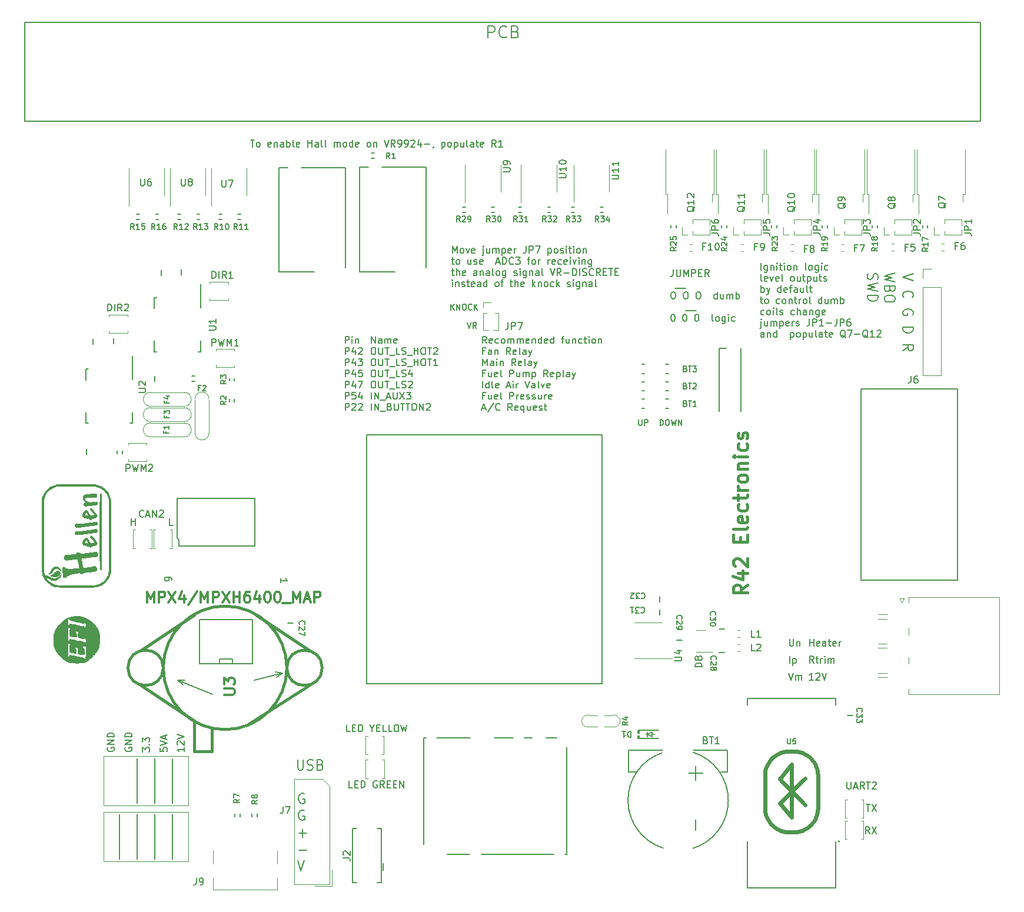
<source format=gto>
G04 #@! TF.GenerationSoftware,KiCad,Pcbnew,8.0.2-8.0.2-0~ubuntu22.04.1*
G04 #@! TF.CreationDate,2024-05-16T19:59:53+00:00*
G04 #@! TF.ProjectId,uaefi,75616566-692e-46b6-9963-61645f706362,C*
G04 #@! TF.SameCoordinates,Original*
G04 #@! TF.FileFunction,Legend,Top*
G04 #@! TF.FilePolarity,Positive*
%FSLAX46Y46*%
G04 Gerber Fmt 4.6, Leading zero omitted, Abs format (unit mm)*
G04 Created by KiCad (PCBNEW 8.0.2-8.0.2-0~ubuntu22.04.1) date 2024-05-16 19:59:53*
%MOMM*%
%LPD*%
G01*
G04 APERTURE LIST*
%ADD10C,0.150000*%
%ADD11C,0.170000*%
%ADD12C,0.200000*%
%ADD13C,0.400000*%
%ADD14C,0.142240*%
%ADD15C,0.127000*%
%ADD16C,0.304800*%
%ADD17C,0.120000*%
%ADD18C,0.150012*%
%ADD19C,0.203200*%
%ADD20C,0.000000*%
%ADD21C,0.152400*%
%ADD22C,0.631031*%
%ADD23C,0.099060*%
%ADD24C,0.002540*%
%ADD25C,0.381000*%
G04 APERTURE END LIST*
D10*
X20010000Y4580000D02*
X20010000Y10980000D01*
X14926666Y4580000D02*
X14926666Y10980000D01*
X20000000Y12600000D02*
X20000000Y19000000D01*
X12385000Y4580000D02*
X12385000Y10980000D01*
X17450000Y12625000D02*
X17450000Y19025000D01*
X17468332Y4580000D02*
X17468332Y10980000D01*
X14925000Y12625000D02*
X14925000Y19025000D01*
X45877618Y14836181D02*
X45401428Y14836181D01*
X45401428Y14836181D02*
X45401428Y15836181D01*
X46210952Y15359991D02*
X46544285Y15359991D01*
X46687142Y14836181D02*
X46210952Y14836181D01*
X46210952Y14836181D02*
X46210952Y15836181D01*
X46210952Y15836181D02*
X46687142Y15836181D01*
X47115714Y14836181D02*
X47115714Y15836181D01*
X47115714Y15836181D02*
X47353809Y15836181D01*
X47353809Y15836181D02*
X47496666Y15788562D01*
X47496666Y15788562D02*
X47591904Y15693324D01*
X47591904Y15693324D02*
X47639523Y15598086D01*
X47639523Y15598086D02*
X47687142Y15407610D01*
X47687142Y15407610D02*
X47687142Y15264753D01*
X47687142Y15264753D02*
X47639523Y15074277D01*
X47639523Y15074277D02*
X47591904Y14979039D01*
X47591904Y14979039D02*
X47496666Y14883800D01*
X47496666Y14883800D02*
X47353809Y14836181D01*
X47353809Y14836181D02*
X47115714Y14836181D01*
X49401428Y15788562D02*
X49306190Y15836181D01*
X49306190Y15836181D02*
X49163333Y15836181D01*
X49163333Y15836181D02*
X49020476Y15788562D01*
X49020476Y15788562D02*
X48925238Y15693324D01*
X48925238Y15693324D02*
X48877619Y15598086D01*
X48877619Y15598086D02*
X48830000Y15407610D01*
X48830000Y15407610D02*
X48830000Y15264753D01*
X48830000Y15264753D02*
X48877619Y15074277D01*
X48877619Y15074277D02*
X48925238Y14979039D01*
X48925238Y14979039D02*
X49020476Y14883800D01*
X49020476Y14883800D02*
X49163333Y14836181D01*
X49163333Y14836181D02*
X49258571Y14836181D01*
X49258571Y14836181D02*
X49401428Y14883800D01*
X49401428Y14883800D02*
X49449047Y14931420D01*
X49449047Y14931420D02*
X49449047Y15264753D01*
X49449047Y15264753D02*
X49258571Y15264753D01*
X50449047Y14836181D02*
X50115714Y15312372D01*
X49877619Y14836181D02*
X49877619Y15836181D01*
X49877619Y15836181D02*
X50258571Y15836181D01*
X50258571Y15836181D02*
X50353809Y15788562D01*
X50353809Y15788562D02*
X50401428Y15740943D01*
X50401428Y15740943D02*
X50449047Y15645705D01*
X50449047Y15645705D02*
X50449047Y15502848D01*
X50449047Y15502848D02*
X50401428Y15407610D01*
X50401428Y15407610D02*
X50353809Y15359991D01*
X50353809Y15359991D02*
X50258571Y15312372D01*
X50258571Y15312372D02*
X49877619Y15312372D01*
X50877619Y15359991D02*
X51210952Y15359991D01*
X51353809Y14836181D02*
X50877619Y14836181D01*
X50877619Y14836181D02*
X50877619Y15836181D01*
X50877619Y15836181D02*
X51353809Y15836181D01*
X51782381Y15359991D02*
X52115714Y15359991D01*
X52258571Y14836181D02*
X51782381Y14836181D01*
X51782381Y14836181D02*
X51782381Y15836181D01*
X51782381Y15836181D02*
X52258571Y15836181D01*
X52687143Y14836181D02*
X52687143Y15836181D01*
X52687143Y15836181D02*
X53258571Y14836181D01*
X53258571Y14836181D02*
X53258571Y15836181D01*
X25673810Y88145181D02*
X25673810Y89145181D01*
X25673810Y89145181D02*
X25911905Y89145181D01*
X25911905Y89145181D02*
X26054762Y89097562D01*
X26054762Y89097562D02*
X26150000Y89002324D01*
X26150000Y89002324D02*
X26197619Y88907086D01*
X26197619Y88907086D02*
X26245238Y88716610D01*
X26245238Y88716610D02*
X26245238Y88573753D01*
X26245238Y88573753D02*
X26197619Y88383277D01*
X26197619Y88383277D02*
X26150000Y88288039D01*
X26150000Y88288039D02*
X26054762Y88192800D01*
X26054762Y88192800D02*
X25911905Y88145181D01*
X25911905Y88145181D02*
X25673810Y88145181D01*
X26673810Y88145181D02*
X26673810Y89145181D01*
X27721428Y88145181D02*
X27388095Y88621372D01*
X27150000Y88145181D02*
X27150000Y89145181D01*
X27150000Y89145181D02*
X27530952Y89145181D01*
X27530952Y89145181D02*
X27626190Y89097562D01*
X27626190Y89097562D02*
X27673809Y89049943D01*
X27673809Y89049943D02*
X27721428Y88954705D01*
X27721428Y88954705D02*
X27721428Y88811848D01*
X27721428Y88811848D02*
X27673809Y88716610D01*
X27673809Y88716610D02*
X27626190Y88668991D01*
X27626190Y88668991D02*
X27530952Y88621372D01*
X27530952Y88621372D02*
X27150000Y88621372D01*
X28673809Y88145181D02*
X28102381Y88145181D01*
X28388095Y88145181D02*
X28388095Y89145181D01*
X28388095Y89145181D02*
X28292857Y89002324D01*
X28292857Y89002324D02*
X28197619Y88907086D01*
X28197619Y88907086D02*
X28102381Y88859467D01*
X112174904Y30347181D02*
X111603476Y30347181D01*
X111889190Y30347181D02*
X111889190Y31347181D01*
X111889190Y31347181D02*
X111793952Y31204324D01*
X111793952Y31204324D02*
X111698714Y31109086D01*
X111698714Y31109086D02*
X111603476Y31061467D01*
X112555857Y31251943D02*
X112603476Y31299562D01*
X112603476Y31299562D02*
X112698714Y31347181D01*
X112698714Y31347181D02*
X112936809Y31347181D01*
X112936809Y31347181D02*
X113032047Y31299562D01*
X113032047Y31299562D02*
X113079666Y31251943D01*
X113079666Y31251943D02*
X113127285Y31156705D01*
X113127285Y31156705D02*
X113127285Y31061467D01*
X113127285Y31061467D02*
X113079666Y30918610D01*
X113079666Y30918610D02*
X112508238Y30347181D01*
X112508238Y30347181D02*
X113127285Y30347181D01*
X113413000Y31347181D02*
X113746333Y30347181D01*
X113746333Y30347181D02*
X114079666Y31347181D01*
D11*
X60032080Y83599500D02*
X60032080Y84419500D01*
X60500651Y83599500D02*
X60149222Y84068071D01*
X60500651Y84419500D02*
X60032080Y83950928D01*
X60852080Y83599500D02*
X60852080Y84419500D01*
X60852080Y84419500D02*
X61320651Y83599500D01*
X61320651Y83599500D02*
X61320651Y84419500D01*
X61867318Y84419500D02*
X62023509Y84419500D01*
X62023509Y84419500D02*
X62101604Y84380452D01*
X62101604Y84380452D02*
X62179699Y84302357D01*
X62179699Y84302357D02*
X62218747Y84146167D01*
X62218747Y84146167D02*
X62218747Y83872833D01*
X62218747Y83872833D02*
X62179699Y83716643D01*
X62179699Y83716643D02*
X62101604Y83638547D01*
X62101604Y83638547D02*
X62023509Y83599500D01*
X62023509Y83599500D02*
X61867318Y83599500D01*
X61867318Y83599500D02*
X61789223Y83638547D01*
X61789223Y83638547D02*
X61711128Y83716643D01*
X61711128Y83716643D02*
X61672080Y83872833D01*
X61672080Y83872833D02*
X61672080Y84146167D01*
X61672080Y84146167D02*
X61711128Y84302357D01*
X61711128Y84302357D02*
X61789223Y84380452D01*
X61789223Y84380452D02*
X61867318Y84419500D01*
X63038747Y83677595D02*
X62999699Y83638547D01*
X62999699Y83638547D02*
X62882557Y83599500D01*
X62882557Y83599500D02*
X62804461Y83599500D01*
X62804461Y83599500D02*
X62687318Y83638547D01*
X62687318Y83638547D02*
X62609223Y83716643D01*
X62609223Y83716643D02*
X62570176Y83794738D01*
X62570176Y83794738D02*
X62531128Y83950928D01*
X62531128Y83950928D02*
X62531128Y84068071D01*
X62531128Y84068071D02*
X62570176Y84224262D01*
X62570176Y84224262D02*
X62609223Y84302357D01*
X62609223Y84302357D02*
X62687318Y84380452D01*
X62687318Y84380452D02*
X62804461Y84419500D01*
X62804461Y84419500D02*
X62882557Y84419500D01*
X62882557Y84419500D02*
X62999699Y84380452D01*
X62999699Y84380452D02*
X63038747Y84341405D01*
X63390176Y83599500D02*
X63390176Y84419500D01*
X63858747Y83599500D02*
X63507318Y84068071D01*
X63858747Y84419500D02*
X63390176Y83950928D01*
X62413985Y81779192D02*
X62687318Y80959192D01*
X62687318Y80959192D02*
X62960651Y81779192D01*
X63702556Y80959192D02*
X63429223Y81349668D01*
X63233985Y80959192D02*
X63233985Y81779192D01*
X63233985Y81779192D02*
X63546366Y81779192D01*
X63546366Y81779192D02*
X63624461Y81740144D01*
X63624461Y81740144D02*
X63663508Y81701097D01*
X63663508Y81701097D02*
X63702556Y81623001D01*
X63702556Y81623001D02*
X63702556Y81505859D01*
X63702556Y81505859D02*
X63663508Y81427763D01*
X63663508Y81427763D02*
X63624461Y81388716D01*
X63624461Y81388716D02*
X63546366Y81349668D01*
X63546366Y81349668D02*
X63233985Y81349668D01*
D10*
X18236069Y20570334D02*
X18236069Y20094144D01*
X18236069Y20094144D02*
X18712259Y20046525D01*
X18712259Y20046525D02*
X18664640Y20094144D01*
X18664640Y20094144D02*
X18617021Y20189382D01*
X18617021Y20189382D02*
X18617021Y20427477D01*
X18617021Y20427477D02*
X18664640Y20522715D01*
X18664640Y20522715D02*
X18712259Y20570334D01*
X18712259Y20570334D02*
X18807497Y20617953D01*
X18807497Y20617953D02*
X19045592Y20617953D01*
X19045592Y20617953D02*
X19140830Y20570334D01*
X19140830Y20570334D02*
X19188450Y20522715D01*
X19188450Y20522715D02*
X19236069Y20427477D01*
X19236069Y20427477D02*
X19236069Y20189382D01*
X19236069Y20189382D02*
X19188450Y20094144D01*
X19188450Y20094144D02*
X19140830Y20046525D01*
X18236069Y20903668D02*
X19236069Y21237001D01*
X19236069Y21237001D02*
X18236069Y21570334D01*
X18950354Y21856049D02*
X18950354Y22332239D01*
X19236069Y21760811D02*
X18236069Y22094144D01*
X18236069Y22094144D02*
X19236069Y22427477D01*
X44836779Y78789845D02*
X44836779Y79789845D01*
X44836779Y79789845D02*
X45217731Y79789845D01*
X45217731Y79789845D02*
X45312969Y79742226D01*
X45312969Y79742226D02*
X45360588Y79694607D01*
X45360588Y79694607D02*
X45408207Y79599369D01*
X45408207Y79599369D02*
X45408207Y79456512D01*
X45408207Y79456512D02*
X45360588Y79361274D01*
X45360588Y79361274D02*
X45312969Y79313655D01*
X45312969Y79313655D02*
X45217731Y79266036D01*
X45217731Y79266036D02*
X44836779Y79266036D01*
X45836779Y78789845D02*
X45836779Y79456512D01*
X45836779Y79789845D02*
X45789160Y79742226D01*
X45789160Y79742226D02*
X45836779Y79694607D01*
X45836779Y79694607D02*
X45884398Y79742226D01*
X45884398Y79742226D02*
X45836779Y79789845D01*
X45836779Y79789845D02*
X45836779Y79694607D01*
X46312969Y79456512D02*
X46312969Y78789845D01*
X46312969Y79361274D02*
X46360588Y79408893D01*
X46360588Y79408893D02*
X46455826Y79456512D01*
X46455826Y79456512D02*
X46598683Y79456512D01*
X46598683Y79456512D02*
X46693921Y79408893D01*
X46693921Y79408893D02*
X46741540Y79313655D01*
X46741540Y79313655D02*
X46741540Y78789845D01*
X48598683Y78789845D02*
X48598683Y79789845D01*
X48598683Y79789845D02*
X49170111Y78789845D01*
X49170111Y78789845D02*
X49170111Y79789845D01*
X50074873Y78789845D02*
X50074873Y79313655D01*
X50074873Y79313655D02*
X50027254Y79408893D01*
X50027254Y79408893D02*
X49932016Y79456512D01*
X49932016Y79456512D02*
X49741540Y79456512D01*
X49741540Y79456512D02*
X49646302Y79408893D01*
X50074873Y78837464D02*
X49979635Y78789845D01*
X49979635Y78789845D02*
X49741540Y78789845D01*
X49741540Y78789845D02*
X49646302Y78837464D01*
X49646302Y78837464D02*
X49598683Y78932703D01*
X49598683Y78932703D02*
X49598683Y79027941D01*
X49598683Y79027941D02*
X49646302Y79123179D01*
X49646302Y79123179D02*
X49741540Y79170798D01*
X49741540Y79170798D02*
X49979635Y79170798D01*
X49979635Y79170798D02*
X50074873Y79218417D01*
X50551064Y78789845D02*
X50551064Y79456512D01*
X50551064Y79361274D02*
X50598683Y79408893D01*
X50598683Y79408893D02*
X50693921Y79456512D01*
X50693921Y79456512D02*
X50836778Y79456512D01*
X50836778Y79456512D02*
X50932016Y79408893D01*
X50932016Y79408893D02*
X50979635Y79313655D01*
X50979635Y79313655D02*
X50979635Y78789845D01*
X50979635Y79313655D02*
X51027254Y79408893D01*
X51027254Y79408893D02*
X51122492Y79456512D01*
X51122492Y79456512D02*
X51265349Y79456512D01*
X51265349Y79456512D02*
X51360588Y79408893D01*
X51360588Y79408893D02*
X51408207Y79313655D01*
X51408207Y79313655D02*
X51408207Y78789845D01*
X52265349Y78837464D02*
X52170111Y78789845D01*
X52170111Y78789845D02*
X51979635Y78789845D01*
X51979635Y78789845D02*
X51884397Y78837464D01*
X51884397Y78837464D02*
X51836778Y78932703D01*
X51836778Y78932703D02*
X51836778Y79313655D01*
X51836778Y79313655D02*
X51884397Y79408893D01*
X51884397Y79408893D02*
X51979635Y79456512D01*
X51979635Y79456512D02*
X52170111Y79456512D01*
X52170111Y79456512D02*
X52265349Y79408893D01*
X52265349Y79408893D02*
X52312968Y79313655D01*
X52312968Y79313655D02*
X52312968Y79218417D01*
X52312968Y79218417D02*
X51836778Y79123179D01*
X65170111Y78789845D02*
X64836778Y79266036D01*
X64598683Y78789845D02*
X64598683Y79789845D01*
X64598683Y79789845D02*
X64979635Y79789845D01*
X64979635Y79789845D02*
X65074873Y79742226D01*
X65074873Y79742226D02*
X65122492Y79694607D01*
X65122492Y79694607D02*
X65170111Y79599369D01*
X65170111Y79599369D02*
X65170111Y79456512D01*
X65170111Y79456512D02*
X65122492Y79361274D01*
X65122492Y79361274D02*
X65074873Y79313655D01*
X65074873Y79313655D02*
X64979635Y79266036D01*
X64979635Y79266036D02*
X64598683Y79266036D01*
X65979635Y78837464D02*
X65884397Y78789845D01*
X65884397Y78789845D02*
X65693921Y78789845D01*
X65693921Y78789845D02*
X65598683Y78837464D01*
X65598683Y78837464D02*
X65551064Y78932703D01*
X65551064Y78932703D02*
X65551064Y79313655D01*
X65551064Y79313655D02*
X65598683Y79408893D01*
X65598683Y79408893D02*
X65693921Y79456512D01*
X65693921Y79456512D02*
X65884397Y79456512D01*
X65884397Y79456512D02*
X65979635Y79408893D01*
X65979635Y79408893D02*
X66027254Y79313655D01*
X66027254Y79313655D02*
X66027254Y79218417D01*
X66027254Y79218417D02*
X65551064Y79123179D01*
X66884397Y78837464D02*
X66789159Y78789845D01*
X66789159Y78789845D02*
X66598683Y78789845D01*
X66598683Y78789845D02*
X66503445Y78837464D01*
X66503445Y78837464D02*
X66455826Y78885084D01*
X66455826Y78885084D02*
X66408207Y78980322D01*
X66408207Y78980322D02*
X66408207Y79266036D01*
X66408207Y79266036D02*
X66455826Y79361274D01*
X66455826Y79361274D02*
X66503445Y79408893D01*
X66503445Y79408893D02*
X66598683Y79456512D01*
X66598683Y79456512D02*
X66789159Y79456512D01*
X66789159Y79456512D02*
X66884397Y79408893D01*
X67455826Y78789845D02*
X67360588Y78837464D01*
X67360588Y78837464D02*
X67312969Y78885084D01*
X67312969Y78885084D02*
X67265350Y78980322D01*
X67265350Y78980322D02*
X67265350Y79266036D01*
X67265350Y79266036D02*
X67312969Y79361274D01*
X67312969Y79361274D02*
X67360588Y79408893D01*
X67360588Y79408893D02*
X67455826Y79456512D01*
X67455826Y79456512D02*
X67598683Y79456512D01*
X67598683Y79456512D02*
X67693921Y79408893D01*
X67693921Y79408893D02*
X67741540Y79361274D01*
X67741540Y79361274D02*
X67789159Y79266036D01*
X67789159Y79266036D02*
X67789159Y78980322D01*
X67789159Y78980322D02*
X67741540Y78885084D01*
X67741540Y78885084D02*
X67693921Y78837464D01*
X67693921Y78837464D02*
X67598683Y78789845D01*
X67598683Y78789845D02*
X67455826Y78789845D01*
X68217731Y78789845D02*
X68217731Y79456512D01*
X68217731Y79361274D02*
X68265350Y79408893D01*
X68265350Y79408893D02*
X68360588Y79456512D01*
X68360588Y79456512D02*
X68503445Y79456512D01*
X68503445Y79456512D02*
X68598683Y79408893D01*
X68598683Y79408893D02*
X68646302Y79313655D01*
X68646302Y79313655D02*
X68646302Y78789845D01*
X68646302Y79313655D02*
X68693921Y79408893D01*
X68693921Y79408893D02*
X68789159Y79456512D01*
X68789159Y79456512D02*
X68932016Y79456512D01*
X68932016Y79456512D02*
X69027255Y79408893D01*
X69027255Y79408893D02*
X69074874Y79313655D01*
X69074874Y79313655D02*
X69074874Y78789845D01*
X69551064Y78789845D02*
X69551064Y79456512D01*
X69551064Y79361274D02*
X69598683Y79408893D01*
X69598683Y79408893D02*
X69693921Y79456512D01*
X69693921Y79456512D02*
X69836778Y79456512D01*
X69836778Y79456512D02*
X69932016Y79408893D01*
X69932016Y79408893D02*
X69979635Y79313655D01*
X69979635Y79313655D02*
X69979635Y78789845D01*
X69979635Y79313655D02*
X70027254Y79408893D01*
X70027254Y79408893D02*
X70122492Y79456512D01*
X70122492Y79456512D02*
X70265349Y79456512D01*
X70265349Y79456512D02*
X70360588Y79408893D01*
X70360588Y79408893D02*
X70408207Y79313655D01*
X70408207Y79313655D02*
X70408207Y78789845D01*
X71265349Y78837464D02*
X71170111Y78789845D01*
X71170111Y78789845D02*
X70979635Y78789845D01*
X70979635Y78789845D02*
X70884397Y78837464D01*
X70884397Y78837464D02*
X70836778Y78932703D01*
X70836778Y78932703D02*
X70836778Y79313655D01*
X70836778Y79313655D02*
X70884397Y79408893D01*
X70884397Y79408893D02*
X70979635Y79456512D01*
X70979635Y79456512D02*
X71170111Y79456512D01*
X71170111Y79456512D02*
X71265349Y79408893D01*
X71265349Y79408893D02*
X71312968Y79313655D01*
X71312968Y79313655D02*
X71312968Y79218417D01*
X71312968Y79218417D02*
X70836778Y79123179D01*
X71741540Y79456512D02*
X71741540Y78789845D01*
X71741540Y79361274D02*
X71789159Y79408893D01*
X71789159Y79408893D02*
X71884397Y79456512D01*
X71884397Y79456512D02*
X72027254Y79456512D01*
X72027254Y79456512D02*
X72122492Y79408893D01*
X72122492Y79408893D02*
X72170111Y79313655D01*
X72170111Y79313655D02*
X72170111Y78789845D01*
X73074873Y78789845D02*
X73074873Y79789845D01*
X73074873Y78837464D02*
X72979635Y78789845D01*
X72979635Y78789845D02*
X72789159Y78789845D01*
X72789159Y78789845D02*
X72693921Y78837464D01*
X72693921Y78837464D02*
X72646302Y78885084D01*
X72646302Y78885084D02*
X72598683Y78980322D01*
X72598683Y78980322D02*
X72598683Y79266036D01*
X72598683Y79266036D02*
X72646302Y79361274D01*
X72646302Y79361274D02*
X72693921Y79408893D01*
X72693921Y79408893D02*
X72789159Y79456512D01*
X72789159Y79456512D02*
X72979635Y79456512D01*
X72979635Y79456512D02*
X73074873Y79408893D01*
X73932016Y78837464D02*
X73836778Y78789845D01*
X73836778Y78789845D02*
X73646302Y78789845D01*
X73646302Y78789845D02*
X73551064Y78837464D01*
X73551064Y78837464D02*
X73503445Y78932703D01*
X73503445Y78932703D02*
X73503445Y79313655D01*
X73503445Y79313655D02*
X73551064Y79408893D01*
X73551064Y79408893D02*
X73646302Y79456512D01*
X73646302Y79456512D02*
X73836778Y79456512D01*
X73836778Y79456512D02*
X73932016Y79408893D01*
X73932016Y79408893D02*
X73979635Y79313655D01*
X73979635Y79313655D02*
X73979635Y79218417D01*
X73979635Y79218417D02*
X73503445Y79123179D01*
X74836778Y78789845D02*
X74836778Y79789845D01*
X74836778Y78837464D02*
X74741540Y78789845D01*
X74741540Y78789845D02*
X74551064Y78789845D01*
X74551064Y78789845D02*
X74455826Y78837464D01*
X74455826Y78837464D02*
X74408207Y78885084D01*
X74408207Y78885084D02*
X74360588Y78980322D01*
X74360588Y78980322D02*
X74360588Y79266036D01*
X74360588Y79266036D02*
X74408207Y79361274D01*
X74408207Y79361274D02*
X74455826Y79408893D01*
X74455826Y79408893D02*
X74551064Y79456512D01*
X74551064Y79456512D02*
X74741540Y79456512D01*
X74741540Y79456512D02*
X74836778Y79408893D01*
X75932017Y79456512D02*
X76312969Y79456512D01*
X76074874Y78789845D02*
X76074874Y79646988D01*
X76074874Y79646988D02*
X76122493Y79742226D01*
X76122493Y79742226D02*
X76217731Y79789845D01*
X76217731Y79789845D02*
X76312969Y79789845D01*
X77074874Y79456512D02*
X77074874Y78789845D01*
X76646303Y79456512D02*
X76646303Y78932703D01*
X76646303Y78932703D02*
X76693922Y78837464D01*
X76693922Y78837464D02*
X76789160Y78789845D01*
X76789160Y78789845D02*
X76932017Y78789845D01*
X76932017Y78789845D02*
X77027255Y78837464D01*
X77027255Y78837464D02*
X77074874Y78885084D01*
X77551065Y79456512D02*
X77551065Y78789845D01*
X77551065Y79361274D02*
X77598684Y79408893D01*
X77598684Y79408893D02*
X77693922Y79456512D01*
X77693922Y79456512D02*
X77836779Y79456512D01*
X77836779Y79456512D02*
X77932017Y79408893D01*
X77932017Y79408893D02*
X77979636Y79313655D01*
X77979636Y79313655D02*
X77979636Y78789845D01*
X78884398Y78837464D02*
X78789160Y78789845D01*
X78789160Y78789845D02*
X78598684Y78789845D01*
X78598684Y78789845D02*
X78503446Y78837464D01*
X78503446Y78837464D02*
X78455827Y78885084D01*
X78455827Y78885084D02*
X78408208Y78980322D01*
X78408208Y78980322D02*
X78408208Y79266036D01*
X78408208Y79266036D02*
X78455827Y79361274D01*
X78455827Y79361274D02*
X78503446Y79408893D01*
X78503446Y79408893D02*
X78598684Y79456512D01*
X78598684Y79456512D02*
X78789160Y79456512D01*
X78789160Y79456512D02*
X78884398Y79408893D01*
X79170113Y79456512D02*
X79551065Y79456512D01*
X79312970Y79789845D02*
X79312970Y78932703D01*
X79312970Y78932703D02*
X79360589Y78837464D01*
X79360589Y78837464D02*
X79455827Y78789845D01*
X79455827Y78789845D02*
X79551065Y78789845D01*
X79884399Y78789845D02*
X79884399Y79456512D01*
X79884399Y79789845D02*
X79836780Y79742226D01*
X79836780Y79742226D02*
X79884399Y79694607D01*
X79884399Y79694607D02*
X79932018Y79742226D01*
X79932018Y79742226D02*
X79884399Y79789845D01*
X79884399Y79789845D02*
X79884399Y79694607D01*
X80503446Y78789845D02*
X80408208Y78837464D01*
X80408208Y78837464D02*
X80360589Y78885084D01*
X80360589Y78885084D02*
X80312970Y78980322D01*
X80312970Y78980322D02*
X80312970Y79266036D01*
X80312970Y79266036D02*
X80360589Y79361274D01*
X80360589Y79361274D02*
X80408208Y79408893D01*
X80408208Y79408893D02*
X80503446Y79456512D01*
X80503446Y79456512D02*
X80646303Y79456512D01*
X80646303Y79456512D02*
X80741541Y79408893D01*
X80741541Y79408893D02*
X80789160Y79361274D01*
X80789160Y79361274D02*
X80836779Y79266036D01*
X80836779Y79266036D02*
X80836779Y78980322D01*
X80836779Y78980322D02*
X80789160Y78885084D01*
X80789160Y78885084D02*
X80741541Y78837464D01*
X80741541Y78837464D02*
X80646303Y78789845D01*
X80646303Y78789845D02*
X80503446Y78789845D01*
X81265351Y79456512D02*
X81265351Y78789845D01*
X81265351Y79361274D02*
X81312970Y79408893D01*
X81312970Y79408893D02*
X81408208Y79456512D01*
X81408208Y79456512D02*
X81551065Y79456512D01*
X81551065Y79456512D02*
X81646303Y79408893D01*
X81646303Y79408893D02*
X81693922Y79313655D01*
X81693922Y79313655D02*
X81693922Y78789845D01*
X44836779Y77179901D02*
X44836779Y78179901D01*
X44836779Y78179901D02*
X45217731Y78179901D01*
X45217731Y78179901D02*
X45312969Y78132282D01*
X45312969Y78132282D02*
X45360588Y78084663D01*
X45360588Y78084663D02*
X45408207Y77989425D01*
X45408207Y77989425D02*
X45408207Y77846568D01*
X45408207Y77846568D02*
X45360588Y77751330D01*
X45360588Y77751330D02*
X45312969Y77703711D01*
X45312969Y77703711D02*
X45217731Y77656092D01*
X45217731Y77656092D02*
X44836779Y77656092D01*
X46265350Y77846568D02*
X46265350Y77179901D01*
X46027255Y78227520D02*
X45789160Y77513235D01*
X45789160Y77513235D02*
X46408207Y77513235D01*
X46741541Y78084663D02*
X46789160Y78132282D01*
X46789160Y78132282D02*
X46884398Y78179901D01*
X46884398Y78179901D02*
X47122493Y78179901D01*
X47122493Y78179901D02*
X47217731Y78132282D01*
X47217731Y78132282D02*
X47265350Y78084663D01*
X47265350Y78084663D02*
X47312969Y77989425D01*
X47312969Y77989425D02*
X47312969Y77894187D01*
X47312969Y77894187D02*
X47265350Y77751330D01*
X47265350Y77751330D02*
X46693922Y77179901D01*
X46693922Y77179901D02*
X47312969Y77179901D01*
X48789159Y78179901D02*
X48979635Y78179901D01*
X48979635Y78179901D02*
X49074873Y78132282D01*
X49074873Y78132282D02*
X49170111Y78037044D01*
X49170111Y78037044D02*
X49217730Y77846568D01*
X49217730Y77846568D02*
X49217730Y77513235D01*
X49217730Y77513235D02*
X49170111Y77322759D01*
X49170111Y77322759D02*
X49074873Y77227520D01*
X49074873Y77227520D02*
X48979635Y77179901D01*
X48979635Y77179901D02*
X48789159Y77179901D01*
X48789159Y77179901D02*
X48693921Y77227520D01*
X48693921Y77227520D02*
X48598683Y77322759D01*
X48598683Y77322759D02*
X48551064Y77513235D01*
X48551064Y77513235D02*
X48551064Y77846568D01*
X48551064Y77846568D02*
X48598683Y78037044D01*
X48598683Y78037044D02*
X48693921Y78132282D01*
X48693921Y78132282D02*
X48789159Y78179901D01*
X49646302Y78179901D02*
X49646302Y77370378D01*
X49646302Y77370378D02*
X49693921Y77275140D01*
X49693921Y77275140D02*
X49741540Y77227520D01*
X49741540Y77227520D02*
X49836778Y77179901D01*
X49836778Y77179901D02*
X50027254Y77179901D01*
X50027254Y77179901D02*
X50122492Y77227520D01*
X50122492Y77227520D02*
X50170111Y77275140D01*
X50170111Y77275140D02*
X50217730Y77370378D01*
X50217730Y77370378D02*
X50217730Y78179901D01*
X50551064Y78179901D02*
X51122492Y78179901D01*
X50836778Y77179901D02*
X50836778Y78179901D01*
X51217731Y77084663D02*
X51979635Y77084663D01*
X52693921Y77179901D02*
X52217731Y77179901D01*
X52217731Y77179901D02*
X52217731Y78179901D01*
X52979636Y77227520D02*
X53122493Y77179901D01*
X53122493Y77179901D02*
X53360588Y77179901D01*
X53360588Y77179901D02*
X53455826Y77227520D01*
X53455826Y77227520D02*
X53503445Y77275140D01*
X53503445Y77275140D02*
X53551064Y77370378D01*
X53551064Y77370378D02*
X53551064Y77465616D01*
X53551064Y77465616D02*
X53503445Y77560854D01*
X53503445Y77560854D02*
X53455826Y77608473D01*
X53455826Y77608473D02*
X53360588Y77656092D01*
X53360588Y77656092D02*
X53170112Y77703711D01*
X53170112Y77703711D02*
X53074874Y77751330D01*
X53074874Y77751330D02*
X53027255Y77798949D01*
X53027255Y77798949D02*
X52979636Y77894187D01*
X52979636Y77894187D02*
X52979636Y77989425D01*
X52979636Y77989425D02*
X53027255Y78084663D01*
X53027255Y78084663D02*
X53074874Y78132282D01*
X53074874Y78132282D02*
X53170112Y78179901D01*
X53170112Y78179901D02*
X53408207Y78179901D01*
X53408207Y78179901D02*
X53551064Y78132282D01*
X53741541Y77084663D02*
X54503445Y77084663D01*
X54741541Y77179901D02*
X54741541Y78179901D01*
X54741541Y77703711D02*
X55312969Y77703711D01*
X55312969Y77179901D02*
X55312969Y78179901D01*
X55979636Y78179901D02*
X56170112Y78179901D01*
X56170112Y78179901D02*
X56265350Y78132282D01*
X56265350Y78132282D02*
X56360588Y78037044D01*
X56360588Y78037044D02*
X56408207Y77846568D01*
X56408207Y77846568D02*
X56408207Y77513235D01*
X56408207Y77513235D02*
X56360588Y77322759D01*
X56360588Y77322759D02*
X56265350Y77227520D01*
X56265350Y77227520D02*
X56170112Y77179901D01*
X56170112Y77179901D02*
X55979636Y77179901D01*
X55979636Y77179901D02*
X55884398Y77227520D01*
X55884398Y77227520D02*
X55789160Y77322759D01*
X55789160Y77322759D02*
X55741541Y77513235D01*
X55741541Y77513235D02*
X55741541Y77846568D01*
X55741541Y77846568D02*
X55789160Y78037044D01*
X55789160Y78037044D02*
X55884398Y78132282D01*
X55884398Y78132282D02*
X55979636Y78179901D01*
X56693922Y78179901D02*
X57265350Y78179901D01*
X56979636Y77179901D02*
X56979636Y78179901D01*
X57551065Y78084663D02*
X57598684Y78132282D01*
X57598684Y78132282D02*
X57693922Y78179901D01*
X57693922Y78179901D02*
X57932017Y78179901D01*
X57932017Y78179901D02*
X58027255Y78132282D01*
X58027255Y78132282D02*
X58074874Y78084663D01*
X58074874Y78084663D02*
X58122493Y77989425D01*
X58122493Y77989425D02*
X58122493Y77894187D01*
X58122493Y77894187D02*
X58074874Y77751330D01*
X58074874Y77751330D02*
X57503446Y77179901D01*
X57503446Y77179901D02*
X58122493Y77179901D01*
X64932016Y77703711D02*
X64598683Y77703711D01*
X64598683Y77179901D02*
X64598683Y78179901D01*
X64598683Y78179901D02*
X65074873Y78179901D01*
X65884397Y77179901D02*
X65884397Y77703711D01*
X65884397Y77703711D02*
X65836778Y77798949D01*
X65836778Y77798949D02*
X65741540Y77846568D01*
X65741540Y77846568D02*
X65551064Y77846568D01*
X65551064Y77846568D02*
X65455826Y77798949D01*
X65884397Y77227520D02*
X65789159Y77179901D01*
X65789159Y77179901D02*
X65551064Y77179901D01*
X65551064Y77179901D02*
X65455826Y77227520D01*
X65455826Y77227520D02*
X65408207Y77322759D01*
X65408207Y77322759D02*
X65408207Y77417997D01*
X65408207Y77417997D02*
X65455826Y77513235D01*
X65455826Y77513235D02*
X65551064Y77560854D01*
X65551064Y77560854D02*
X65789159Y77560854D01*
X65789159Y77560854D02*
X65884397Y77608473D01*
X66360588Y77846568D02*
X66360588Y77179901D01*
X66360588Y77751330D02*
X66408207Y77798949D01*
X66408207Y77798949D02*
X66503445Y77846568D01*
X66503445Y77846568D02*
X66646302Y77846568D01*
X66646302Y77846568D02*
X66741540Y77798949D01*
X66741540Y77798949D02*
X66789159Y77703711D01*
X66789159Y77703711D02*
X66789159Y77179901D01*
X68598683Y77179901D02*
X68265350Y77656092D01*
X68027255Y77179901D02*
X68027255Y78179901D01*
X68027255Y78179901D02*
X68408207Y78179901D01*
X68408207Y78179901D02*
X68503445Y78132282D01*
X68503445Y78132282D02*
X68551064Y78084663D01*
X68551064Y78084663D02*
X68598683Y77989425D01*
X68598683Y77989425D02*
X68598683Y77846568D01*
X68598683Y77846568D02*
X68551064Y77751330D01*
X68551064Y77751330D02*
X68503445Y77703711D01*
X68503445Y77703711D02*
X68408207Y77656092D01*
X68408207Y77656092D02*
X68027255Y77656092D01*
X69408207Y77227520D02*
X69312969Y77179901D01*
X69312969Y77179901D02*
X69122493Y77179901D01*
X69122493Y77179901D02*
X69027255Y77227520D01*
X69027255Y77227520D02*
X68979636Y77322759D01*
X68979636Y77322759D02*
X68979636Y77703711D01*
X68979636Y77703711D02*
X69027255Y77798949D01*
X69027255Y77798949D02*
X69122493Y77846568D01*
X69122493Y77846568D02*
X69312969Y77846568D01*
X69312969Y77846568D02*
X69408207Y77798949D01*
X69408207Y77798949D02*
X69455826Y77703711D01*
X69455826Y77703711D02*
X69455826Y77608473D01*
X69455826Y77608473D02*
X68979636Y77513235D01*
X70027255Y77179901D02*
X69932017Y77227520D01*
X69932017Y77227520D02*
X69884398Y77322759D01*
X69884398Y77322759D02*
X69884398Y78179901D01*
X70836779Y77179901D02*
X70836779Y77703711D01*
X70836779Y77703711D02*
X70789160Y77798949D01*
X70789160Y77798949D02*
X70693922Y77846568D01*
X70693922Y77846568D02*
X70503446Y77846568D01*
X70503446Y77846568D02*
X70408208Y77798949D01*
X70836779Y77227520D02*
X70741541Y77179901D01*
X70741541Y77179901D02*
X70503446Y77179901D01*
X70503446Y77179901D02*
X70408208Y77227520D01*
X70408208Y77227520D02*
X70360589Y77322759D01*
X70360589Y77322759D02*
X70360589Y77417997D01*
X70360589Y77417997D02*
X70408208Y77513235D01*
X70408208Y77513235D02*
X70503446Y77560854D01*
X70503446Y77560854D02*
X70741541Y77560854D01*
X70741541Y77560854D02*
X70836779Y77608473D01*
X71217732Y77846568D02*
X71455827Y77179901D01*
X71693922Y77846568D02*
X71455827Y77179901D01*
X71455827Y77179901D02*
X71360589Y76941806D01*
X71360589Y76941806D02*
X71312970Y76894187D01*
X71312970Y76894187D02*
X71217732Y76846568D01*
X44836779Y75569957D02*
X44836779Y76569957D01*
X44836779Y76569957D02*
X45217731Y76569957D01*
X45217731Y76569957D02*
X45312969Y76522338D01*
X45312969Y76522338D02*
X45360588Y76474719D01*
X45360588Y76474719D02*
X45408207Y76379481D01*
X45408207Y76379481D02*
X45408207Y76236624D01*
X45408207Y76236624D02*
X45360588Y76141386D01*
X45360588Y76141386D02*
X45312969Y76093767D01*
X45312969Y76093767D02*
X45217731Y76046148D01*
X45217731Y76046148D02*
X44836779Y76046148D01*
X46265350Y76236624D02*
X46265350Y75569957D01*
X46027255Y76617576D02*
X45789160Y75903291D01*
X45789160Y75903291D02*
X46408207Y75903291D01*
X46693922Y76569957D02*
X47312969Y76569957D01*
X47312969Y76569957D02*
X46979636Y76189005D01*
X46979636Y76189005D02*
X47122493Y76189005D01*
X47122493Y76189005D02*
X47217731Y76141386D01*
X47217731Y76141386D02*
X47265350Y76093767D01*
X47265350Y76093767D02*
X47312969Y75998529D01*
X47312969Y75998529D02*
X47312969Y75760434D01*
X47312969Y75760434D02*
X47265350Y75665196D01*
X47265350Y75665196D02*
X47217731Y75617576D01*
X47217731Y75617576D02*
X47122493Y75569957D01*
X47122493Y75569957D02*
X46836779Y75569957D01*
X46836779Y75569957D02*
X46741541Y75617576D01*
X46741541Y75617576D02*
X46693922Y75665196D01*
X48789159Y76569957D02*
X48979635Y76569957D01*
X48979635Y76569957D02*
X49074873Y76522338D01*
X49074873Y76522338D02*
X49170111Y76427100D01*
X49170111Y76427100D02*
X49217730Y76236624D01*
X49217730Y76236624D02*
X49217730Y75903291D01*
X49217730Y75903291D02*
X49170111Y75712815D01*
X49170111Y75712815D02*
X49074873Y75617576D01*
X49074873Y75617576D02*
X48979635Y75569957D01*
X48979635Y75569957D02*
X48789159Y75569957D01*
X48789159Y75569957D02*
X48693921Y75617576D01*
X48693921Y75617576D02*
X48598683Y75712815D01*
X48598683Y75712815D02*
X48551064Y75903291D01*
X48551064Y75903291D02*
X48551064Y76236624D01*
X48551064Y76236624D02*
X48598683Y76427100D01*
X48598683Y76427100D02*
X48693921Y76522338D01*
X48693921Y76522338D02*
X48789159Y76569957D01*
X49646302Y76569957D02*
X49646302Y75760434D01*
X49646302Y75760434D02*
X49693921Y75665196D01*
X49693921Y75665196D02*
X49741540Y75617576D01*
X49741540Y75617576D02*
X49836778Y75569957D01*
X49836778Y75569957D02*
X50027254Y75569957D01*
X50027254Y75569957D02*
X50122492Y75617576D01*
X50122492Y75617576D02*
X50170111Y75665196D01*
X50170111Y75665196D02*
X50217730Y75760434D01*
X50217730Y75760434D02*
X50217730Y76569957D01*
X50551064Y76569957D02*
X51122492Y76569957D01*
X50836778Y75569957D02*
X50836778Y76569957D01*
X51217731Y75474719D02*
X51979635Y75474719D01*
X52693921Y75569957D02*
X52217731Y75569957D01*
X52217731Y75569957D02*
X52217731Y76569957D01*
X52979636Y75617576D02*
X53122493Y75569957D01*
X53122493Y75569957D02*
X53360588Y75569957D01*
X53360588Y75569957D02*
X53455826Y75617576D01*
X53455826Y75617576D02*
X53503445Y75665196D01*
X53503445Y75665196D02*
X53551064Y75760434D01*
X53551064Y75760434D02*
X53551064Y75855672D01*
X53551064Y75855672D02*
X53503445Y75950910D01*
X53503445Y75950910D02*
X53455826Y75998529D01*
X53455826Y75998529D02*
X53360588Y76046148D01*
X53360588Y76046148D02*
X53170112Y76093767D01*
X53170112Y76093767D02*
X53074874Y76141386D01*
X53074874Y76141386D02*
X53027255Y76189005D01*
X53027255Y76189005D02*
X52979636Y76284243D01*
X52979636Y76284243D02*
X52979636Y76379481D01*
X52979636Y76379481D02*
X53027255Y76474719D01*
X53027255Y76474719D02*
X53074874Y76522338D01*
X53074874Y76522338D02*
X53170112Y76569957D01*
X53170112Y76569957D02*
X53408207Y76569957D01*
X53408207Y76569957D02*
X53551064Y76522338D01*
X53741541Y75474719D02*
X54503445Y75474719D01*
X54741541Y75569957D02*
X54741541Y76569957D01*
X54741541Y76093767D02*
X55312969Y76093767D01*
X55312969Y75569957D02*
X55312969Y76569957D01*
X55979636Y76569957D02*
X56170112Y76569957D01*
X56170112Y76569957D02*
X56265350Y76522338D01*
X56265350Y76522338D02*
X56360588Y76427100D01*
X56360588Y76427100D02*
X56408207Y76236624D01*
X56408207Y76236624D02*
X56408207Y75903291D01*
X56408207Y75903291D02*
X56360588Y75712815D01*
X56360588Y75712815D02*
X56265350Y75617576D01*
X56265350Y75617576D02*
X56170112Y75569957D01*
X56170112Y75569957D02*
X55979636Y75569957D01*
X55979636Y75569957D02*
X55884398Y75617576D01*
X55884398Y75617576D02*
X55789160Y75712815D01*
X55789160Y75712815D02*
X55741541Y75903291D01*
X55741541Y75903291D02*
X55741541Y76236624D01*
X55741541Y76236624D02*
X55789160Y76427100D01*
X55789160Y76427100D02*
X55884398Y76522338D01*
X55884398Y76522338D02*
X55979636Y76569957D01*
X56693922Y76569957D02*
X57265350Y76569957D01*
X56979636Y75569957D02*
X56979636Y76569957D01*
X58122493Y75569957D02*
X57551065Y75569957D01*
X57836779Y75569957D02*
X57836779Y76569957D01*
X57836779Y76569957D02*
X57741541Y76427100D01*
X57741541Y76427100D02*
X57646303Y76331862D01*
X57646303Y76331862D02*
X57551065Y76284243D01*
X64598683Y75569957D02*
X64598683Y76569957D01*
X64598683Y76569957D02*
X64932016Y75855672D01*
X64932016Y75855672D02*
X65265349Y76569957D01*
X65265349Y76569957D02*
X65265349Y75569957D01*
X66170111Y75569957D02*
X66170111Y76093767D01*
X66170111Y76093767D02*
X66122492Y76189005D01*
X66122492Y76189005D02*
X66027254Y76236624D01*
X66027254Y76236624D02*
X65836778Y76236624D01*
X65836778Y76236624D02*
X65741540Y76189005D01*
X66170111Y75617576D02*
X66074873Y75569957D01*
X66074873Y75569957D02*
X65836778Y75569957D01*
X65836778Y75569957D02*
X65741540Y75617576D01*
X65741540Y75617576D02*
X65693921Y75712815D01*
X65693921Y75712815D02*
X65693921Y75808053D01*
X65693921Y75808053D02*
X65741540Y75903291D01*
X65741540Y75903291D02*
X65836778Y75950910D01*
X65836778Y75950910D02*
X66074873Y75950910D01*
X66074873Y75950910D02*
X66170111Y75998529D01*
X66646302Y75569957D02*
X66646302Y76236624D01*
X66646302Y76569957D02*
X66598683Y76522338D01*
X66598683Y76522338D02*
X66646302Y76474719D01*
X66646302Y76474719D02*
X66693921Y76522338D01*
X66693921Y76522338D02*
X66646302Y76569957D01*
X66646302Y76569957D02*
X66646302Y76474719D01*
X67122492Y76236624D02*
X67122492Y75569957D01*
X67122492Y76141386D02*
X67170111Y76189005D01*
X67170111Y76189005D02*
X67265349Y76236624D01*
X67265349Y76236624D02*
X67408206Y76236624D01*
X67408206Y76236624D02*
X67503444Y76189005D01*
X67503444Y76189005D02*
X67551063Y76093767D01*
X67551063Y76093767D02*
X67551063Y75569957D01*
X69360587Y75569957D02*
X69027254Y76046148D01*
X68789159Y75569957D02*
X68789159Y76569957D01*
X68789159Y76569957D02*
X69170111Y76569957D01*
X69170111Y76569957D02*
X69265349Y76522338D01*
X69265349Y76522338D02*
X69312968Y76474719D01*
X69312968Y76474719D02*
X69360587Y76379481D01*
X69360587Y76379481D02*
X69360587Y76236624D01*
X69360587Y76236624D02*
X69312968Y76141386D01*
X69312968Y76141386D02*
X69265349Y76093767D01*
X69265349Y76093767D02*
X69170111Y76046148D01*
X69170111Y76046148D02*
X68789159Y76046148D01*
X70170111Y75617576D02*
X70074873Y75569957D01*
X70074873Y75569957D02*
X69884397Y75569957D01*
X69884397Y75569957D02*
X69789159Y75617576D01*
X69789159Y75617576D02*
X69741540Y75712815D01*
X69741540Y75712815D02*
X69741540Y76093767D01*
X69741540Y76093767D02*
X69789159Y76189005D01*
X69789159Y76189005D02*
X69884397Y76236624D01*
X69884397Y76236624D02*
X70074873Y76236624D01*
X70074873Y76236624D02*
X70170111Y76189005D01*
X70170111Y76189005D02*
X70217730Y76093767D01*
X70217730Y76093767D02*
X70217730Y75998529D01*
X70217730Y75998529D02*
X69741540Y75903291D01*
X70789159Y75569957D02*
X70693921Y75617576D01*
X70693921Y75617576D02*
X70646302Y75712815D01*
X70646302Y75712815D02*
X70646302Y76569957D01*
X71598683Y75569957D02*
X71598683Y76093767D01*
X71598683Y76093767D02*
X71551064Y76189005D01*
X71551064Y76189005D02*
X71455826Y76236624D01*
X71455826Y76236624D02*
X71265350Y76236624D01*
X71265350Y76236624D02*
X71170112Y76189005D01*
X71598683Y75617576D02*
X71503445Y75569957D01*
X71503445Y75569957D02*
X71265350Y75569957D01*
X71265350Y75569957D02*
X71170112Y75617576D01*
X71170112Y75617576D02*
X71122493Y75712815D01*
X71122493Y75712815D02*
X71122493Y75808053D01*
X71122493Y75808053D02*
X71170112Y75903291D01*
X71170112Y75903291D02*
X71265350Y75950910D01*
X71265350Y75950910D02*
X71503445Y75950910D01*
X71503445Y75950910D02*
X71598683Y75998529D01*
X71979636Y76236624D02*
X72217731Y75569957D01*
X72455826Y76236624D02*
X72217731Y75569957D01*
X72217731Y75569957D02*
X72122493Y75331862D01*
X72122493Y75331862D02*
X72074874Y75284243D01*
X72074874Y75284243D02*
X71979636Y75236624D01*
X44836779Y73960013D02*
X44836779Y74960013D01*
X44836779Y74960013D02*
X45217731Y74960013D01*
X45217731Y74960013D02*
X45312969Y74912394D01*
X45312969Y74912394D02*
X45360588Y74864775D01*
X45360588Y74864775D02*
X45408207Y74769537D01*
X45408207Y74769537D02*
X45408207Y74626680D01*
X45408207Y74626680D02*
X45360588Y74531442D01*
X45360588Y74531442D02*
X45312969Y74483823D01*
X45312969Y74483823D02*
X45217731Y74436204D01*
X45217731Y74436204D02*
X44836779Y74436204D01*
X46265350Y74626680D02*
X46265350Y73960013D01*
X46027255Y75007632D02*
X45789160Y74293347D01*
X45789160Y74293347D02*
X46408207Y74293347D01*
X47265350Y74960013D02*
X46789160Y74960013D01*
X46789160Y74960013D02*
X46741541Y74483823D01*
X46741541Y74483823D02*
X46789160Y74531442D01*
X46789160Y74531442D02*
X46884398Y74579061D01*
X46884398Y74579061D02*
X47122493Y74579061D01*
X47122493Y74579061D02*
X47217731Y74531442D01*
X47217731Y74531442D02*
X47265350Y74483823D01*
X47265350Y74483823D02*
X47312969Y74388585D01*
X47312969Y74388585D02*
X47312969Y74150490D01*
X47312969Y74150490D02*
X47265350Y74055252D01*
X47265350Y74055252D02*
X47217731Y74007632D01*
X47217731Y74007632D02*
X47122493Y73960013D01*
X47122493Y73960013D02*
X46884398Y73960013D01*
X46884398Y73960013D02*
X46789160Y74007632D01*
X46789160Y74007632D02*
X46741541Y74055252D01*
X48789159Y74960013D02*
X48979635Y74960013D01*
X48979635Y74960013D02*
X49074873Y74912394D01*
X49074873Y74912394D02*
X49170111Y74817156D01*
X49170111Y74817156D02*
X49217730Y74626680D01*
X49217730Y74626680D02*
X49217730Y74293347D01*
X49217730Y74293347D02*
X49170111Y74102871D01*
X49170111Y74102871D02*
X49074873Y74007632D01*
X49074873Y74007632D02*
X48979635Y73960013D01*
X48979635Y73960013D02*
X48789159Y73960013D01*
X48789159Y73960013D02*
X48693921Y74007632D01*
X48693921Y74007632D02*
X48598683Y74102871D01*
X48598683Y74102871D02*
X48551064Y74293347D01*
X48551064Y74293347D02*
X48551064Y74626680D01*
X48551064Y74626680D02*
X48598683Y74817156D01*
X48598683Y74817156D02*
X48693921Y74912394D01*
X48693921Y74912394D02*
X48789159Y74960013D01*
X49646302Y74960013D02*
X49646302Y74150490D01*
X49646302Y74150490D02*
X49693921Y74055252D01*
X49693921Y74055252D02*
X49741540Y74007632D01*
X49741540Y74007632D02*
X49836778Y73960013D01*
X49836778Y73960013D02*
X50027254Y73960013D01*
X50027254Y73960013D02*
X50122492Y74007632D01*
X50122492Y74007632D02*
X50170111Y74055252D01*
X50170111Y74055252D02*
X50217730Y74150490D01*
X50217730Y74150490D02*
X50217730Y74960013D01*
X50551064Y74960013D02*
X51122492Y74960013D01*
X50836778Y73960013D02*
X50836778Y74960013D01*
X51217731Y73864775D02*
X51979635Y73864775D01*
X52693921Y73960013D02*
X52217731Y73960013D01*
X52217731Y73960013D02*
X52217731Y74960013D01*
X52979636Y74007632D02*
X53122493Y73960013D01*
X53122493Y73960013D02*
X53360588Y73960013D01*
X53360588Y73960013D02*
X53455826Y74007632D01*
X53455826Y74007632D02*
X53503445Y74055252D01*
X53503445Y74055252D02*
X53551064Y74150490D01*
X53551064Y74150490D02*
X53551064Y74245728D01*
X53551064Y74245728D02*
X53503445Y74340966D01*
X53503445Y74340966D02*
X53455826Y74388585D01*
X53455826Y74388585D02*
X53360588Y74436204D01*
X53360588Y74436204D02*
X53170112Y74483823D01*
X53170112Y74483823D02*
X53074874Y74531442D01*
X53074874Y74531442D02*
X53027255Y74579061D01*
X53027255Y74579061D02*
X52979636Y74674299D01*
X52979636Y74674299D02*
X52979636Y74769537D01*
X52979636Y74769537D02*
X53027255Y74864775D01*
X53027255Y74864775D02*
X53074874Y74912394D01*
X53074874Y74912394D02*
X53170112Y74960013D01*
X53170112Y74960013D02*
X53408207Y74960013D01*
X53408207Y74960013D02*
X53551064Y74912394D01*
X54408207Y74626680D02*
X54408207Y73960013D01*
X54170112Y75007632D02*
X53932017Y74293347D01*
X53932017Y74293347D02*
X54551064Y74293347D01*
X64932016Y74483823D02*
X64598683Y74483823D01*
X64598683Y73960013D02*
X64598683Y74960013D01*
X64598683Y74960013D02*
X65074873Y74960013D01*
X65884397Y74626680D02*
X65884397Y73960013D01*
X65455826Y74626680D02*
X65455826Y74102871D01*
X65455826Y74102871D02*
X65503445Y74007632D01*
X65503445Y74007632D02*
X65598683Y73960013D01*
X65598683Y73960013D02*
X65741540Y73960013D01*
X65741540Y73960013D02*
X65836778Y74007632D01*
X65836778Y74007632D02*
X65884397Y74055252D01*
X66741540Y74007632D02*
X66646302Y73960013D01*
X66646302Y73960013D02*
X66455826Y73960013D01*
X66455826Y73960013D02*
X66360588Y74007632D01*
X66360588Y74007632D02*
X66312969Y74102871D01*
X66312969Y74102871D02*
X66312969Y74483823D01*
X66312969Y74483823D02*
X66360588Y74579061D01*
X66360588Y74579061D02*
X66455826Y74626680D01*
X66455826Y74626680D02*
X66646302Y74626680D01*
X66646302Y74626680D02*
X66741540Y74579061D01*
X66741540Y74579061D02*
X66789159Y74483823D01*
X66789159Y74483823D02*
X66789159Y74388585D01*
X66789159Y74388585D02*
X66312969Y74293347D01*
X67360588Y73960013D02*
X67265350Y74007632D01*
X67265350Y74007632D02*
X67217731Y74102871D01*
X67217731Y74102871D02*
X67217731Y74960013D01*
X68503446Y73960013D02*
X68503446Y74960013D01*
X68503446Y74960013D02*
X68884398Y74960013D01*
X68884398Y74960013D02*
X68979636Y74912394D01*
X68979636Y74912394D02*
X69027255Y74864775D01*
X69027255Y74864775D02*
X69074874Y74769537D01*
X69074874Y74769537D02*
X69074874Y74626680D01*
X69074874Y74626680D02*
X69027255Y74531442D01*
X69027255Y74531442D02*
X68979636Y74483823D01*
X68979636Y74483823D02*
X68884398Y74436204D01*
X68884398Y74436204D02*
X68503446Y74436204D01*
X69932017Y74626680D02*
X69932017Y73960013D01*
X69503446Y74626680D02*
X69503446Y74102871D01*
X69503446Y74102871D02*
X69551065Y74007632D01*
X69551065Y74007632D02*
X69646303Y73960013D01*
X69646303Y73960013D02*
X69789160Y73960013D01*
X69789160Y73960013D02*
X69884398Y74007632D01*
X69884398Y74007632D02*
X69932017Y74055252D01*
X70408208Y73960013D02*
X70408208Y74626680D01*
X70408208Y74531442D02*
X70455827Y74579061D01*
X70455827Y74579061D02*
X70551065Y74626680D01*
X70551065Y74626680D02*
X70693922Y74626680D01*
X70693922Y74626680D02*
X70789160Y74579061D01*
X70789160Y74579061D02*
X70836779Y74483823D01*
X70836779Y74483823D02*
X70836779Y73960013D01*
X70836779Y74483823D02*
X70884398Y74579061D01*
X70884398Y74579061D02*
X70979636Y74626680D01*
X70979636Y74626680D02*
X71122493Y74626680D01*
X71122493Y74626680D02*
X71217732Y74579061D01*
X71217732Y74579061D02*
X71265351Y74483823D01*
X71265351Y74483823D02*
X71265351Y73960013D01*
X71741541Y74626680D02*
X71741541Y73626680D01*
X71741541Y74579061D02*
X71836779Y74626680D01*
X71836779Y74626680D02*
X72027255Y74626680D01*
X72027255Y74626680D02*
X72122493Y74579061D01*
X72122493Y74579061D02*
X72170112Y74531442D01*
X72170112Y74531442D02*
X72217731Y74436204D01*
X72217731Y74436204D02*
X72217731Y74150490D01*
X72217731Y74150490D02*
X72170112Y74055252D01*
X72170112Y74055252D02*
X72122493Y74007632D01*
X72122493Y74007632D02*
X72027255Y73960013D01*
X72027255Y73960013D02*
X71836779Y73960013D01*
X71836779Y73960013D02*
X71741541Y74007632D01*
X73979636Y73960013D02*
X73646303Y74436204D01*
X73408208Y73960013D02*
X73408208Y74960013D01*
X73408208Y74960013D02*
X73789160Y74960013D01*
X73789160Y74960013D02*
X73884398Y74912394D01*
X73884398Y74912394D02*
X73932017Y74864775D01*
X73932017Y74864775D02*
X73979636Y74769537D01*
X73979636Y74769537D02*
X73979636Y74626680D01*
X73979636Y74626680D02*
X73932017Y74531442D01*
X73932017Y74531442D02*
X73884398Y74483823D01*
X73884398Y74483823D02*
X73789160Y74436204D01*
X73789160Y74436204D02*
X73408208Y74436204D01*
X74789160Y74007632D02*
X74693922Y73960013D01*
X74693922Y73960013D02*
X74503446Y73960013D01*
X74503446Y73960013D02*
X74408208Y74007632D01*
X74408208Y74007632D02*
X74360589Y74102871D01*
X74360589Y74102871D02*
X74360589Y74483823D01*
X74360589Y74483823D02*
X74408208Y74579061D01*
X74408208Y74579061D02*
X74503446Y74626680D01*
X74503446Y74626680D02*
X74693922Y74626680D01*
X74693922Y74626680D02*
X74789160Y74579061D01*
X74789160Y74579061D02*
X74836779Y74483823D01*
X74836779Y74483823D02*
X74836779Y74388585D01*
X74836779Y74388585D02*
X74360589Y74293347D01*
X75265351Y74626680D02*
X75265351Y73626680D01*
X75265351Y74579061D02*
X75360589Y74626680D01*
X75360589Y74626680D02*
X75551065Y74626680D01*
X75551065Y74626680D02*
X75646303Y74579061D01*
X75646303Y74579061D02*
X75693922Y74531442D01*
X75693922Y74531442D02*
X75741541Y74436204D01*
X75741541Y74436204D02*
X75741541Y74150490D01*
X75741541Y74150490D02*
X75693922Y74055252D01*
X75693922Y74055252D02*
X75646303Y74007632D01*
X75646303Y74007632D02*
X75551065Y73960013D01*
X75551065Y73960013D02*
X75360589Y73960013D01*
X75360589Y73960013D02*
X75265351Y74007632D01*
X76312970Y73960013D02*
X76217732Y74007632D01*
X76217732Y74007632D02*
X76170113Y74102871D01*
X76170113Y74102871D02*
X76170113Y74960013D01*
X77122494Y73960013D02*
X77122494Y74483823D01*
X77122494Y74483823D02*
X77074875Y74579061D01*
X77074875Y74579061D02*
X76979637Y74626680D01*
X76979637Y74626680D02*
X76789161Y74626680D01*
X76789161Y74626680D02*
X76693923Y74579061D01*
X77122494Y74007632D02*
X77027256Y73960013D01*
X77027256Y73960013D02*
X76789161Y73960013D01*
X76789161Y73960013D02*
X76693923Y74007632D01*
X76693923Y74007632D02*
X76646304Y74102871D01*
X76646304Y74102871D02*
X76646304Y74198109D01*
X76646304Y74198109D02*
X76693923Y74293347D01*
X76693923Y74293347D02*
X76789161Y74340966D01*
X76789161Y74340966D02*
X77027256Y74340966D01*
X77027256Y74340966D02*
X77122494Y74388585D01*
X77503447Y74626680D02*
X77741542Y73960013D01*
X77979637Y74626680D02*
X77741542Y73960013D01*
X77741542Y73960013D02*
X77646304Y73721918D01*
X77646304Y73721918D02*
X77598685Y73674299D01*
X77598685Y73674299D02*
X77503447Y73626680D01*
X44836779Y72350069D02*
X44836779Y73350069D01*
X44836779Y73350069D02*
X45217731Y73350069D01*
X45217731Y73350069D02*
X45312969Y73302450D01*
X45312969Y73302450D02*
X45360588Y73254831D01*
X45360588Y73254831D02*
X45408207Y73159593D01*
X45408207Y73159593D02*
X45408207Y73016736D01*
X45408207Y73016736D02*
X45360588Y72921498D01*
X45360588Y72921498D02*
X45312969Y72873879D01*
X45312969Y72873879D02*
X45217731Y72826260D01*
X45217731Y72826260D02*
X44836779Y72826260D01*
X46265350Y73016736D02*
X46265350Y72350069D01*
X46027255Y73397688D02*
X45789160Y72683403D01*
X45789160Y72683403D02*
X46408207Y72683403D01*
X46693922Y73350069D02*
X47360588Y73350069D01*
X47360588Y73350069D02*
X46932017Y72350069D01*
X48789159Y73350069D02*
X48979635Y73350069D01*
X48979635Y73350069D02*
X49074873Y73302450D01*
X49074873Y73302450D02*
X49170111Y73207212D01*
X49170111Y73207212D02*
X49217730Y73016736D01*
X49217730Y73016736D02*
X49217730Y72683403D01*
X49217730Y72683403D02*
X49170111Y72492927D01*
X49170111Y72492927D02*
X49074873Y72397688D01*
X49074873Y72397688D02*
X48979635Y72350069D01*
X48979635Y72350069D02*
X48789159Y72350069D01*
X48789159Y72350069D02*
X48693921Y72397688D01*
X48693921Y72397688D02*
X48598683Y72492927D01*
X48598683Y72492927D02*
X48551064Y72683403D01*
X48551064Y72683403D02*
X48551064Y73016736D01*
X48551064Y73016736D02*
X48598683Y73207212D01*
X48598683Y73207212D02*
X48693921Y73302450D01*
X48693921Y73302450D02*
X48789159Y73350069D01*
X49646302Y73350069D02*
X49646302Y72540546D01*
X49646302Y72540546D02*
X49693921Y72445308D01*
X49693921Y72445308D02*
X49741540Y72397688D01*
X49741540Y72397688D02*
X49836778Y72350069D01*
X49836778Y72350069D02*
X50027254Y72350069D01*
X50027254Y72350069D02*
X50122492Y72397688D01*
X50122492Y72397688D02*
X50170111Y72445308D01*
X50170111Y72445308D02*
X50217730Y72540546D01*
X50217730Y72540546D02*
X50217730Y73350069D01*
X50551064Y73350069D02*
X51122492Y73350069D01*
X50836778Y72350069D02*
X50836778Y73350069D01*
X51217731Y72254831D02*
X51979635Y72254831D01*
X52693921Y72350069D02*
X52217731Y72350069D01*
X52217731Y72350069D02*
X52217731Y73350069D01*
X52979636Y72397688D02*
X53122493Y72350069D01*
X53122493Y72350069D02*
X53360588Y72350069D01*
X53360588Y72350069D02*
X53455826Y72397688D01*
X53455826Y72397688D02*
X53503445Y72445308D01*
X53503445Y72445308D02*
X53551064Y72540546D01*
X53551064Y72540546D02*
X53551064Y72635784D01*
X53551064Y72635784D02*
X53503445Y72731022D01*
X53503445Y72731022D02*
X53455826Y72778641D01*
X53455826Y72778641D02*
X53360588Y72826260D01*
X53360588Y72826260D02*
X53170112Y72873879D01*
X53170112Y72873879D02*
X53074874Y72921498D01*
X53074874Y72921498D02*
X53027255Y72969117D01*
X53027255Y72969117D02*
X52979636Y73064355D01*
X52979636Y73064355D02*
X52979636Y73159593D01*
X52979636Y73159593D02*
X53027255Y73254831D01*
X53027255Y73254831D02*
X53074874Y73302450D01*
X53074874Y73302450D02*
X53170112Y73350069D01*
X53170112Y73350069D02*
X53408207Y73350069D01*
X53408207Y73350069D02*
X53551064Y73302450D01*
X53932017Y73254831D02*
X53979636Y73302450D01*
X53979636Y73302450D02*
X54074874Y73350069D01*
X54074874Y73350069D02*
X54312969Y73350069D01*
X54312969Y73350069D02*
X54408207Y73302450D01*
X54408207Y73302450D02*
X54455826Y73254831D01*
X54455826Y73254831D02*
X54503445Y73159593D01*
X54503445Y73159593D02*
X54503445Y73064355D01*
X54503445Y73064355D02*
X54455826Y72921498D01*
X54455826Y72921498D02*
X53884398Y72350069D01*
X53884398Y72350069D02*
X54503445Y72350069D01*
X64598683Y72350069D02*
X64598683Y73350069D01*
X65503444Y72350069D02*
X65503444Y73350069D01*
X65503444Y72397688D02*
X65408206Y72350069D01*
X65408206Y72350069D02*
X65217730Y72350069D01*
X65217730Y72350069D02*
X65122492Y72397688D01*
X65122492Y72397688D02*
X65074873Y72445308D01*
X65074873Y72445308D02*
X65027254Y72540546D01*
X65027254Y72540546D02*
X65027254Y72826260D01*
X65027254Y72826260D02*
X65074873Y72921498D01*
X65074873Y72921498D02*
X65122492Y72969117D01*
X65122492Y72969117D02*
X65217730Y73016736D01*
X65217730Y73016736D02*
X65408206Y73016736D01*
X65408206Y73016736D02*
X65503444Y72969117D01*
X66122492Y72350069D02*
X66027254Y72397688D01*
X66027254Y72397688D02*
X65979635Y72492927D01*
X65979635Y72492927D02*
X65979635Y73350069D01*
X66884397Y72397688D02*
X66789159Y72350069D01*
X66789159Y72350069D02*
X66598683Y72350069D01*
X66598683Y72350069D02*
X66503445Y72397688D01*
X66503445Y72397688D02*
X66455826Y72492927D01*
X66455826Y72492927D02*
X66455826Y72873879D01*
X66455826Y72873879D02*
X66503445Y72969117D01*
X66503445Y72969117D02*
X66598683Y73016736D01*
X66598683Y73016736D02*
X66789159Y73016736D01*
X66789159Y73016736D02*
X66884397Y72969117D01*
X66884397Y72969117D02*
X66932016Y72873879D01*
X66932016Y72873879D02*
X66932016Y72778641D01*
X66932016Y72778641D02*
X66455826Y72683403D01*
X68074874Y72635784D02*
X68551064Y72635784D01*
X67979636Y72350069D02*
X68312969Y73350069D01*
X68312969Y73350069D02*
X68646302Y72350069D01*
X68979636Y72350069D02*
X68979636Y73016736D01*
X68979636Y73350069D02*
X68932017Y73302450D01*
X68932017Y73302450D02*
X68979636Y73254831D01*
X68979636Y73254831D02*
X69027255Y73302450D01*
X69027255Y73302450D02*
X68979636Y73350069D01*
X68979636Y73350069D02*
X68979636Y73254831D01*
X69455826Y72350069D02*
X69455826Y73016736D01*
X69455826Y72826260D02*
X69503445Y72921498D01*
X69503445Y72921498D02*
X69551064Y72969117D01*
X69551064Y72969117D02*
X69646302Y73016736D01*
X69646302Y73016736D02*
X69741540Y73016736D01*
X70693922Y73350069D02*
X71027255Y72350069D01*
X71027255Y72350069D02*
X71360588Y73350069D01*
X72122493Y72350069D02*
X72122493Y72873879D01*
X72122493Y72873879D02*
X72074874Y72969117D01*
X72074874Y72969117D02*
X71979636Y73016736D01*
X71979636Y73016736D02*
X71789160Y73016736D01*
X71789160Y73016736D02*
X71693922Y72969117D01*
X72122493Y72397688D02*
X72027255Y72350069D01*
X72027255Y72350069D02*
X71789160Y72350069D01*
X71789160Y72350069D02*
X71693922Y72397688D01*
X71693922Y72397688D02*
X71646303Y72492927D01*
X71646303Y72492927D02*
X71646303Y72588165D01*
X71646303Y72588165D02*
X71693922Y72683403D01*
X71693922Y72683403D02*
X71789160Y72731022D01*
X71789160Y72731022D02*
X72027255Y72731022D01*
X72027255Y72731022D02*
X72122493Y72778641D01*
X72741541Y72350069D02*
X72646303Y72397688D01*
X72646303Y72397688D02*
X72598684Y72492927D01*
X72598684Y72492927D02*
X72598684Y73350069D01*
X73027256Y73016736D02*
X73265351Y72350069D01*
X73265351Y72350069D02*
X73503446Y73016736D01*
X74265351Y72397688D02*
X74170113Y72350069D01*
X74170113Y72350069D02*
X73979637Y72350069D01*
X73979637Y72350069D02*
X73884399Y72397688D01*
X73884399Y72397688D02*
X73836780Y72492927D01*
X73836780Y72492927D02*
X73836780Y72873879D01*
X73836780Y72873879D02*
X73884399Y72969117D01*
X73884399Y72969117D02*
X73979637Y73016736D01*
X73979637Y73016736D02*
X74170113Y73016736D01*
X74170113Y73016736D02*
X74265351Y72969117D01*
X74265351Y72969117D02*
X74312970Y72873879D01*
X74312970Y72873879D02*
X74312970Y72778641D01*
X74312970Y72778641D02*
X73836780Y72683403D01*
X44836779Y70740125D02*
X44836779Y71740125D01*
X44836779Y71740125D02*
X45217731Y71740125D01*
X45217731Y71740125D02*
X45312969Y71692506D01*
X45312969Y71692506D02*
X45360588Y71644887D01*
X45360588Y71644887D02*
X45408207Y71549649D01*
X45408207Y71549649D02*
X45408207Y71406792D01*
X45408207Y71406792D02*
X45360588Y71311554D01*
X45360588Y71311554D02*
X45312969Y71263935D01*
X45312969Y71263935D02*
X45217731Y71216316D01*
X45217731Y71216316D02*
X44836779Y71216316D01*
X46312969Y71740125D02*
X45836779Y71740125D01*
X45836779Y71740125D02*
X45789160Y71263935D01*
X45789160Y71263935D02*
X45836779Y71311554D01*
X45836779Y71311554D02*
X45932017Y71359173D01*
X45932017Y71359173D02*
X46170112Y71359173D01*
X46170112Y71359173D02*
X46265350Y71311554D01*
X46265350Y71311554D02*
X46312969Y71263935D01*
X46312969Y71263935D02*
X46360588Y71168697D01*
X46360588Y71168697D02*
X46360588Y70930602D01*
X46360588Y70930602D02*
X46312969Y70835364D01*
X46312969Y70835364D02*
X46265350Y70787744D01*
X46265350Y70787744D02*
X46170112Y70740125D01*
X46170112Y70740125D02*
X45932017Y70740125D01*
X45932017Y70740125D02*
X45836779Y70787744D01*
X45836779Y70787744D02*
X45789160Y70835364D01*
X47217731Y71406792D02*
X47217731Y70740125D01*
X46979636Y71787744D02*
X46741541Y71073459D01*
X46741541Y71073459D02*
X47360588Y71073459D01*
X48598683Y70740125D02*
X48598683Y71740125D01*
X49074873Y70740125D02*
X49074873Y71740125D01*
X49074873Y71740125D02*
X49646301Y70740125D01*
X49646301Y70740125D02*
X49646301Y71740125D01*
X49884397Y70644887D02*
X50646301Y70644887D01*
X50836778Y71025840D02*
X51312968Y71025840D01*
X50741540Y70740125D02*
X51074873Y71740125D01*
X51074873Y71740125D02*
X51408206Y70740125D01*
X51741540Y71740125D02*
X51741540Y70930602D01*
X51741540Y70930602D02*
X51789159Y70835364D01*
X51789159Y70835364D02*
X51836778Y70787744D01*
X51836778Y70787744D02*
X51932016Y70740125D01*
X51932016Y70740125D02*
X52122492Y70740125D01*
X52122492Y70740125D02*
X52217730Y70787744D01*
X52217730Y70787744D02*
X52265349Y70835364D01*
X52265349Y70835364D02*
X52312968Y70930602D01*
X52312968Y70930602D02*
X52312968Y71740125D01*
X52693921Y71740125D02*
X53360587Y70740125D01*
X53360587Y71740125D02*
X52693921Y70740125D01*
X53646302Y71740125D02*
X54265349Y71740125D01*
X54265349Y71740125D02*
X53932016Y71359173D01*
X53932016Y71359173D02*
X54074873Y71359173D01*
X54074873Y71359173D02*
X54170111Y71311554D01*
X54170111Y71311554D02*
X54217730Y71263935D01*
X54217730Y71263935D02*
X54265349Y71168697D01*
X54265349Y71168697D02*
X54265349Y70930602D01*
X54265349Y70930602D02*
X54217730Y70835364D01*
X54217730Y70835364D02*
X54170111Y70787744D01*
X54170111Y70787744D02*
X54074873Y70740125D01*
X54074873Y70740125D02*
X53789159Y70740125D01*
X53789159Y70740125D02*
X53693921Y70787744D01*
X53693921Y70787744D02*
X53646302Y70835364D01*
X64932016Y71263935D02*
X64598683Y71263935D01*
X64598683Y70740125D02*
X64598683Y71740125D01*
X64598683Y71740125D02*
X65074873Y71740125D01*
X65884397Y71406792D02*
X65884397Y70740125D01*
X65455826Y71406792D02*
X65455826Y70882983D01*
X65455826Y70882983D02*
X65503445Y70787744D01*
X65503445Y70787744D02*
X65598683Y70740125D01*
X65598683Y70740125D02*
X65741540Y70740125D01*
X65741540Y70740125D02*
X65836778Y70787744D01*
X65836778Y70787744D02*
X65884397Y70835364D01*
X66741540Y70787744D02*
X66646302Y70740125D01*
X66646302Y70740125D02*
X66455826Y70740125D01*
X66455826Y70740125D02*
X66360588Y70787744D01*
X66360588Y70787744D02*
X66312969Y70882983D01*
X66312969Y70882983D02*
X66312969Y71263935D01*
X66312969Y71263935D02*
X66360588Y71359173D01*
X66360588Y71359173D02*
X66455826Y71406792D01*
X66455826Y71406792D02*
X66646302Y71406792D01*
X66646302Y71406792D02*
X66741540Y71359173D01*
X66741540Y71359173D02*
X66789159Y71263935D01*
X66789159Y71263935D02*
X66789159Y71168697D01*
X66789159Y71168697D02*
X66312969Y71073459D01*
X67360588Y70740125D02*
X67265350Y70787744D01*
X67265350Y70787744D02*
X67217731Y70882983D01*
X67217731Y70882983D02*
X67217731Y71740125D01*
X68503446Y70740125D02*
X68503446Y71740125D01*
X68503446Y71740125D02*
X68884398Y71740125D01*
X68884398Y71740125D02*
X68979636Y71692506D01*
X68979636Y71692506D02*
X69027255Y71644887D01*
X69027255Y71644887D02*
X69074874Y71549649D01*
X69074874Y71549649D02*
X69074874Y71406792D01*
X69074874Y71406792D02*
X69027255Y71311554D01*
X69027255Y71311554D02*
X68979636Y71263935D01*
X68979636Y71263935D02*
X68884398Y71216316D01*
X68884398Y71216316D02*
X68503446Y71216316D01*
X69503446Y70740125D02*
X69503446Y71406792D01*
X69503446Y71216316D02*
X69551065Y71311554D01*
X69551065Y71311554D02*
X69598684Y71359173D01*
X69598684Y71359173D02*
X69693922Y71406792D01*
X69693922Y71406792D02*
X69789160Y71406792D01*
X70503446Y70787744D02*
X70408208Y70740125D01*
X70408208Y70740125D02*
X70217732Y70740125D01*
X70217732Y70740125D02*
X70122494Y70787744D01*
X70122494Y70787744D02*
X70074875Y70882983D01*
X70074875Y70882983D02*
X70074875Y71263935D01*
X70074875Y71263935D02*
X70122494Y71359173D01*
X70122494Y71359173D02*
X70217732Y71406792D01*
X70217732Y71406792D02*
X70408208Y71406792D01*
X70408208Y71406792D02*
X70503446Y71359173D01*
X70503446Y71359173D02*
X70551065Y71263935D01*
X70551065Y71263935D02*
X70551065Y71168697D01*
X70551065Y71168697D02*
X70074875Y71073459D01*
X70932018Y70787744D02*
X71027256Y70740125D01*
X71027256Y70740125D02*
X71217732Y70740125D01*
X71217732Y70740125D02*
X71312970Y70787744D01*
X71312970Y70787744D02*
X71360589Y70882983D01*
X71360589Y70882983D02*
X71360589Y70930602D01*
X71360589Y70930602D02*
X71312970Y71025840D01*
X71312970Y71025840D02*
X71217732Y71073459D01*
X71217732Y71073459D02*
X71074875Y71073459D01*
X71074875Y71073459D02*
X70979637Y71121078D01*
X70979637Y71121078D02*
X70932018Y71216316D01*
X70932018Y71216316D02*
X70932018Y71263935D01*
X70932018Y71263935D02*
X70979637Y71359173D01*
X70979637Y71359173D02*
X71074875Y71406792D01*
X71074875Y71406792D02*
X71217732Y71406792D01*
X71217732Y71406792D02*
X71312970Y71359173D01*
X71741542Y70787744D02*
X71836780Y70740125D01*
X71836780Y70740125D02*
X72027256Y70740125D01*
X72027256Y70740125D02*
X72122494Y70787744D01*
X72122494Y70787744D02*
X72170113Y70882983D01*
X72170113Y70882983D02*
X72170113Y70930602D01*
X72170113Y70930602D02*
X72122494Y71025840D01*
X72122494Y71025840D02*
X72027256Y71073459D01*
X72027256Y71073459D02*
X71884399Y71073459D01*
X71884399Y71073459D02*
X71789161Y71121078D01*
X71789161Y71121078D02*
X71741542Y71216316D01*
X71741542Y71216316D02*
X71741542Y71263935D01*
X71741542Y71263935D02*
X71789161Y71359173D01*
X71789161Y71359173D02*
X71884399Y71406792D01*
X71884399Y71406792D02*
X72027256Y71406792D01*
X72027256Y71406792D02*
X72122494Y71359173D01*
X73027256Y71406792D02*
X73027256Y70740125D01*
X72598685Y71406792D02*
X72598685Y70882983D01*
X72598685Y70882983D02*
X72646304Y70787744D01*
X72646304Y70787744D02*
X72741542Y70740125D01*
X72741542Y70740125D02*
X72884399Y70740125D01*
X72884399Y70740125D02*
X72979637Y70787744D01*
X72979637Y70787744D02*
X73027256Y70835364D01*
X73503447Y70740125D02*
X73503447Y71406792D01*
X73503447Y71216316D02*
X73551066Y71311554D01*
X73551066Y71311554D02*
X73598685Y71359173D01*
X73598685Y71359173D02*
X73693923Y71406792D01*
X73693923Y71406792D02*
X73789161Y71406792D01*
X74503447Y70787744D02*
X74408209Y70740125D01*
X74408209Y70740125D02*
X74217733Y70740125D01*
X74217733Y70740125D02*
X74122495Y70787744D01*
X74122495Y70787744D02*
X74074876Y70882983D01*
X74074876Y70882983D02*
X74074876Y71263935D01*
X74074876Y71263935D02*
X74122495Y71359173D01*
X74122495Y71359173D02*
X74217733Y71406792D01*
X74217733Y71406792D02*
X74408209Y71406792D01*
X74408209Y71406792D02*
X74503447Y71359173D01*
X74503447Y71359173D02*
X74551066Y71263935D01*
X74551066Y71263935D02*
X74551066Y71168697D01*
X74551066Y71168697D02*
X74074876Y71073459D01*
X44836779Y69130181D02*
X44836779Y70130181D01*
X44836779Y70130181D02*
X45217731Y70130181D01*
X45217731Y70130181D02*
X45312969Y70082562D01*
X45312969Y70082562D02*
X45360588Y70034943D01*
X45360588Y70034943D02*
X45408207Y69939705D01*
X45408207Y69939705D02*
X45408207Y69796848D01*
X45408207Y69796848D02*
X45360588Y69701610D01*
X45360588Y69701610D02*
X45312969Y69653991D01*
X45312969Y69653991D02*
X45217731Y69606372D01*
X45217731Y69606372D02*
X44836779Y69606372D01*
X45789160Y70034943D02*
X45836779Y70082562D01*
X45836779Y70082562D02*
X45932017Y70130181D01*
X45932017Y70130181D02*
X46170112Y70130181D01*
X46170112Y70130181D02*
X46265350Y70082562D01*
X46265350Y70082562D02*
X46312969Y70034943D01*
X46312969Y70034943D02*
X46360588Y69939705D01*
X46360588Y69939705D02*
X46360588Y69844467D01*
X46360588Y69844467D02*
X46312969Y69701610D01*
X46312969Y69701610D02*
X45741541Y69130181D01*
X45741541Y69130181D02*
X46360588Y69130181D01*
X46741541Y70034943D02*
X46789160Y70082562D01*
X46789160Y70082562D02*
X46884398Y70130181D01*
X46884398Y70130181D02*
X47122493Y70130181D01*
X47122493Y70130181D02*
X47217731Y70082562D01*
X47217731Y70082562D02*
X47265350Y70034943D01*
X47265350Y70034943D02*
X47312969Y69939705D01*
X47312969Y69939705D02*
X47312969Y69844467D01*
X47312969Y69844467D02*
X47265350Y69701610D01*
X47265350Y69701610D02*
X46693922Y69130181D01*
X46693922Y69130181D02*
X47312969Y69130181D01*
X48598683Y69130181D02*
X48598683Y70130181D01*
X49074873Y69130181D02*
X49074873Y70130181D01*
X49074873Y70130181D02*
X49646301Y69130181D01*
X49646301Y69130181D02*
X49646301Y70130181D01*
X49884397Y69034943D02*
X50646301Y69034943D01*
X51217730Y69653991D02*
X51360587Y69606372D01*
X51360587Y69606372D02*
X51408206Y69558753D01*
X51408206Y69558753D02*
X51455825Y69463515D01*
X51455825Y69463515D02*
X51455825Y69320658D01*
X51455825Y69320658D02*
X51408206Y69225420D01*
X51408206Y69225420D02*
X51360587Y69177800D01*
X51360587Y69177800D02*
X51265349Y69130181D01*
X51265349Y69130181D02*
X50884397Y69130181D01*
X50884397Y69130181D02*
X50884397Y70130181D01*
X50884397Y70130181D02*
X51217730Y70130181D01*
X51217730Y70130181D02*
X51312968Y70082562D01*
X51312968Y70082562D02*
X51360587Y70034943D01*
X51360587Y70034943D02*
X51408206Y69939705D01*
X51408206Y69939705D02*
X51408206Y69844467D01*
X51408206Y69844467D02*
X51360587Y69749229D01*
X51360587Y69749229D02*
X51312968Y69701610D01*
X51312968Y69701610D02*
X51217730Y69653991D01*
X51217730Y69653991D02*
X50884397Y69653991D01*
X51884397Y70130181D02*
X51884397Y69320658D01*
X51884397Y69320658D02*
X51932016Y69225420D01*
X51932016Y69225420D02*
X51979635Y69177800D01*
X51979635Y69177800D02*
X52074873Y69130181D01*
X52074873Y69130181D02*
X52265349Y69130181D01*
X52265349Y69130181D02*
X52360587Y69177800D01*
X52360587Y69177800D02*
X52408206Y69225420D01*
X52408206Y69225420D02*
X52455825Y69320658D01*
X52455825Y69320658D02*
X52455825Y70130181D01*
X52789159Y70130181D02*
X53360587Y70130181D01*
X53074873Y69130181D02*
X53074873Y70130181D01*
X53551064Y70130181D02*
X54122492Y70130181D01*
X53836778Y69130181D02*
X53836778Y70130181D01*
X54646302Y70130181D02*
X54836778Y70130181D01*
X54836778Y70130181D02*
X54932016Y70082562D01*
X54932016Y70082562D02*
X55027254Y69987324D01*
X55027254Y69987324D02*
X55074873Y69796848D01*
X55074873Y69796848D02*
X55074873Y69463515D01*
X55074873Y69463515D02*
X55027254Y69273039D01*
X55027254Y69273039D02*
X54932016Y69177800D01*
X54932016Y69177800D02*
X54836778Y69130181D01*
X54836778Y69130181D02*
X54646302Y69130181D01*
X54646302Y69130181D02*
X54551064Y69177800D01*
X54551064Y69177800D02*
X54455826Y69273039D01*
X54455826Y69273039D02*
X54408207Y69463515D01*
X54408207Y69463515D02*
X54408207Y69796848D01*
X54408207Y69796848D02*
X54455826Y69987324D01*
X54455826Y69987324D02*
X54551064Y70082562D01*
X54551064Y70082562D02*
X54646302Y70130181D01*
X55503445Y69130181D02*
X55503445Y70130181D01*
X55503445Y70130181D02*
X56074873Y69130181D01*
X56074873Y69130181D02*
X56074873Y70130181D01*
X56503445Y70034943D02*
X56551064Y70082562D01*
X56551064Y70082562D02*
X56646302Y70130181D01*
X56646302Y70130181D02*
X56884397Y70130181D01*
X56884397Y70130181D02*
X56979635Y70082562D01*
X56979635Y70082562D02*
X57027254Y70034943D01*
X57027254Y70034943D02*
X57074873Y69939705D01*
X57074873Y69939705D02*
X57074873Y69844467D01*
X57074873Y69844467D02*
X57027254Y69701610D01*
X57027254Y69701610D02*
X56455826Y69130181D01*
X56455826Y69130181D02*
X57074873Y69130181D01*
X64551064Y69415896D02*
X65027254Y69415896D01*
X64455826Y69130181D02*
X64789159Y70130181D01*
X64789159Y70130181D02*
X65122492Y69130181D01*
X66170111Y70177800D02*
X65312969Y68892086D01*
X67074873Y69225420D02*
X67027254Y69177800D01*
X67027254Y69177800D02*
X66884397Y69130181D01*
X66884397Y69130181D02*
X66789159Y69130181D01*
X66789159Y69130181D02*
X66646302Y69177800D01*
X66646302Y69177800D02*
X66551064Y69273039D01*
X66551064Y69273039D02*
X66503445Y69368277D01*
X66503445Y69368277D02*
X66455826Y69558753D01*
X66455826Y69558753D02*
X66455826Y69701610D01*
X66455826Y69701610D02*
X66503445Y69892086D01*
X66503445Y69892086D02*
X66551064Y69987324D01*
X66551064Y69987324D02*
X66646302Y70082562D01*
X66646302Y70082562D02*
X66789159Y70130181D01*
X66789159Y70130181D02*
X66884397Y70130181D01*
X66884397Y70130181D02*
X67027254Y70082562D01*
X67027254Y70082562D02*
X67074873Y70034943D01*
X68836778Y69130181D02*
X68503445Y69606372D01*
X68265350Y69130181D02*
X68265350Y70130181D01*
X68265350Y70130181D02*
X68646302Y70130181D01*
X68646302Y70130181D02*
X68741540Y70082562D01*
X68741540Y70082562D02*
X68789159Y70034943D01*
X68789159Y70034943D02*
X68836778Y69939705D01*
X68836778Y69939705D02*
X68836778Y69796848D01*
X68836778Y69796848D02*
X68789159Y69701610D01*
X68789159Y69701610D02*
X68741540Y69653991D01*
X68741540Y69653991D02*
X68646302Y69606372D01*
X68646302Y69606372D02*
X68265350Y69606372D01*
X69646302Y69177800D02*
X69551064Y69130181D01*
X69551064Y69130181D02*
X69360588Y69130181D01*
X69360588Y69130181D02*
X69265350Y69177800D01*
X69265350Y69177800D02*
X69217731Y69273039D01*
X69217731Y69273039D02*
X69217731Y69653991D01*
X69217731Y69653991D02*
X69265350Y69749229D01*
X69265350Y69749229D02*
X69360588Y69796848D01*
X69360588Y69796848D02*
X69551064Y69796848D01*
X69551064Y69796848D02*
X69646302Y69749229D01*
X69646302Y69749229D02*
X69693921Y69653991D01*
X69693921Y69653991D02*
X69693921Y69558753D01*
X69693921Y69558753D02*
X69217731Y69463515D01*
X70551064Y69796848D02*
X70551064Y68796848D01*
X70551064Y69177800D02*
X70455826Y69130181D01*
X70455826Y69130181D02*
X70265350Y69130181D01*
X70265350Y69130181D02*
X70170112Y69177800D01*
X70170112Y69177800D02*
X70122493Y69225420D01*
X70122493Y69225420D02*
X70074874Y69320658D01*
X70074874Y69320658D02*
X70074874Y69606372D01*
X70074874Y69606372D02*
X70122493Y69701610D01*
X70122493Y69701610D02*
X70170112Y69749229D01*
X70170112Y69749229D02*
X70265350Y69796848D01*
X70265350Y69796848D02*
X70455826Y69796848D01*
X70455826Y69796848D02*
X70551064Y69749229D01*
X71455826Y69796848D02*
X71455826Y69130181D01*
X71027255Y69796848D02*
X71027255Y69273039D01*
X71027255Y69273039D02*
X71074874Y69177800D01*
X71074874Y69177800D02*
X71170112Y69130181D01*
X71170112Y69130181D02*
X71312969Y69130181D01*
X71312969Y69130181D02*
X71408207Y69177800D01*
X71408207Y69177800D02*
X71455826Y69225420D01*
X72312969Y69177800D02*
X72217731Y69130181D01*
X72217731Y69130181D02*
X72027255Y69130181D01*
X72027255Y69130181D02*
X71932017Y69177800D01*
X71932017Y69177800D02*
X71884398Y69273039D01*
X71884398Y69273039D02*
X71884398Y69653991D01*
X71884398Y69653991D02*
X71932017Y69749229D01*
X71932017Y69749229D02*
X72027255Y69796848D01*
X72027255Y69796848D02*
X72217731Y69796848D01*
X72217731Y69796848D02*
X72312969Y69749229D01*
X72312969Y69749229D02*
X72360588Y69653991D01*
X72360588Y69653991D02*
X72360588Y69558753D01*
X72360588Y69558753D02*
X71884398Y69463515D01*
X72741541Y69177800D02*
X72836779Y69130181D01*
X72836779Y69130181D02*
X73027255Y69130181D01*
X73027255Y69130181D02*
X73122493Y69177800D01*
X73122493Y69177800D02*
X73170112Y69273039D01*
X73170112Y69273039D02*
X73170112Y69320658D01*
X73170112Y69320658D02*
X73122493Y69415896D01*
X73122493Y69415896D02*
X73027255Y69463515D01*
X73027255Y69463515D02*
X72884398Y69463515D01*
X72884398Y69463515D02*
X72789160Y69511134D01*
X72789160Y69511134D02*
X72741541Y69606372D01*
X72741541Y69606372D02*
X72741541Y69653991D01*
X72741541Y69653991D02*
X72789160Y69749229D01*
X72789160Y69749229D02*
X72884398Y69796848D01*
X72884398Y69796848D02*
X73027255Y69796848D01*
X73027255Y69796848D02*
X73122493Y69749229D01*
X73455827Y69796848D02*
X73836779Y69796848D01*
X73598684Y70130181D02*
X73598684Y69273039D01*
X73598684Y69273039D02*
X73646303Y69177800D01*
X73646303Y69177800D02*
X73741541Y69130181D01*
X73741541Y69130181D02*
X73836779Y69130181D01*
D12*
X38923244Y13982207D02*
X38789911Y14053636D01*
X38789911Y14053636D02*
X38589911Y14053636D01*
X38589911Y14053636D02*
X38389911Y13982207D01*
X38389911Y13982207D02*
X38256578Y13839350D01*
X38256578Y13839350D02*
X38189911Y13696493D01*
X38189911Y13696493D02*
X38123244Y13410779D01*
X38123244Y13410779D02*
X38123244Y13196493D01*
X38123244Y13196493D02*
X38189911Y12910779D01*
X38189911Y12910779D02*
X38256578Y12767922D01*
X38256578Y12767922D02*
X38389911Y12625064D01*
X38389911Y12625064D02*
X38589911Y12553636D01*
X38589911Y12553636D02*
X38723244Y12553636D01*
X38723244Y12553636D02*
X38923244Y12625064D01*
X38923244Y12625064D02*
X38989911Y12696493D01*
X38989911Y12696493D02*
X38989911Y13196493D01*
X38989911Y13196493D02*
X38723244Y13196493D01*
X38923244Y11567291D02*
X38789911Y11638720D01*
X38789911Y11638720D02*
X38589911Y11638720D01*
X38589911Y11638720D02*
X38389911Y11567291D01*
X38389911Y11567291D02*
X38256578Y11424434D01*
X38256578Y11424434D02*
X38189911Y11281577D01*
X38189911Y11281577D02*
X38123244Y10995863D01*
X38123244Y10995863D02*
X38123244Y10781577D01*
X38123244Y10781577D02*
X38189911Y10495863D01*
X38189911Y10495863D02*
X38256578Y10353006D01*
X38256578Y10353006D02*
X38389911Y10210148D01*
X38389911Y10210148D02*
X38589911Y10138720D01*
X38589911Y10138720D02*
X38723244Y10138720D01*
X38723244Y10138720D02*
X38923244Y10210148D01*
X38923244Y10210148D02*
X38989911Y10281577D01*
X38989911Y10281577D02*
X38989911Y10781577D01*
X38989911Y10781577D02*
X38723244Y10781577D01*
X38189911Y8295232D02*
X39256578Y8295232D01*
X38723244Y7723804D02*
X38723244Y8866661D01*
X38189911Y5880316D02*
X39256578Y5880316D01*
X37989911Y4393972D02*
X38456578Y2893972D01*
X38456578Y2893972D02*
X38923244Y4393972D01*
D10*
X117032863Y15640069D02*
X117032863Y14830546D01*
X117032863Y14830546D02*
X117080482Y14735308D01*
X117080482Y14735308D02*
X117128101Y14687688D01*
X117128101Y14687688D02*
X117223339Y14640069D01*
X117223339Y14640069D02*
X117413815Y14640069D01*
X117413815Y14640069D02*
X117509053Y14687688D01*
X117509053Y14687688D02*
X117556672Y14735308D01*
X117556672Y14735308D02*
X117604291Y14830546D01*
X117604291Y14830546D02*
X117604291Y15640069D01*
X118032863Y14925784D02*
X118509053Y14925784D01*
X117937625Y14640069D02*
X118270958Y15640069D01*
X118270958Y15640069D02*
X118604291Y14640069D01*
X119509053Y14640069D02*
X119175720Y15116260D01*
X118937625Y14640069D02*
X118937625Y15640069D01*
X118937625Y15640069D02*
X119318577Y15640069D01*
X119318577Y15640069D02*
X119413815Y15592450D01*
X119413815Y15592450D02*
X119461434Y15544831D01*
X119461434Y15544831D02*
X119509053Y15449593D01*
X119509053Y15449593D02*
X119509053Y15306736D01*
X119509053Y15306736D02*
X119461434Y15211498D01*
X119461434Y15211498D02*
X119413815Y15163879D01*
X119413815Y15163879D02*
X119318577Y15116260D01*
X119318577Y15116260D02*
X118937625Y15116260D01*
X119794768Y15640069D02*
X120366196Y15640069D01*
X120080482Y14640069D02*
X120080482Y15640069D01*
X120651911Y15544831D02*
X120699530Y15592450D01*
X120699530Y15592450D02*
X120794768Y15640069D01*
X120794768Y15640069D02*
X121032863Y15640069D01*
X121032863Y15640069D02*
X121128101Y15592450D01*
X121128101Y15592450D02*
X121175720Y15544831D01*
X121175720Y15544831D02*
X121223339Y15449593D01*
X121223339Y15449593D02*
X121223339Y15354355D01*
X121223339Y15354355D02*
X121175720Y15211498D01*
X121175720Y15211498D02*
X120604292Y14640069D01*
X120604292Y14640069D02*
X121223339Y14640069D01*
X119794768Y12420181D02*
X120366196Y12420181D01*
X120080482Y11420181D02*
X120080482Y12420181D01*
X120604292Y12420181D02*
X121270958Y11420181D01*
X121270958Y12420181D02*
X120604292Y11420181D01*
X120270958Y8200293D02*
X119937625Y8676484D01*
X119699530Y8200293D02*
X119699530Y9200293D01*
X119699530Y9200293D02*
X120080482Y9200293D01*
X120080482Y9200293D02*
X120175720Y9152674D01*
X120175720Y9152674D02*
X120223339Y9105055D01*
X120223339Y9105055D02*
X120270958Y9009817D01*
X120270958Y9009817D02*
X120270958Y8866960D01*
X120270958Y8866960D02*
X120223339Y8771722D01*
X120223339Y8771722D02*
X120175720Y8724103D01*
X120175720Y8724103D02*
X120080482Y8676484D01*
X120080482Y8676484D02*
X119699530Y8676484D01*
X120604292Y9200293D02*
X121270958Y8200293D01*
X121270958Y9200293D02*
X120604292Y8200293D01*
X15692319Y19998906D02*
X15692319Y20617953D01*
X15692319Y20617953D02*
X16073271Y20284620D01*
X16073271Y20284620D02*
X16073271Y20427477D01*
X16073271Y20427477D02*
X16120890Y20522715D01*
X16120890Y20522715D02*
X16168509Y20570334D01*
X16168509Y20570334D02*
X16263747Y20617953D01*
X16263747Y20617953D02*
X16501842Y20617953D01*
X16501842Y20617953D02*
X16597080Y20570334D01*
X16597080Y20570334D02*
X16644700Y20522715D01*
X16644700Y20522715D02*
X16692319Y20427477D01*
X16692319Y20427477D02*
X16692319Y20141763D01*
X16692319Y20141763D02*
X16644700Y20046525D01*
X16644700Y20046525D02*
X16597080Y19998906D01*
X16597080Y21046525D02*
X16644700Y21094144D01*
X16644700Y21094144D02*
X16692319Y21046525D01*
X16692319Y21046525D02*
X16644700Y20998906D01*
X16644700Y20998906D02*
X16597080Y21046525D01*
X16597080Y21046525D02*
X16692319Y21046525D01*
X15692319Y21427477D02*
X15692319Y22046524D01*
X15692319Y22046524D02*
X16073271Y21713191D01*
X16073271Y21713191D02*
X16073271Y21856048D01*
X16073271Y21856048D02*
X16120890Y21951286D01*
X16120890Y21951286D02*
X16168509Y21998905D01*
X16168509Y21998905D02*
X16263747Y22046524D01*
X16263747Y22046524D02*
X16501842Y22046524D01*
X16501842Y22046524D02*
X16597080Y21998905D01*
X16597080Y21998905D02*
X16644700Y21951286D01*
X16644700Y21951286D02*
X16692319Y21856048D01*
X16692319Y21856048D02*
X16692319Y21570334D01*
X16692319Y21570334D02*
X16644700Y21475096D01*
X16644700Y21475096D02*
X16597080Y21427477D01*
D11*
X87057080Y67804192D02*
X87057080Y67140382D01*
X87057080Y67140382D02*
X87096127Y67062287D01*
X87096127Y67062287D02*
X87135175Y67023239D01*
X87135175Y67023239D02*
X87213270Y66984192D01*
X87213270Y66984192D02*
X87369461Y66984192D01*
X87369461Y66984192D02*
X87447556Y67023239D01*
X87447556Y67023239D02*
X87486603Y67062287D01*
X87486603Y67062287D02*
X87525651Y67140382D01*
X87525651Y67140382D02*
X87525651Y67804192D01*
X87916128Y66984192D02*
X87916128Y67804192D01*
X87916128Y67804192D02*
X88228509Y67804192D01*
X88228509Y67804192D02*
X88306604Y67765144D01*
X88306604Y67765144D02*
X88345651Y67726097D01*
X88345651Y67726097D02*
X88384699Y67648001D01*
X88384699Y67648001D02*
X88384699Y67530859D01*
X88384699Y67530859D02*
X88345651Y67452763D01*
X88345651Y67452763D02*
X88306604Y67413716D01*
X88306604Y67413716D02*
X88228509Y67374668D01*
X88228509Y67374668D02*
X87916128Y67374668D01*
X93755413Y70138716D02*
X93872556Y70099668D01*
X93872556Y70099668D02*
X93911603Y70060620D01*
X93911603Y70060620D02*
X93950651Y69982525D01*
X93950651Y69982525D02*
X93950651Y69865382D01*
X93950651Y69865382D02*
X93911603Y69787287D01*
X93911603Y69787287D02*
X93872556Y69748239D01*
X93872556Y69748239D02*
X93794461Y69709192D01*
X93794461Y69709192D02*
X93482080Y69709192D01*
X93482080Y69709192D02*
X93482080Y70529192D01*
X93482080Y70529192D02*
X93755413Y70529192D01*
X93755413Y70529192D02*
X93833508Y70490144D01*
X93833508Y70490144D02*
X93872556Y70451097D01*
X93872556Y70451097D02*
X93911603Y70373001D01*
X93911603Y70373001D02*
X93911603Y70294906D01*
X93911603Y70294906D02*
X93872556Y70216811D01*
X93872556Y70216811D02*
X93833508Y70177763D01*
X93833508Y70177763D02*
X93755413Y70138716D01*
X93755413Y70138716D02*
X93482080Y70138716D01*
X94184937Y70529192D02*
X94653508Y70529192D01*
X94419222Y69709192D02*
X94419222Y70529192D01*
X95356365Y69709192D02*
X94887794Y69709192D01*
X95122080Y69709192D02*
X95122080Y70529192D01*
X95122080Y70529192D02*
X95043984Y70412049D01*
X95043984Y70412049D02*
X94965889Y70333954D01*
X94965889Y70333954D02*
X94887794Y70294906D01*
D10*
X112222523Y32772181D02*
X111889190Y33248372D01*
X111651095Y32772181D02*
X111651095Y33772181D01*
X111651095Y33772181D02*
X112032047Y33772181D01*
X112032047Y33772181D02*
X112127285Y33724562D01*
X112127285Y33724562D02*
X112174904Y33676943D01*
X112174904Y33676943D02*
X112222523Y33581705D01*
X112222523Y33581705D02*
X112222523Y33438848D01*
X112222523Y33438848D02*
X112174904Y33343610D01*
X112174904Y33343610D02*
X112127285Y33295991D01*
X112127285Y33295991D02*
X112032047Y33248372D01*
X112032047Y33248372D02*
X111651095Y33248372D01*
X112508238Y33438848D02*
X112889190Y33438848D01*
X112651095Y33772181D02*
X112651095Y32915039D01*
X112651095Y32915039D02*
X112698714Y32819800D01*
X112698714Y32819800D02*
X112793952Y32772181D01*
X112793952Y32772181D02*
X112889190Y32772181D01*
X113222524Y32772181D02*
X113222524Y33438848D01*
X113222524Y33248372D02*
X113270143Y33343610D01*
X113270143Y33343610D02*
X113317762Y33391229D01*
X113317762Y33391229D02*
X113413000Y33438848D01*
X113413000Y33438848D02*
X113508238Y33438848D01*
X113841572Y32772181D02*
X113841572Y33438848D01*
X113841572Y33772181D02*
X113793953Y33724562D01*
X113793953Y33724562D02*
X113841572Y33676943D01*
X113841572Y33676943D02*
X113889191Y33724562D01*
X113889191Y33724562D02*
X113841572Y33772181D01*
X113841572Y33772181D02*
X113841572Y33676943D01*
X114317762Y32772181D02*
X114317762Y33438848D01*
X114317762Y33343610D02*
X114365381Y33391229D01*
X114365381Y33391229D02*
X114460619Y33438848D01*
X114460619Y33438848D02*
X114603476Y33438848D01*
X114603476Y33438848D02*
X114698714Y33391229D01*
X114698714Y33391229D02*
X114746333Y33295991D01*
X114746333Y33295991D02*
X114746333Y32772181D01*
X114746333Y33295991D02*
X114793952Y33391229D01*
X114793952Y33391229D02*
X114889190Y33438848D01*
X114889190Y33438848D02*
X115032047Y33438848D01*
X115032047Y33438848D02*
X115127286Y33391229D01*
X115127286Y33391229D02*
X115174905Y33295991D01*
X115174905Y33295991D02*
X115174905Y32772181D01*
X60261779Y91760013D02*
X60261779Y92760013D01*
X60261779Y92760013D02*
X60595112Y92045728D01*
X60595112Y92045728D02*
X60928445Y92760013D01*
X60928445Y92760013D02*
X60928445Y91760013D01*
X61547493Y91760013D02*
X61452255Y91807632D01*
X61452255Y91807632D02*
X61404636Y91855252D01*
X61404636Y91855252D02*
X61357017Y91950490D01*
X61357017Y91950490D02*
X61357017Y92236204D01*
X61357017Y92236204D02*
X61404636Y92331442D01*
X61404636Y92331442D02*
X61452255Y92379061D01*
X61452255Y92379061D02*
X61547493Y92426680D01*
X61547493Y92426680D02*
X61690350Y92426680D01*
X61690350Y92426680D02*
X61785588Y92379061D01*
X61785588Y92379061D02*
X61833207Y92331442D01*
X61833207Y92331442D02*
X61880826Y92236204D01*
X61880826Y92236204D02*
X61880826Y91950490D01*
X61880826Y91950490D02*
X61833207Y91855252D01*
X61833207Y91855252D02*
X61785588Y91807632D01*
X61785588Y91807632D02*
X61690350Y91760013D01*
X61690350Y91760013D02*
X61547493Y91760013D01*
X62214160Y92426680D02*
X62452255Y91760013D01*
X62452255Y91760013D02*
X62690350Y92426680D01*
X63452255Y91807632D02*
X63357017Y91760013D01*
X63357017Y91760013D02*
X63166541Y91760013D01*
X63166541Y91760013D02*
X63071303Y91807632D01*
X63071303Y91807632D02*
X63023684Y91902871D01*
X63023684Y91902871D02*
X63023684Y92283823D01*
X63023684Y92283823D02*
X63071303Y92379061D01*
X63071303Y92379061D02*
X63166541Y92426680D01*
X63166541Y92426680D02*
X63357017Y92426680D01*
X63357017Y92426680D02*
X63452255Y92379061D01*
X63452255Y92379061D02*
X63499874Y92283823D01*
X63499874Y92283823D02*
X63499874Y92188585D01*
X63499874Y92188585D02*
X63023684Y92093347D01*
X64690351Y92426680D02*
X64690351Y91569537D01*
X64690351Y91569537D02*
X64642732Y91474299D01*
X64642732Y91474299D02*
X64547494Y91426680D01*
X64547494Y91426680D02*
X64499875Y91426680D01*
X64690351Y92760013D02*
X64642732Y92712394D01*
X64642732Y92712394D02*
X64690351Y92664775D01*
X64690351Y92664775D02*
X64737970Y92712394D01*
X64737970Y92712394D02*
X64690351Y92760013D01*
X64690351Y92760013D02*
X64690351Y92664775D01*
X65595112Y92426680D02*
X65595112Y91760013D01*
X65166541Y92426680D02*
X65166541Y91902871D01*
X65166541Y91902871D02*
X65214160Y91807632D01*
X65214160Y91807632D02*
X65309398Y91760013D01*
X65309398Y91760013D02*
X65452255Y91760013D01*
X65452255Y91760013D02*
X65547493Y91807632D01*
X65547493Y91807632D02*
X65595112Y91855252D01*
X66071303Y91760013D02*
X66071303Y92426680D01*
X66071303Y92331442D02*
X66118922Y92379061D01*
X66118922Y92379061D02*
X66214160Y92426680D01*
X66214160Y92426680D02*
X66357017Y92426680D01*
X66357017Y92426680D02*
X66452255Y92379061D01*
X66452255Y92379061D02*
X66499874Y92283823D01*
X66499874Y92283823D02*
X66499874Y91760013D01*
X66499874Y92283823D02*
X66547493Y92379061D01*
X66547493Y92379061D02*
X66642731Y92426680D01*
X66642731Y92426680D02*
X66785588Y92426680D01*
X66785588Y92426680D02*
X66880827Y92379061D01*
X66880827Y92379061D02*
X66928446Y92283823D01*
X66928446Y92283823D02*
X66928446Y91760013D01*
X67404636Y92426680D02*
X67404636Y91426680D01*
X67404636Y92379061D02*
X67499874Y92426680D01*
X67499874Y92426680D02*
X67690350Y92426680D01*
X67690350Y92426680D02*
X67785588Y92379061D01*
X67785588Y92379061D02*
X67833207Y92331442D01*
X67833207Y92331442D02*
X67880826Y92236204D01*
X67880826Y92236204D02*
X67880826Y91950490D01*
X67880826Y91950490D02*
X67833207Y91855252D01*
X67833207Y91855252D02*
X67785588Y91807632D01*
X67785588Y91807632D02*
X67690350Y91760013D01*
X67690350Y91760013D02*
X67499874Y91760013D01*
X67499874Y91760013D02*
X67404636Y91807632D01*
X68690350Y91807632D02*
X68595112Y91760013D01*
X68595112Y91760013D02*
X68404636Y91760013D01*
X68404636Y91760013D02*
X68309398Y91807632D01*
X68309398Y91807632D02*
X68261779Y91902871D01*
X68261779Y91902871D02*
X68261779Y92283823D01*
X68261779Y92283823D02*
X68309398Y92379061D01*
X68309398Y92379061D02*
X68404636Y92426680D01*
X68404636Y92426680D02*
X68595112Y92426680D01*
X68595112Y92426680D02*
X68690350Y92379061D01*
X68690350Y92379061D02*
X68737969Y92283823D01*
X68737969Y92283823D02*
X68737969Y92188585D01*
X68737969Y92188585D02*
X68261779Y92093347D01*
X69166541Y91760013D02*
X69166541Y92426680D01*
X69166541Y92236204D02*
X69214160Y92331442D01*
X69214160Y92331442D02*
X69261779Y92379061D01*
X69261779Y92379061D02*
X69357017Y92426680D01*
X69357017Y92426680D02*
X69452255Y92426680D01*
X70833208Y92760013D02*
X70833208Y92045728D01*
X70833208Y92045728D02*
X70785589Y91902871D01*
X70785589Y91902871D02*
X70690351Y91807632D01*
X70690351Y91807632D02*
X70547494Y91760013D01*
X70547494Y91760013D02*
X70452256Y91760013D01*
X71309399Y91760013D02*
X71309399Y92760013D01*
X71309399Y92760013D02*
X71690351Y92760013D01*
X71690351Y92760013D02*
X71785589Y92712394D01*
X71785589Y92712394D02*
X71833208Y92664775D01*
X71833208Y92664775D02*
X71880827Y92569537D01*
X71880827Y92569537D02*
X71880827Y92426680D01*
X71880827Y92426680D02*
X71833208Y92331442D01*
X71833208Y92331442D02*
X71785589Y92283823D01*
X71785589Y92283823D02*
X71690351Y92236204D01*
X71690351Y92236204D02*
X71309399Y92236204D01*
X72214161Y92760013D02*
X72880827Y92760013D01*
X72880827Y92760013D02*
X72452256Y91760013D01*
X74023685Y92426680D02*
X74023685Y91426680D01*
X74023685Y92379061D02*
X74118923Y92426680D01*
X74118923Y92426680D02*
X74309399Y92426680D01*
X74309399Y92426680D02*
X74404637Y92379061D01*
X74404637Y92379061D02*
X74452256Y92331442D01*
X74452256Y92331442D02*
X74499875Y92236204D01*
X74499875Y92236204D02*
X74499875Y91950490D01*
X74499875Y91950490D02*
X74452256Y91855252D01*
X74452256Y91855252D02*
X74404637Y91807632D01*
X74404637Y91807632D02*
X74309399Y91760013D01*
X74309399Y91760013D02*
X74118923Y91760013D01*
X74118923Y91760013D02*
X74023685Y91807632D01*
X75071304Y91760013D02*
X74976066Y91807632D01*
X74976066Y91807632D02*
X74928447Y91855252D01*
X74928447Y91855252D02*
X74880828Y91950490D01*
X74880828Y91950490D02*
X74880828Y92236204D01*
X74880828Y92236204D02*
X74928447Y92331442D01*
X74928447Y92331442D02*
X74976066Y92379061D01*
X74976066Y92379061D02*
X75071304Y92426680D01*
X75071304Y92426680D02*
X75214161Y92426680D01*
X75214161Y92426680D02*
X75309399Y92379061D01*
X75309399Y92379061D02*
X75357018Y92331442D01*
X75357018Y92331442D02*
X75404637Y92236204D01*
X75404637Y92236204D02*
X75404637Y91950490D01*
X75404637Y91950490D02*
X75357018Y91855252D01*
X75357018Y91855252D02*
X75309399Y91807632D01*
X75309399Y91807632D02*
X75214161Y91760013D01*
X75214161Y91760013D02*
X75071304Y91760013D01*
X75785590Y91807632D02*
X75880828Y91760013D01*
X75880828Y91760013D02*
X76071304Y91760013D01*
X76071304Y91760013D02*
X76166542Y91807632D01*
X76166542Y91807632D02*
X76214161Y91902871D01*
X76214161Y91902871D02*
X76214161Y91950490D01*
X76214161Y91950490D02*
X76166542Y92045728D01*
X76166542Y92045728D02*
X76071304Y92093347D01*
X76071304Y92093347D02*
X75928447Y92093347D01*
X75928447Y92093347D02*
X75833209Y92140966D01*
X75833209Y92140966D02*
X75785590Y92236204D01*
X75785590Y92236204D02*
X75785590Y92283823D01*
X75785590Y92283823D02*
X75833209Y92379061D01*
X75833209Y92379061D02*
X75928447Y92426680D01*
X75928447Y92426680D02*
X76071304Y92426680D01*
X76071304Y92426680D02*
X76166542Y92379061D01*
X76642733Y91760013D02*
X76642733Y92426680D01*
X76642733Y92760013D02*
X76595114Y92712394D01*
X76595114Y92712394D02*
X76642733Y92664775D01*
X76642733Y92664775D02*
X76690352Y92712394D01*
X76690352Y92712394D02*
X76642733Y92760013D01*
X76642733Y92760013D02*
X76642733Y92664775D01*
X76976066Y92426680D02*
X77357018Y92426680D01*
X77118923Y92760013D02*
X77118923Y91902871D01*
X77118923Y91902871D02*
X77166542Y91807632D01*
X77166542Y91807632D02*
X77261780Y91760013D01*
X77261780Y91760013D02*
X77357018Y91760013D01*
X77690352Y91760013D02*
X77690352Y92426680D01*
X77690352Y92760013D02*
X77642733Y92712394D01*
X77642733Y92712394D02*
X77690352Y92664775D01*
X77690352Y92664775D02*
X77737971Y92712394D01*
X77737971Y92712394D02*
X77690352Y92760013D01*
X77690352Y92760013D02*
X77690352Y92664775D01*
X78309399Y91760013D02*
X78214161Y91807632D01*
X78214161Y91807632D02*
X78166542Y91855252D01*
X78166542Y91855252D02*
X78118923Y91950490D01*
X78118923Y91950490D02*
X78118923Y92236204D01*
X78118923Y92236204D02*
X78166542Y92331442D01*
X78166542Y92331442D02*
X78214161Y92379061D01*
X78214161Y92379061D02*
X78309399Y92426680D01*
X78309399Y92426680D02*
X78452256Y92426680D01*
X78452256Y92426680D02*
X78547494Y92379061D01*
X78547494Y92379061D02*
X78595113Y92331442D01*
X78595113Y92331442D02*
X78642732Y92236204D01*
X78642732Y92236204D02*
X78642732Y91950490D01*
X78642732Y91950490D02*
X78595113Y91855252D01*
X78595113Y91855252D02*
X78547494Y91807632D01*
X78547494Y91807632D02*
X78452256Y91760013D01*
X78452256Y91760013D02*
X78309399Y91760013D01*
X79071304Y92426680D02*
X79071304Y91760013D01*
X79071304Y92331442D02*
X79118923Y92379061D01*
X79118923Y92379061D02*
X79214161Y92426680D01*
X79214161Y92426680D02*
X79357018Y92426680D01*
X79357018Y92426680D02*
X79452256Y92379061D01*
X79452256Y92379061D02*
X79499875Y92283823D01*
X79499875Y92283823D02*
X79499875Y91760013D01*
X60118922Y90816736D02*
X60499874Y90816736D01*
X60261779Y91150069D02*
X60261779Y90292927D01*
X60261779Y90292927D02*
X60309398Y90197688D01*
X60309398Y90197688D02*
X60404636Y90150069D01*
X60404636Y90150069D02*
X60499874Y90150069D01*
X60976065Y90150069D02*
X60880827Y90197688D01*
X60880827Y90197688D02*
X60833208Y90245308D01*
X60833208Y90245308D02*
X60785589Y90340546D01*
X60785589Y90340546D02*
X60785589Y90626260D01*
X60785589Y90626260D02*
X60833208Y90721498D01*
X60833208Y90721498D02*
X60880827Y90769117D01*
X60880827Y90769117D02*
X60976065Y90816736D01*
X60976065Y90816736D02*
X61118922Y90816736D01*
X61118922Y90816736D02*
X61214160Y90769117D01*
X61214160Y90769117D02*
X61261779Y90721498D01*
X61261779Y90721498D02*
X61309398Y90626260D01*
X61309398Y90626260D02*
X61309398Y90340546D01*
X61309398Y90340546D02*
X61261779Y90245308D01*
X61261779Y90245308D02*
X61214160Y90197688D01*
X61214160Y90197688D02*
X61118922Y90150069D01*
X61118922Y90150069D02*
X60976065Y90150069D01*
X62928446Y90816736D02*
X62928446Y90150069D01*
X62499875Y90816736D02*
X62499875Y90292927D01*
X62499875Y90292927D02*
X62547494Y90197688D01*
X62547494Y90197688D02*
X62642732Y90150069D01*
X62642732Y90150069D02*
X62785589Y90150069D01*
X62785589Y90150069D02*
X62880827Y90197688D01*
X62880827Y90197688D02*
X62928446Y90245308D01*
X63357018Y90197688D02*
X63452256Y90150069D01*
X63452256Y90150069D02*
X63642732Y90150069D01*
X63642732Y90150069D02*
X63737970Y90197688D01*
X63737970Y90197688D02*
X63785589Y90292927D01*
X63785589Y90292927D02*
X63785589Y90340546D01*
X63785589Y90340546D02*
X63737970Y90435784D01*
X63737970Y90435784D02*
X63642732Y90483403D01*
X63642732Y90483403D02*
X63499875Y90483403D01*
X63499875Y90483403D02*
X63404637Y90531022D01*
X63404637Y90531022D02*
X63357018Y90626260D01*
X63357018Y90626260D02*
X63357018Y90673879D01*
X63357018Y90673879D02*
X63404637Y90769117D01*
X63404637Y90769117D02*
X63499875Y90816736D01*
X63499875Y90816736D02*
X63642732Y90816736D01*
X63642732Y90816736D02*
X63737970Y90769117D01*
X64595113Y90197688D02*
X64499875Y90150069D01*
X64499875Y90150069D02*
X64309399Y90150069D01*
X64309399Y90150069D02*
X64214161Y90197688D01*
X64214161Y90197688D02*
X64166542Y90292927D01*
X64166542Y90292927D02*
X64166542Y90673879D01*
X64166542Y90673879D02*
X64214161Y90769117D01*
X64214161Y90769117D02*
X64309399Y90816736D01*
X64309399Y90816736D02*
X64499875Y90816736D01*
X64499875Y90816736D02*
X64595113Y90769117D01*
X64595113Y90769117D02*
X64642732Y90673879D01*
X64642732Y90673879D02*
X64642732Y90578641D01*
X64642732Y90578641D02*
X64166542Y90483403D01*
X66547495Y90435784D02*
X67023685Y90435784D01*
X66452257Y90150069D02*
X66785590Y91150069D01*
X66785590Y91150069D02*
X67118923Y90150069D01*
X67452257Y90150069D02*
X67452257Y91150069D01*
X67452257Y91150069D02*
X67690352Y91150069D01*
X67690352Y91150069D02*
X67833209Y91102450D01*
X67833209Y91102450D02*
X67928447Y91007212D01*
X67928447Y91007212D02*
X67976066Y90911974D01*
X67976066Y90911974D02*
X68023685Y90721498D01*
X68023685Y90721498D02*
X68023685Y90578641D01*
X68023685Y90578641D02*
X67976066Y90388165D01*
X67976066Y90388165D02*
X67928447Y90292927D01*
X67928447Y90292927D02*
X67833209Y90197688D01*
X67833209Y90197688D02*
X67690352Y90150069D01*
X67690352Y90150069D02*
X67452257Y90150069D01*
X69023685Y90245308D02*
X68976066Y90197688D01*
X68976066Y90197688D02*
X68833209Y90150069D01*
X68833209Y90150069D02*
X68737971Y90150069D01*
X68737971Y90150069D02*
X68595114Y90197688D01*
X68595114Y90197688D02*
X68499876Y90292927D01*
X68499876Y90292927D02*
X68452257Y90388165D01*
X68452257Y90388165D02*
X68404638Y90578641D01*
X68404638Y90578641D02*
X68404638Y90721498D01*
X68404638Y90721498D02*
X68452257Y90911974D01*
X68452257Y90911974D02*
X68499876Y91007212D01*
X68499876Y91007212D02*
X68595114Y91102450D01*
X68595114Y91102450D02*
X68737971Y91150069D01*
X68737971Y91150069D02*
X68833209Y91150069D01*
X68833209Y91150069D02*
X68976066Y91102450D01*
X68976066Y91102450D02*
X69023685Y91054831D01*
X69357019Y91150069D02*
X69976066Y91150069D01*
X69976066Y91150069D02*
X69642733Y90769117D01*
X69642733Y90769117D02*
X69785590Y90769117D01*
X69785590Y90769117D02*
X69880828Y90721498D01*
X69880828Y90721498D02*
X69928447Y90673879D01*
X69928447Y90673879D02*
X69976066Y90578641D01*
X69976066Y90578641D02*
X69976066Y90340546D01*
X69976066Y90340546D02*
X69928447Y90245308D01*
X69928447Y90245308D02*
X69880828Y90197688D01*
X69880828Y90197688D02*
X69785590Y90150069D01*
X69785590Y90150069D02*
X69499876Y90150069D01*
X69499876Y90150069D02*
X69404638Y90197688D01*
X69404638Y90197688D02*
X69357019Y90245308D01*
X71023686Y90816736D02*
X71404638Y90816736D01*
X71166543Y90150069D02*
X71166543Y91007212D01*
X71166543Y91007212D02*
X71214162Y91102450D01*
X71214162Y91102450D02*
X71309400Y91150069D01*
X71309400Y91150069D02*
X71404638Y91150069D01*
X71880829Y90150069D02*
X71785591Y90197688D01*
X71785591Y90197688D02*
X71737972Y90245308D01*
X71737972Y90245308D02*
X71690353Y90340546D01*
X71690353Y90340546D02*
X71690353Y90626260D01*
X71690353Y90626260D02*
X71737972Y90721498D01*
X71737972Y90721498D02*
X71785591Y90769117D01*
X71785591Y90769117D02*
X71880829Y90816736D01*
X71880829Y90816736D02*
X72023686Y90816736D01*
X72023686Y90816736D02*
X72118924Y90769117D01*
X72118924Y90769117D02*
X72166543Y90721498D01*
X72166543Y90721498D02*
X72214162Y90626260D01*
X72214162Y90626260D02*
X72214162Y90340546D01*
X72214162Y90340546D02*
X72166543Y90245308D01*
X72166543Y90245308D02*
X72118924Y90197688D01*
X72118924Y90197688D02*
X72023686Y90150069D01*
X72023686Y90150069D02*
X71880829Y90150069D01*
X72642734Y90150069D02*
X72642734Y90816736D01*
X72642734Y90626260D02*
X72690353Y90721498D01*
X72690353Y90721498D02*
X72737972Y90769117D01*
X72737972Y90769117D02*
X72833210Y90816736D01*
X72833210Y90816736D02*
X72928448Y90816736D01*
X74023687Y90150069D02*
X74023687Y90816736D01*
X74023687Y90626260D02*
X74071306Y90721498D01*
X74071306Y90721498D02*
X74118925Y90769117D01*
X74118925Y90769117D02*
X74214163Y90816736D01*
X74214163Y90816736D02*
X74309401Y90816736D01*
X75023687Y90197688D02*
X74928449Y90150069D01*
X74928449Y90150069D02*
X74737973Y90150069D01*
X74737973Y90150069D02*
X74642735Y90197688D01*
X74642735Y90197688D02*
X74595116Y90292927D01*
X74595116Y90292927D02*
X74595116Y90673879D01*
X74595116Y90673879D02*
X74642735Y90769117D01*
X74642735Y90769117D02*
X74737973Y90816736D01*
X74737973Y90816736D02*
X74928449Y90816736D01*
X74928449Y90816736D02*
X75023687Y90769117D01*
X75023687Y90769117D02*
X75071306Y90673879D01*
X75071306Y90673879D02*
X75071306Y90578641D01*
X75071306Y90578641D02*
X74595116Y90483403D01*
X75928449Y90197688D02*
X75833211Y90150069D01*
X75833211Y90150069D02*
X75642735Y90150069D01*
X75642735Y90150069D02*
X75547497Y90197688D01*
X75547497Y90197688D02*
X75499878Y90245308D01*
X75499878Y90245308D02*
X75452259Y90340546D01*
X75452259Y90340546D02*
X75452259Y90626260D01*
X75452259Y90626260D02*
X75499878Y90721498D01*
X75499878Y90721498D02*
X75547497Y90769117D01*
X75547497Y90769117D02*
X75642735Y90816736D01*
X75642735Y90816736D02*
X75833211Y90816736D01*
X75833211Y90816736D02*
X75928449Y90769117D01*
X76737973Y90197688D02*
X76642735Y90150069D01*
X76642735Y90150069D02*
X76452259Y90150069D01*
X76452259Y90150069D02*
X76357021Y90197688D01*
X76357021Y90197688D02*
X76309402Y90292927D01*
X76309402Y90292927D02*
X76309402Y90673879D01*
X76309402Y90673879D02*
X76357021Y90769117D01*
X76357021Y90769117D02*
X76452259Y90816736D01*
X76452259Y90816736D02*
X76642735Y90816736D01*
X76642735Y90816736D02*
X76737973Y90769117D01*
X76737973Y90769117D02*
X76785592Y90673879D01*
X76785592Y90673879D02*
X76785592Y90578641D01*
X76785592Y90578641D02*
X76309402Y90483403D01*
X77214164Y90150069D02*
X77214164Y90816736D01*
X77214164Y91150069D02*
X77166545Y91102450D01*
X77166545Y91102450D02*
X77214164Y91054831D01*
X77214164Y91054831D02*
X77261783Y91102450D01*
X77261783Y91102450D02*
X77214164Y91150069D01*
X77214164Y91150069D02*
X77214164Y91054831D01*
X77595116Y90816736D02*
X77833211Y90150069D01*
X77833211Y90150069D02*
X78071306Y90816736D01*
X78452259Y90150069D02*
X78452259Y90816736D01*
X78452259Y91150069D02*
X78404640Y91102450D01*
X78404640Y91102450D02*
X78452259Y91054831D01*
X78452259Y91054831D02*
X78499878Y91102450D01*
X78499878Y91102450D02*
X78452259Y91150069D01*
X78452259Y91150069D02*
X78452259Y91054831D01*
X78928449Y90816736D02*
X78928449Y90150069D01*
X78928449Y90721498D02*
X78976068Y90769117D01*
X78976068Y90769117D02*
X79071306Y90816736D01*
X79071306Y90816736D02*
X79214163Y90816736D01*
X79214163Y90816736D02*
X79309401Y90769117D01*
X79309401Y90769117D02*
X79357020Y90673879D01*
X79357020Y90673879D02*
X79357020Y90150069D01*
X80261782Y90816736D02*
X80261782Y90007212D01*
X80261782Y90007212D02*
X80214163Y89911974D01*
X80214163Y89911974D02*
X80166544Y89864355D01*
X80166544Y89864355D02*
X80071306Y89816736D01*
X80071306Y89816736D02*
X79928449Y89816736D01*
X79928449Y89816736D02*
X79833211Y89864355D01*
X80261782Y90197688D02*
X80166544Y90150069D01*
X80166544Y90150069D02*
X79976068Y90150069D01*
X79976068Y90150069D02*
X79880830Y90197688D01*
X79880830Y90197688D02*
X79833211Y90245308D01*
X79833211Y90245308D02*
X79785592Y90340546D01*
X79785592Y90340546D02*
X79785592Y90626260D01*
X79785592Y90626260D02*
X79833211Y90721498D01*
X79833211Y90721498D02*
X79880830Y90769117D01*
X79880830Y90769117D02*
X79976068Y90816736D01*
X79976068Y90816736D02*
X80166544Y90816736D01*
X80166544Y90816736D02*
X80261782Y90769117D01*
X60118922Y89206792D02*
X60499874Y89206792D01*
X60261779Y89540125D02*
X60261779Y88682983D01*
X60261779Y88682983D02*
X60309398Y88587744D01*
X60309398Y88587744D02*
X60404636Y88540125D01*
X60404636Y88540125D02*
X60499874Y88540125D01*
X60833208Y88540125D02*
X60833208Y89540125D01*
X61261779Y88540125D02*
X61261779Y89063935D01*
X61261779Y89063935D02*
X61214160Y89159173D01*
X61214160Y89159173D02*
X61118922Y89206792D01*
X61118922Y89206792D02*
X60976065Y89206792D01*
X60976065Y89206792D02*
X60880827Y89159173D01*
X60880827Y89159173D02*
X60833208Y89111554D01*
X62118922Y88587744D02*
X62023684Y88540125D01*
X62023684Y88540125D02*
X61833208Y88540125D01*
X61833208Y88540125D02*
X61737970Y88587744D01*
X61737970Y88587744D02*
X61690351Y88682983D01*
X61690351Y88682983D02*
X61690351Y89063935D01*
X61690351Y89063935D02*
X61737970Y89159173D01*
X61737970Y89159173D02*
X61833208Y89206792D01*
X61833208Y89206792D02*
X62023684Y89206792D01*
X62023684Y89206792D02*
X62118922Y89159173D01*
X62118922Y89159173D02*
X62166541Y89063935D01*
X62166541Y89063935D02*
X62166541Y88968697D01*
X62166541Y88968697D02*
X61690351Y88873459D01*
X63785589Y88540125D02*
X63785589Y89063935D01*
X63785589Y89063935D02*
X63737970Y89159173D01*
X63737970Y89159173D02*
X63642732Y89206792D01*
X63642732Y89206792D02*
X63452256Y89206792D01*
X63452256Y89206792D02*
X63357018Y89159173D01*
X63785589Y88587744D02*
X63690351Y88540125D01*
X63690351Y88540125D02*
X63452256Y88540125D01*
X63452256Y88540125D02*
X63357018Y88587744D01*
X63357018Y88587744D02*
X63309399Y88682983D01*
X63309399Y88682983D02*
X63309399Y88778221D01*
X63309399Y88778221D02*
X63357018Y88873459D01*
X63357018Y88873459D02*
X63452256Y88921078D01*
X63452256Y88921078D02*
X63690351Y88921078D01*
X63690351Y88921078D02*
X63785589Y88968697D01*
X64261780Y89206792D02*
X64261780Y88540125D01*
X64261780Y89111554D02*
X64309399Y89159173D01*
X64309399Y89159173D02*
X64404637Y89206792D01*
X64404637Y89206792D02*
X64547494Y89206792D01*
X64547494Y89206792D02*
X64642732Y89159173D01*
X64642732Y89159173D02*
X64690351Y89063935D01*
X64690351Y89063935D02*
X64690351Y88540125D01*
X65595113Y88540125D02*
X65595113Y89063935D01*
X65595113Y89063935D02*
X65547494Y89159173D01*
X65547494Y89159173D02*
X65452256Y89206792D01*
X65452256Y89206792D02*
X65261780Y89206792D01*
X65261780Y89206792D02*
X65166542Y89159173D01*
X65595113Y88587744D02*
X65499875Y88540125D01*
X65499875Y88540125D02*
X65261780Y88540125D01*
X65261780Y88540125D02*
X65166542Y88587744D01*
X65166542Y88587744D02*
X65118923Y88682983D01*
X65118923Y88682983D02*
X65118923Y88778221D01*
X65118923Y88778221D02*
X65166542Y88873459D01*
X65166542Y88873459D02*
X65261780Y88921078D01*
X65261780Y88921078D02*
X65499875Y88921078D01*
X65499875Y88921078D02*
X65595113Y88968697D01*
X66214161Y88540125D02*
X66118923Y88587744D01*
X66118923Y88587744D02*
X66071304Y88682983D01*
X66071304Y88682983D02*
X66071304Y89540125D01*
X66737971Y88540125D02*
X66642733Y88587744D01*
X66642733Y88587744D02*
X66595114Y88635364D01*
X66595114Y88635364D02*
X66547495Y88730602D01*
X66547495Y88730602D02*
X66547495Y89016316D01*
X66547495Y89016316D02*
X66595114Y89111554D01*
X66595114Y89111554D02*
X66642733Y89159173D01*
X66642733Y89159173D02*
X66737971Y89206792D01*
X66737971Y89206792D02*
X66880828Y89206792D01*
X66880828Y89206792D02*
X66976066Y89159173D01*
X66976066Y89159173D02*
X67023685Y89111554D01*
X67023685Y89111554D02*
X67071304Y89016316D01*
X67071304Y89016316D02*
X67071304Y88730602D01*
X67071304Y88730602D02*
X67023685Y88635364D01*
X67023685Y88635364D02*
X66976066Y88587744D01*
X66976066Y88587744D02*
X66880828Y88540125D01*
X66880828Y88540125D02*
X66737971Y88540125D01*
X67928447Y89206792D02*
X67928447Y88397268D01*
X67928447Y88397268D02*
X67880828Y88302030D01*
X67880828Y88302030D02*
X67833209Y88254411D01*
X67833209Y88254411D02*
X67737971Y88206792D01*
X67737971Y88206792D02*
X67595114Y88206792D01*
X67595114Y88206792D02*
X67499876Y88254411D01*
X67928447Y88587744D02*
X67833209Y88540125D01*
X67833209Y88540125D02*
X67642733Y88540125D01*
X67642733Y88540125D02*
X67547495Y88587744D01*
X67547495Y88587744D02*
X67499876Y88635364D01*
X67499876Y88635364D02*
X67452257Y88730602D01*
X67452257Y88730602D02*
X67452257Y89016316D01*
X67452257Y89016316D02*
X67499876Y89111554D01*
X67499876Y89111554D02*
X67547495Y89159173D01*
X67547495Y89159173D02*
X67642733Y89206792D01*
X67642733Y89206792D02*
X67833209Y89206792D01*
X67833209Y89206792D02*
X67928447Y89159173D01*
X69118924Y88587744D02*
X69214162Y88540125D01*
X69214162Y88540125D02*
X69404638Y88540125D01*
X69404638Y88540125D02*
X69499876Y88587744D01*
X69499876Y88587744D02*
X69547495Y88682983D01*
X69547495Y88682983D02*
X69547495Y88730602D01*
X69547495Y88730602D02*
X69499876Y88825840D01*
X69499876Y88825840D02*
X69404638Y88873459D01*
X69404638Y88873459D02*
X69261781Y88873459D01*
X69261781Y88873459D02*
X69166543Y88921078D01*
X69166543Y88921078D02*
X69118924Y89016316D01*
X69118924Y89016316D02*
X69118924Y89063935D01*
X69118924Y89063935D02*
X69166543Y89159173D01*
X69166543Y89159173D02*
X69261781Y89206792D01*
X69261781Y89206792D02*
X69404638Y89206792D01*
X69404638Y89206792D02*
X69499876Y89159173D01*
X69976067Y88540125D02*
X69976067Y89206792D01*
X69976067Y89540125D02*
X69928448Y89492506D01*
X69928448Y89492506D02*
X69976067Y89444887D01*
X69976067Y89444887D02*
X70023686Y89492506D01*
X70023686Y89492506D02*
X69976067Y89540125D01*
X69976067Y89540125D02*
X69976067Y89444887D01*
X70880828Y89206792D02*
X70880828Y88397268D01*
X70880828Y88397268D02*
X70833209Y88302030D01*
X70833209Y88302030D02*
X70785590Y88254411D01*
X70785590Y88254411D02*
X70690352Y88206792D01*
X70690352Y88206792D02*
X70547495Y88206792D01*
X70547495Y88206792D02*
X70452257Y88254411D01*
X70880828Y88587744D02*
X70785590Y88540125D01*
X70785590Y88540125D02*
X70595114Y88540125D01*
X70595114Y88540125D02*
X70499876Y88587744D01*
X70499876Y88587744D02*
X70452257Y88635364D01*
X70452257Y88635364D02*
X70404638Y88730602D01*
X70404638Y88730602D02*
X70404638Y89016316D01*
X70404638Y89016316D02*
X70452257Y89111554D01*
X70452257Y89111554D02*
X70499876Y89159173D01*
X70499876Y89159173D02*
X70595114Y89206792D01*
X70595114Y89206792D02*
X70785590Y89206792D01*
X70785590Y89206792D02*
X70880828Y89159173D01*
X71357019Y89206792D02*
X71357019Y88540125D01*
X71357019Y89111554D02*
X71404638Y89159173D01*
X71404638Y89159173D02*
X71499876Y89206792D01*
X71499876Y89206792D02*
X71642733Y89206792D01*
X71642733Y89206792D02*
X71737971Y89159173D01*
X71737971Y89159173D02*
X71785590Y89063935D01*
X71785590Y89063935D02*
X71785590Y88540125D01*
X72690352Y88540125D02*
X72690352Y89063935D01*
X72690352Y89063935D02*
X72642733Y89159173D01*
X72642733Y89159173D02*
X72547495Y89206792D01*
X72547495Y89206792D02*
X72357019Y89206792D01*
X72357019Y89206792D02*
X72261781Y89159173D01*
X72690352Y88587744D02*
X72595114Y88540125D01*
X72595114Y88540125D02*
X72357019Y88540125D01*
X72357019Y88540125D02*
X72261781Y88587744D01*
X72261781Y88587744D02*
X72214162Y88682983D01*
X72214162Y88682983D02*
X72214162Y88778221D01*
X72214162Y88778221D02*
X72261781Y88873459D01*
X72261781Y88873459D02*
X72357019Y88921078D01*
X72357019Y88921078D02*
X72595114Y88921078D01*
X72595114Y88921078D02*
X72690352Y88968697D01*
X73309400Y88540125D02*
X73214162Y88587744D01*
X73214162Y88587744D02*
X73166543Y88682983D01*
X73166543Y88682983D02*
X73166543Y89540125D01*
X74309401Y89540125D02*
X74642734Y88540125D01*
X74642734Y88540125D02*
X74976067Y89540125D01*
X75880829Y88540125D02*
X75547496Y89016316D01*
X75309401Y88540125D02*
X75309401Y89540125D01*
X75309401Y89540125D02*
X75690353Y89540125D01*
X75690353Y89540125D02*
X75785591Y89492506D01*
X75785591Y89492506D02*
X75833210Y89444887D01*
X75833210Y89444887D02*
X75880829Y89349649D01*
X75880829Y89349649D02*
X75880829Y89206792D01*
X75880829Y89206792D02*
X75833210Y89111554D01*
X75833210Y89111554D02*
X75785591Y89063935D01*
X75785591Y89063935D02*
X75690353Y89016316D01*
X75690353Y89016316D02*
X75309401Y89016316D01*
X76309401Y88921078D02*
X77071306Y88921078D01*
X77547496Y88540125D02*
X77547496Y89540125D01*
X77547496Y89540125D02*
X77785591Y89540125D01*
X77785591Y89540125D02*
X77928448Y89492506D01*
X77928448Y89492506D02*
X78023686Y89397268D01*
X78023686Y89397268D02*
X78071305Y89302030D01*
X78071305Y89302030D02*
X78118924Y89111554D01*
X78118924Y89111554D02*
X78118924Y88968697D01*
X78118924Y88968697D02*
X78071305Y88778221D01*
X78071305Y88778221D02*
X78023686Y88682983D01*
X78023686Y88682983D02*
X77928448Y88587744D01*
X77928448Y88587744D02*
X77785591Y88540125D01*
X77785591Y88540125D02*
X77547496Y88540125D01*
X78547496Y88540125D02*
X78547496Y89540125D01*
X78976067Y88587744D02*
X79118924Y88540125D01*
X79118924Y88540125D02*
X79357019Y88540125D01*
X79357019Y88540125D02*
X79452257Y88587744D01*
X79452257Y88587744D02*
X79499876Y88635364D01*
X79499876Y88635364D02*
X79547495Y88730602D01*
X79547495Y88730602D02*
X79547495Y88825840D01*
X79547495Y88825840D02*
X79499876Y88921078D01*
X79499876Y88921078D02*
X79452257Y88968697D01*
X79452257Y88968697D02*
X79357019Y89016316D01*
X79357019Y89016316D02*
X79166543Y89063935D01*
X79166543Y89063935D02*
X79071305Y89111554D01*
X79071305Y89111554D02*
X79023686Y89159173D01*
X79023686Y89159173D02*
X78976067Y89254411D01*
X78976067Y89254411D02*
X78976067Y89349649D01*
X78976067Y89349649D02*
X79023686Y89444887D01*
X79023686Y89444887D02*
X79071305Y89492506D01*
X79071305Y89492506D02*
X79166543Y89540125D01*
X79166543Y89540125D02*
X79404638Y89540125D01*
X79404638Y89540125D02*
X79547495Y89492506D01*
X80547495Y88635364D02*
X80499876Y88587744D01*
X80499876Y88587744D02*
X80357019Y88540125D01*
X80357019Y88540125D02*
X80261781Y88540125D01*
X80261781Y88540125D02*
X80118924Y88587744D01*
X80118924Y88587744D02*
X80023686Y88682983D01*
X80023686Y88682983D02*
X79976067Y88778221D01*
X79976067Y88778221D02*
X79928448Y88968697D01*
X79928448Y88968697D02*
X79928448Y89111554D01*
X79928448Y89111554D02*
X79976067Y89302030D01*
X79976067Y89302030D02*
X80023686Y89397268D01*
X80023686Y89397268D02*
X80118924Y89492506D01*
X80118924Y89492506D02*
X80261781Y89540125D01*
X80261781Y89540125D02*
X80357019Y89540125D01*
X80357019Y89540125D02*
X80499876Y89492506D01*
X80499876Y89492506D02*
X80547495Y89444887D01*
X81547495Y88540125D02*
X81214162Y89016316D01*
X80976067Y88540125D02*
X80976067Y89540125D01*
X80976067Y89540125D02*
X81357019Y89540125D01*
X81357019Y89540125D02*
X81452257Y89492506D01*
X81452257Y89492506D02*
X81499876Y89444887D01*
X81499876Y89444887D02*
X81547495Y89349649D01*
X81547495Y89349649D02*
X81547495Y89206792D01*
X81547495Y89206792D02*
X81499876Y89111554D01*
X81499876Y89111554D02*
X81452257Y89063935D01*
X81452257Y89063935D02*
X81357019Y89016316D01*
X81357019Y89016316D02*
X80976067Y89016316D01*
X81976067Y89063935D02*
X82309400Y89063935D01*
X82452257Y88540125D02*
X81976067Y88540125D01*
X81976067Y88540125D02*
X81976067Y89540125D01*
X81976067Y89540125D02*
X82452257Y89540125D01*
X82737972Y89540125D02*
X83309400Y89540125D01*
X83023686Y88540125D02*
X83023686Y89540125D01*
X83642734Y89063935D02*
X83976067Y89063935D01*
X84118924Y88540125D02*
X83642734Y88540125D01*
X83642734Y88540125D02*
X83642734Y89540125D01*
X83642734Y89540125D02*
X84118924Y89540125D01*
X60261779Y86930181D02*
X60261779Y87596848D01*
X60261779Y87930181D02*
X60214160Y87882562D01*
X60214160Y87882562D02*
X60261779Y87834943D01*
X60261779Y87834943D02*
X60309398Y87882562D01*
X60309398Y87882562D02*
X60261779Y87930181D01*
X60261779Y87930181D02*
X60261779Y87834943D01*
X60737969Y87596848D02*
X60737969Y86930181D01*
X60737969Y87501610D02*
X60785588Y87549229D01*
X60785588Y87549229D02*
X60880826Y87596848D01*
X60880826Y87596848D02*
X61023683Y87596848D01*
X61023683Y87596848D02*
X61118921Y87549229D01*
X61118921Y87549229D02*
X61166540Y87453991D01*
X61166540Y87453991D02*
X61166540Y86930181D01*
X61595112Y86977800D02*
X61690350Y86930181D01*
X61690350Y86930181D02*
X61880826Y86930181D01*
X61880826Y86930181D02*
X61976064Y86977800D01*
X61976064Y86977800D02*
X62023683Y87073039D01*
X62023683Y87073039D02*
X62023683Y87120658D01*
X62023683Y87120658D02*
X61976064Y87215896D01*
X61976064Y87215896D02*
X61880826Y87263515D01*
X61880826Y87263515D02*
X61737969Y87263515D01*
X61737969Y87263515D02*
X61642731Y87311134D01*
X61642731Y87311134D02*
X61595112Y87406372D01*
X61595112Y87406372D02*
X61595112Y87453991D01*
X61595112Y87453991D02*
X61642731Y87549229D01*
X61642731Y87549229D02*
X61737969Y87596848D01*
X61737969Y87596848D02*
X61880826Y87596848D01*
X61880826Y87596848D02*
X61976064Y87549229D01*
X62309398Y87596848D02*
X62690350Y87596848D01*
X62452255Y87930181D02*
X62452255Y87073039D01*
X62452255Y87073039D02*
X62499874Y86977800D01*
X62499874Y86977800D02*
X62595112Y86930181D01*
X62595112Y86930181D02*
X62690350Y86930181D01*
X63404636Y86977800D02*
X63309398Y86930181D01*
X63309398Y86930181D02*
X63118922Y86930181D01*
X63118922Y86930181D02*
X63023684Y86977800D01*
X63023684Y86977800D02*
X62976065Y87073039D01*
X62976065Y87073039D02*
X62976065Y87453991D01*
X62976065Y87453991D02*
X63023684Y87549229D01*
X63023684Y87549229D02*
X63118922Y87596848D01*
X63118922Y87596848D02*
X63309398Y87596848D01*
X63309398Y87596848D02*
X63404636Y87549229D01*
X63404636Y87549229D02*
X63452255Y87453991D01*
X63452255Y87453991D02*
X63452255Y87358753D01*
X63452255Y87358753D02*
X62976065Y87263515D01*
X64309398Y86930181D02*
X64309398Y87453991D01*
X64309398Y87453991D02*
X64261779Y87549229D01*
X64261779Y87549229D02*
X64166541Y87596848D01*
X64166541Y87596848D02*
X63976065Y87596848D01*
X63976065Y87596848D02*
X63880827Y87549229D01*
X64309398Y86977800D02*
X64214160Y86930181D01*
X64214160Y86930181D02*
X63976065Y86930181D01*
X63976065Y86930181D02*
X63880827Y86977800D01*
X63880827Y86977800D02*
X63833208Y87073039D01*
X63833208Y87073039D02*
X63833208Y87168277D01*
X63833208Y87168277D02*
X63880827Y87263515D01*
X63880827Y87263515D02*
X63976065Y87311134D01*
X63976065Y87311134D02*
X64214160Y87311134D01*
X64214160Y87311134D02*
X64309398Y87358753D01*
X65214160Y86930181D02*
X65214160Y87930181D01*
X65214160Y86977800D02*
X65118922Y86930181D01*
X65118922Y86930181D02*
X64928446Y86930181D01*
X64928446Y86930181D02*
X64833208Y86977800D01*
X64833208Y86977800D02*
X64785589Y87025420D01*
X64785589Y87025420D02*
X64737970Y87120658D01*
X64737970Y87120658D02*
X64737970Y87406372D01*
X64737970Y87406372D02*
X64785589Y87501610D01*
X64785589Y87501610D02*
X64833208Y87549229D01*
X64833208Y87549229D02*
X64928446Y87596848D01*
X64928446Y87596848D02*
X65118922Y87596848D01*
X65118922Y87596848D02*
X65214160Y87549229D01*
X66595113Y86930181D02*
X66499875Y86977800D01*
X66499875Y86977800D02*
X66452256Y87025420D01*
X66452256Y87025420D02*
X66404637Y87120658D01*
X66404637Y87120658D02*
X66404637Y87406372D01*
X66404637Y87406372D02*
X66452256Y87501610D01*
X66452256Y87501610D02*
X66499875Y87549229D01*
X66499875Y87549229D02*
X66595113Y87596848D01*
X66595113Y87596848D02*
X66737970Y87596848D01*
X66737970Y87596848D02*
X66833208Y87549229D01*
X66833208Y87549229D02*
X66880827Y87501610D01*
X66880827Y87501610D02*
X66928446Y87406372D01*
X66928446Y87406372D02*
X66928446Y87120658D01*
X66928446Y87120658D02*
X66880827Y87025420D01*
X66880827Y87025420D02*
X66833208Y86977800D01*
X66833208Y86977800D02*
X66737970Y86930181D01*
X66737970Y86930181D02*
X66595113Y86930181D01*
X67214161Y87596848D02*
X67595113Y87596848D01*
X67357018Y86930181D02*
X67357018Y87787324D01*
X67357018Y87787324D02*
X67404637Y87882562D01*
X67404637Y87882562D02*
X67499875Y87930181D01*
X67499875Y87930181D02*
X67595113Y87930181D01*
X68547495Y87596848D02*
X68928447Y87596848D01*
X68690352Y87930181D02*
X68690352Y87073039D01*
X68690352Y87073039D02*
X68737971Y86977800D01*
X68737971Y86977800D02*
X68833209Y86930181D01*
X68833209Y86930181D02*
X68928447Y86930181D01*
X69261781Y86930181D02*
X69261781Y87930181D01*
X69690352Y86930181D02*
X69690352Y87453991D01*
X69690352Y87453991D02*
X69642733Y87549229D01*
X69642733Y87549229D02*
X69547495Y87596848D01*
X69547495Y87596848D02*
X69404638Y87596848D01*
X69404638Y87596848D02*
X69309400Y87549229D01*
X69309400Y87549229D02*
X69261781Y87501610D01*
X70547495Y86977800D02*
X70452257Y86930181D01*
X70452257Y86930181D02*
X70261781Y86930181D01*
X70261781Y86930181D02*
X70166543Y86977800D01*
X70166543Y86977800D02*
X70118924Y87073039D01*
X70118924Y87073039D02*
X70118924Y87453991D01*
X70118924Y87453991D02*
X70166543Y87549229D01*
X70166543Y87549229D02*
X70261781Y87596848D01*
X70261781Y87596848D02*
X70452257Y87596848D01*
X70452257Y87596848D02*
X70547495Y87549229D01*
X70547495Y87549229D02*
X70595114Y87453991D01*
X70595114Y87453991D02*
X70595114Y87358753D01*
X70595114Y87358753D02*
X70118924Y87263515D01*
X71785591Y86930181D02*
X71785591Y87930181D01*
X71880829Y87311134D02*
X72166543Y86930181D01*
X72166543Y87596848D02*
X71785591Y87215896D01*
X72595115Y87596848D02*
X72595115Y86930181D01*
X72595115Y87501610D02*
X72642734Y87549229D01*
X72642734Y87549229D02*
X72737972Y87596848D01*
X72737972Y87596848D02*
X72880829Y87596848D01*
X72880829Y87596848D02*
X72976067Y87549229D01*
X72976067Y87549229D02*
X73023686Y87453991D01*
X73023686Y87453991D02*
X73023686Y86930181D01*
X73642734Y86930181D02*
X73547496Y86977800D01*
X73547496Y86977800D02*
X73499877Y87025420D01*
X73499877Y87025420D02*
X73452258Y87120658D01*
X73452258Y87120658D02*
X73452258Y87406372D01*
X73452258Y87406372D02*
X73499877Y87501610D01*
X73499877Y87501610D02*
X73547496Y87549229D01*
X73547496Y87549229D02*
X73642734Y87596848D01*
X73642734Y87596848D02*
X73785591Y87596848D01*
X73785591Y87596848D02*
X73880829Y87549229D01*
X73880829Y87549229D02*
X73928448Y87501610D01*
X73928448Y87501610D02*
X73976067Y87406372D01*
X73976067Y87406372D02*
X73976067Y87120658D01*
X73976067Y87120658D02*
X73928448Y87025420D01*
X73928448Y87025420D02*
X73880829Y86977800D01*
X73880829Y86977800D02*
X73785591Y86930181D01*
X73785591Y86930181D02*
X73642734Y86930181D01*
X74833210Y86977800D02*
X74737972Y86930181D01*
X74737972Y86930181D02*
X74547496Y86930181D01*
X74547496Y86930181D02*
X74452258Y86977800D01*
X74452258Y86977800D02*
X74404639Y87025420D01*
X74404639Y87025420D02*
X74357020Y87120658D01*
X74357020Y87120658D02*
X74357020Y87406372D01*
X74357020Y87406372D02*
X74404639Y87501610D01*
X74404639Y87501610D02*
X74452258Y87549229D01*
X74452258Y87549229D02*
X74547496Y87596848D01*
X74547496Y87596848D02*
X74737972Y87596848D01*
X74737972Y87596848D02*
X74833210Y87549229D01*
X75261782Y86930181D02*
X75261782Y87930181D01*
X75357020Y87311134D02*
X75642734Y86930181D01*
X75642734Y87596848D02*
X75261782Y87215896D01*
X76785592Y86977800D02*
X76880830Y86930181D01*
X76880830Y86930181D02*
X77071306Y86930181D01*
X77071306Y86930181D02*
X77166544Y86977800D01*
X77166544Y86977800D02*
X77214163Y87073039D01*
X77214163Y87073039D02*
X77214163Y87120658D01*
X77214163Y87120658D02*
X77166544Y87215896D01*
X77166544Y87215896D02*
X77071306Y87263515D01*
X77071306Y87263515D02*
X76928449Y87263515D01*
X76928449Y87263515D02*
X76833211Y87311134D01*
X76833211Y87311134D02*
X76785592Y87406372D01*
X76785592Y87406372D02*
X76785592Y87453991D01*
X76785592Y87453991D02*
X76833211Y87549229D01*
X76833211Y87549229D02*
X76928449Y87596848D01*
X76928449Y87596848D02*
X77071306Y87596848D01*
X77071306Y87596848D02*
X77166544Y87549229D01*
X77642735Y86930181D02*
X77642735Y87596848D01*
X77642735Y87930181D02*
X77595116Y87882562D01*
X77595116Y87882562D02*
X77642735Y87834943D01*
X77642735Y87834943D02*
X77690354Y87882562D01*
X77690354Y87882562D02*
X77642735Y87930181D01*
X77642735Y87930181D02*
X77642735Y87834943D01*
X78547496Y87596848D02*
X78547496Y86787324D01*
X78547496Y86787324D02*
X78499877Y86692086D01*
X78499877Y86692086D02*
X78452258Y86644467D01*
X78452258Y86644467D02*
X78357020Y86596848D01*
X78357020Y86596848D02*
X78214163Y86596848D01*
X78214163Y86596848D02*
X78118925Y86644467D01*
X78547496Y86977800D02*
X78452258Y86930181D01*
X78452258Y86930181D02*
X78261782Y86930181D01*
X78261782Y86930181D02*
X78166544Y86977800D01*
X78166544Y86977800D02*
X78118925Y87025420D01*
X78118925Y87025420D02*
X78071306Y87120658D01*
X78071306Y87120658D02*
X78071306Y87406372D01*
X78071306Y87406372D02*
X78118925Y87501610D01*
X78118925Y87501610D02*
X78166544Y87549229D01*
X78166544Y87549229D02*
X78261782Y87596848D01*
X78261782Y87596848D02*
X78452258Y87596848D01*
X78452258Y87596848D02*
X78547496Y87549229D01*
X79023687Y87596848D02*
X79023687Y86930181D01*
X79023687Y87501610D02*
X79071306Y87549229D01*
X79071306Y87549229D02*
X79166544Y87596848D01*
X79166544Y87596848D02*
X79309401Y87596848D01*
X79309401Y87596848D02*
X79404639Y87549229D01*
X79404639Y87549229D02*
X79452258Y87453991D01*
X79452258Y87453991D02*
X79452258Y86930181D01*
X80357020Y86930181D02*
X80357020Y87453991D01*
X80357020Y87453991D02*
X80309401Y87549229D01*
X80309401Y87549229D02*
X80214163Y87596848D01*
X80214163Y87596848D02*
X80023687Y87596848D01*
X80023687Y87596848D02*
X79928449Y87549229D01*
X80357020Y86977800D02*
X80261782Y86930181D01*
X80261782Y86930181D02*
X80023687Y86930181D01*
X80023687Y86930181D02*
X79928449Y86977800D01*
X79928449Y86977800D02*
X79880830Y87073039D01*
X79880830Y87073039D02*
X79880830Y87168277D01*
X79880830Y87168277D02*
X79928449Y87263515D01*
X79928449Y87263515D02*
X80023687Y87311134D01*
X80023687Y87311134D02*
X80261782Y87311134D01*
X80261782Y87311134D02*
X80357020Y87358753D01*
X80976068Y86930181D02*
X80880830Y86977800D01*
X80880830Y86977800D02*
X80833211Y87073039D01*
X80833211Y87073039D02*
X80833211Y87930181D01*
D12*
X126568971Y88775327D02*
X125068971Y88291994D01*
X125068971Y88291994D02*
X126568971Y87808661D01*
X125211828Y85391994D02*
X125140400Y85461042D01*
X125140400Y85461042D02*
X125068971Y85668184D01*
X125068971Y85668184D02*
X125068971Y85806280D01*
X125068971Y85806280D02*
X125140400Y86013423D01*
X125140400Y86013423D02*
X125283257Y86151518D01*
X125283257Y86151518D02*
X125426114Y86220565D01*
X125426114Y86220565D02*
X125711828Y86289613D01*
X125711828Y86289613D02*
X125926114Y86289613D01*
X125926114Y86289613D02*
X126211828Y86220565D01*
X126211828Y86220565D02*
X126354685Y86151518D01*
X126354685Y86151518D02*
X126497542Y86013423D01*
X126497542Y86013423D02*
X126568971Y85806280D01*
X126568971Y85806280D02*
X126568971Y85668184D01*
X126568971Y85668184D02*
X126497542Y85461042D01*
X126497542Y85461042D02*
X126426114Y85391994D01*
X126497542Y82906280D02*
X126568971Y83044375D01*
X126568971Y83044375D02*
X126568971Y83251518D01*
X126568971Y83251518D02*
X126497542Y83458661D01*
X126497542Y83458661D02*
X126354685Y83596756D01*
X126354685Y83596756D02*
X126211828Y83665803D01*
X126211828Y83665803D02*
X125926114Y83734851D01*
X125926114Y83734851D02*
X125711828Y83734851D01*
X125711828Y83734851D02*
X125426114Y83665803D01*
X125426114Y83665803D02*
X125283257Y83596756D01*
X125283257Y83596756D02*
X125140400Y83458661D01*
X125140400Y83458661D02*
X125068971Y83251518D01*
X125068971Y83251518D02*
X125068971Y83113422D01*
X125068971Y83113422D02*
X125140400Y82906280D01*
X125140400Y82906280D02*
X125211828Y82837232D01*
X125211828Y82837232D02*
X125711828Y82837232D01*
X125711828Y82837232D02*
X125711828Y83113422D01*
X125068971Y81111041D02*
X126568971Y81111041D01*
X126568971Y81111041D02*
X126568971Y80765803D01*
X126568971Y80765803D02*
X126497542Y80558660D01*
X126497542Y80558660D02*
X126354685Y80420565D01*
X126354685Y80420565D02*
X126211828Y80351518D01*
X126211828Y80351518D02*
X125926114Y80282470D01*
X125926114Y80282470D02*
X125711828Y80282470D01*
X125711828Y80282470D02*
X125426114Y80351518D01*
X125426114Y80351518D02*
X125283257Y80420565D01*
X125283257Y80420565D02*
X125140400Y80558660D01*
X125140400Y80558660D02*
X125068971Y80765803D01*
X125068971Y80765803D02*
X125068971Y81111041D01*
X125068971Y77727708D02*
X125783257Y78211041D01*
X125068971Y78556279D02*
X126568971Y78556279D01*
X126568971Y78556279D02*
X126568971Y78003898D01*
X126568971Y78003898D02*
X126497542Y77865803D01*
X126497542Y77865803D02*
X126426114Y77796756D01*
X126426114Y77796756D02*
X126283257Y77727708D01*
X126283257Y77727708D02*
X126068971Y77727708D01*
X126068971Y77727708D02*
X125926114Y77796756D01*
X125926114Y77796756D02*
X125854685Y77865803D01*
X125854685Y77865803D02*
X125783257Y78003898D01*
X125783257Y78003898D02*
X125783257Y78556279D01*
D11*
X90132080Y66984192D02*
X90132080Y67804192D01*
X90132080Y67804192D02*
X90327318Y67804192D01*
X90327318Y67804192D02*
X90444461Y67765144D01*
X90444461Y67765144D02*
X90522556Y67687049D01*
X90522556Y67687049D02*
X90561603Y67608954D01*
X90561603Y67608954D02*
X90600651Y67452763D01*
X90600651Y67452763D02*
X90600651Y67335620D01*
X90600651Y67335620D02*
X90561603Y67179430D01*
X90561603Y67179430D02*
X90522556Y67101335D01*
X90522556Y67101335D02*
X90444461Y67023239D01*
X90444461Y67023239D02*
X90327318Y66984192D01*
X90327318Y66984192D02*
X90132080Y66984192D01*
X91108270Y67804192D02*
X91264461Y67804192D01*
X91264461Y67804192D02*
X91342556Y67765144D01*
X91342556Y67765144D02*
X91420651Y67687049D01*
X91420651Y67687049D02*
X91459699Y67530859D01*
X91459699Y67530859D02*
X91459699Y67257525D01*
X91459699Y67257525D02*
X91420651Y67101335D01*
X91420651Y67101335D02*
X91342556Y67023239D01*
X91342556Y67023239D02*
X91264461Y66984192D01*
X91264461Y66984192D02*
X91108270Y66984192D01*
X91108270Y66984192D02*
X91030175Y67023239D01*
X91030175Y67023239D02*
X90952080Y67101335D01*
X90952080Y67101335D02*
X90913032Y67257525D01*
X90913032Y67257525D02*
X90913032Y67530859D01*
X90913032Y67530859D02*
X90952080Y67687049D01*
X90952080Y67687049D02*
X91030175Y67765144D01*
X91030175Y67765144D02*
X91108270Y67804192D01*
X91733032Y67804192D02*
X91928270Y66984192D01*
X91928270Y66984192D02*
X92084461Y67569906D01*
X92084461Y67569906D02*
X92240651Y66984192D01*
X92240651Y66984192D02*
X92435890Y67804192D01*
X92748271Y66984192D02*
X92748271Y67804192D01*
X92748271Y67804192D02*
X93216842Y66984192D01*
X93216842Y66984192D02*
X93216842Y67804192D01*
D12*
X37989911Y18868972D02*
X37989911Y17654686D01*
X37989911Y17654686D02*
X38056578Y17511829D01*
X38056578Y17511829D02*
X38123244Y17440400D01*
X38123244Y17440400D02*
X38256578Y17368972D01*
X38256578Y17368972D02*
X38523244Y17368972D01*
X38523244Y17368972D02*
X38656578Y17440400D01*
X38656578Y17440400D02*
X38723244Y17511829D01*
X38723244Y17511829D02*
X38789911Y17654686D01*
X38789911Y17654686D02*
X38789911Y18868972D01*
X39389911Y17440400D02*
X39589911Y17368972D01*
X39589911Y17368972D02*
X39923245Y17368972D01*
X39923245Y17368972D02*
X40056578Y17440400D01*
X40056578Y17440400D02*
X40123245Y17511829D01*
X40123245Y17511829D02*
X40189911Y17654686D01*
X40189911Y17654686D02*
X40189911Y17797543D01*
X40189911Y17797543D02*
X40123245Y17940400D01*
X40123245Y17940400D02*
X40056578Y18011829D01*
X40056578Y18011829D02*
X39923245Y18083258D01*
X39923245Y18083258D02*
X39656578Y18154686D01*
X39656578Y18154686D02*
X39523245Y18226115D01*
X39523245Y18226115D02*
X39456578Y18297543D01*
X39456578Y18297543D02*
X39389911Y18440400D01*
X39389911Y18440400D02*
X39389911Y18583258D01*
X39389911Y18583258D02*
X39456578Y18726115D01*
X39456578Y18726115D02*
X39523245Y18797543D01*
X39523245Y18797543D02*
X39656578Y18868972D01*
X39656578Y18868972D02*
X39989911Y18868972D01*
X39989911Y18868972D02*
X40189911Y18797543D01*
X41256578Y18154686D02*
X41456578Y18083258D01*
X41456578Y18083258D02*
X41523244Y18011829D01*
X41523244Y18011829D02*
X41589911Y17868972D01*
X41589911Y17868972D02*
X41589911Y17654686D01*
X41589911Y17654686D02*
X41523244Y17511829D01*
X41523244Y17511829D02*
X41456578Y17440400D01*
X41456578Y17440400D02*
X41323244Y17368972D01*
X41323244Y17368972D02*
X40789911Y17368972D01*
X40789911Y17368972D02*
X40789911Y18868972D01*
X40789911Y18868972D02*
X41256578Y18868972D01*
X41256578Y18868972D02*
X41389911Y18797543D01*
X41389911Y18797543D02*
X41456578Y18726115D01*
X41456578Y18726115D02*
X41523244Y18583258D01*
X41523244Y18583258D02*
X41523244Y18440400D01*
X41523244Y18440400D02*
X41456578Y18297543D01*
X41456578Y18297543D02*
X41389911Y18226115D01*
X41389911Y18226115D02*
X41256578Y18154686D01*
X41256578Y18154686D02*
X40789911Y18154686D01*
D10*
X108765857Y36227181D02*
X108765857Y35417658D01*
X108765857Y35417658D02*
X108813476Y35322420D01*
X108813476Y35322420D02*
X108861095Y35274800D01*
X108861095Y35274800D02*
X108956333Y35227181D01*
X108956333Y35227181D02*
X109146809Y35227181D01*
X109146809Y35227181D02*
X109242047Y35274800D01*
X109242047Y35274800D02*
X109289666Y35322420D01*
X109289666Y35322420D02*
X109337285Y35417658D01*
X109337285Y35417658D02*
X109337285Y36227181D01*
X109813476Y35893848D02*
X109813476Y35227181D01*
X109813476Y35798610D02*
X109861095Y35846229D01*
X109861095Y35846229D02*
X109956333Y35893848D01*
X109956333Y35893848D02*
X110099190Y35893848D01*
X110099190Y35893848D02*
X110194428Y35846229D01*
X110194428Y35846229D02*
X110242047Y35750991D01*
X110242047Y35750991D02*
X110242047Y35227181D01*
D13*
X102694438Y44042205D02*
X101742057Y43375538D01*
X102694438Y42899348D02*
X100694438Y42899348D01*
X100694438Y42899348D02*
X100694438Y43661253D01*
X100694438Y43661253D02*
X100789676Y43851729D01*
X100789676Y43851729D02*
X100884914Y43946967D01*
X100884914Y43946967D02*
X101075390Y44042205D01*
X101075390Y44042205D02*
X101361104Y44042205D01*
X101361104Y44042205D02*
X101551580Y43946967D01*
X101551580Y43946967D02*
X101646819Y43851729D01*
X101646819Y43851729D02*
X101742057Y43661253D01*
X101742057Y43661253D02*
X101742057Y42899348D01*
X101361104Y45756491D02*
X102694438Y45756491D01*
X100599200Y45280300D02*
X102027771Y44804110D01*
X102027771Y44804110D02*
X102027771Y46042205D01*
X100884914Y46708872D02*
X100789676Y46804110D01*
X100789676Y46804110D02*
X100694438Y46994586D01*
X100694438Y46994586D02*
X100694438Y47470777D01*
X100694438Y47470777D02*
X100789676Y47661253D01*
X100789676Y47661253D02*
X100884914Y47756491D01*
X100884914Y47756491D02*
X101075390Y47851729D01*
X101075390Y47851729D02*
X101265866Y47851729D01*
X101265866Y47851729D02*
X101551580Y47756491D01*
X101551580Y47756491D02*
X102694438Y46613634D01*
X102694438Y46613634D02*
X102694438Y47851729D01*
X101646819Y50232682D02*
X101646819Y50899349D01*
X102694438Y51185063D02*
X102694438Y50232682D01*
X102694438Y50232682D02*
X100694438Y50232682D01*
X100694438Y50232682D02*
X100694438Y51185063D01*
X102694438Y52327920D02*
X102599200Y52137444D01*
X102599200Y52137444D02*
X102408723Y52042206D01*
X102408723Y52042206D02*
X100694438Y52042206D01*
X102599200Y53851730D02*
X102694438Y53661254D01*
X102694438Y53661254D02*
X102694438Y53280301D01*
X102694438Y53280301D02*
X102599200Y53089825D01*
X102599200Y53089825D02*
X102408723Y52994587D01*
X102408723Y52994587D02*
X101646819Y52994587D01*
X101646819Y52994587D02*
X101456342Y53089825D01*
X101456342Y53089825D02*
X101361104Y53280301D01*
X101361104Y53280301D02*
X101361104Y53661254D01*
X101361104Y53661254D02*
X101456342Y53851730D01*
X101456342Y53851730D02*
X101646819Y53946968D01*
X101646819Y53946968D02*
X101837295Y53946968D01*
X101837295Y53946968D02*
X102027771Y52994587D01*
X102599200Y55661254D02*
X102694438Y55470778D01*
X102694438Y55470778D02*
X102694438Y55089825D01*
X102694438Y55089825D02*
X102599200Y54899349D01*
X102599200Y54899349D02*
X102503961Y54804111D01*
X102503961Y54804111D02*
X102313485Y54708873D01*
X102313485Y54708873D02*
X101742057Y54708873D01*
X101742057Y54708873D02*
X101551580Y54804111D01*
X101551580Y54804111D02*
X101456342Y54899349D01*
X101456342Y54899349D02*
X101361104Y55089825D01*
X101361104Y55089825D02*
X101361104Y55470778D01*
X101361104Y55470778D02*
X101456342Y55661254D01*
X101361104Y56232683D02*
X101361104Y56994587D01*
X100694438Y56518397D02*
X102408723Y56518397D01*
X102408723Y56518397D02*
X102599200Y56613635D01*
X102599200Y56613635D02*
X102694438Y56804111D01*
X102694438Y56804111D02*
X102694438Y56994587D01*
X102694438Y57661254D02*
X101361104Y57661254D01*
X101742057Y57661254D02*
X101551580Y57756492D01*
X101551580Y57756492D02*
X101456342Y57851730D01*
X101456342Y57851730D02*
X101361104Y58042206D01*
X101361104Y58042206D02*
X101361104Y58232683D01*
X102694438Y59185063D02*
X102599200Y58994587D01*
X102599200Y58994587D02*
X102503961Y58899349D01*
X102503961Y58899349D02*
X102313485Y58804111D01*
X102313485Y58804111D02*
X101742057Y58804111D01*
X101742057Y58804111D02*
X101551580Y58899349D01*
X101551580Y58899349D02*
X101456342Y58994587D01*
X101456342Y58994587D02*
X101361104Y59185063D01*
X101361104Y59185063D02*
X101361104Y59470778D01*
X101361104Y59470778D02*
X101456342Y59661254D01*
X101456342Y59661254D02*
X101551580Y59756492D01*
X101551580Y59756492D02*
X101742057Y59851730D01*
X101742057Y59851730D02*
X102313485Y59851730D01*
X102313485Y59851730D02*
X102503961Y59756492D01*
X102503961Y59756492D02*
X102599200Y59661254D01*
X102599200Y59661254D02*
X102694438Y59470778D01*
X102694438Y59470778D02*
X102694438Y59185063D01*
X101361104Y60708873D02*
X102694438Y60708873D01*
X101551580Y60708873D02*
X101456342Y60804111D01*
X101456342Y60804111D02*
X101361104Y60994587D01*
X101361104Y60994587D02*
X101361104Y61280302D01*
X101361104Y61280302D02*
X101456342Y61470778D01*
X101456342Y61470778D02*
X101646819Y61566016D01*
X101646819Y61566016D02*
X102694438Y61566016D01*
X102694438Y62518397D02*
X101361104Y62518397D01*
X100694438Y62518397D02*
X100789676Y62423159D01*
X100789676Y62423159D02*
X100884914Y62518397D01*
X100884914Y62518397D02*
X100789676Y62613635D01*
X100789676Y62613635D02*
X100694438Y62518397D01*
X100694438Y62518397D02*
X100884914Y62518397D01*
X102599200Y64327921D02*
X102694438Y64137445D01*
X102694438Y64137445D02*
X102694438Y63756492D01*
X102694438Y63756492D02*
X102599200Y63566016D01*
X102599200Y63566016D02*
X102503961Y63470778D01*
X102503961Y63470778D02*
X102313485Y63375540D01*
X102313485Y63375540D02*
X101742057Y63375540D01*
X101742057Y63375540D02*
X101551580Y63470778D01*
X101551580Y63470778D02*
X101456342Y63566016D01*
X101456342Y63566016D02*
X101361104Y63756492D01*
X101361104Y63756492D02*
X101361104Y64137445D01*
X101361104Y64137445D02*
X101456342Y64327921D01*
X102599200Y65089826D02*
X102694438Y65280302D01*
X102694438Y65280302D02*
X102694438Y65661254D01*
X102694438Y65661254D02*
X102599200Y65851731D01*
X102599200Y65851731D02*
X102408723Y65946969D01*
X102408723Y65946969D02*
X102313485Y65946969D01*
X102313485Y65946969D02*
X102123009Y65851731D01*
X102123009Y65851731D02*
X102027771Y65661254D01*
X102027771Y65661254D02*
X102027771Y65375540D01*
X102027771Y65375540D02*
X101932533Y65185064D01*
X101932533Y65185064D02*
X101742057Y65089826D01*
X101742057Y65089826D02*
X101646819Y65089826D01*
X101646819Y65089826D02*
X101456342Y65185064D01*
X101456342Y65185064D02*
X101361104Y65375540D01*
X101361104Y65375540D02*
X101361104Y65661254D01*
X101361104Y65661254D02*
X101456342Y65851731D01*
D10*
X31193922Y108055181D02*
X31765350Y108055181D01*
X31479636Y107055181D02*
X31479636Y108055181D01*
X32241541Y107055181D02*
X32146303Y107102800D01*
X32146303Y107102800D02*
X32098684Y107150420D01*
X32098684Y107150420D02*
X32051065Y107245658D01*
X32051065Y107245658D02*
X32051065Y107531372D01*
X32051065Y107531372D02*
X32098684Y107626610D01*
X32098684Y107626610D02*
X32146303Y107674229D01*
X32146303Y107674229D02*
X32241541Y107721848D01*
X32241541Y107721848D02*
X32384398Y107721848D01*
X32384398Y107721848D02*
X32479636Y107674229D01*
X32479636Y107674229D02*
X32527255Y107626610D01*
X32527255Y107626610D02*
X32574874Y107531372D01*
X32574874Y107531372D02*
X32574874Y107245658D01*
X32574874Y107245658D02*
X32527255Y107150420D01*
X32527255Y107150420D02*
X32479636Y107102800D01*
X32479636Y107102800D02*
X32384398Y107055181D01*
X32384398Y107055181D02*
X32241541Y107055181D01*
X34146303Y107102800D02*
X34051065Y107055181D01*
X34051065Y107055181D02*
X33860589Y107055181D01*
X33860589Y107055181D02*
X33765351Y107102800D01*
X33765351Y107102800D02*
X33717732Y107198039D01*
X33717732Y107198039D02*
X33717732Y107578991D01*
X33717732Y107578991D02*
X33765351Y107674229D01*
X33765351Y107674229D02*
X33860589Y107721848D01*
X33860589Y107721848D02*
X34051065Y107721848D01*
X34051065Y107721848D02*
X34146303Y107674229D01*
X34146303Y107674229D02*
X34193922Y107578991D01*
X34193922Y107578991D02*
X34193922Y107483753D01*
X34193922Y107483753D02*
X33717732Y107388515D01*
X34622494Y107721848D02*
X34622494Y107055181D01*
X34622494Y107626610D02*
X34670113Y107674229D01*
X34670113Y107674229D02*
X34765351Y107721848D01*
X34765351Y107721848D02*
X34908208Y107721848D01*
X34908208Y107721848D02*
X35003446Y107674229D01*
X35003446Y107674229D02*
X35051065Y107578991D01*
X35051065Y107578991D02*
X35051065Y107055181D01*
X35955827Y107055181D02*
X35955827Y107578991D01*
X35955827Y107578991D02*
X35908208Y107674229D01*
X35908208Y107674229D02*
X35812970Y107721848D01*
X35812970Y107721848D02*
X35622494Y107721848D01*
X35622494Y107721848D02*
X35527256Y107674229D01*
X35955827Y107102800D02*
X35860589Y107055181D01*
X35860589Y107055181D02*
X35622494Y107055181D01*
X35622494Y107055181D02*
X35527256Y107102800D01*
X35527256Y107102800D02*
X35479637Y107198039D01*
X35479637Y107198039D02*
X35479637Y107293277D01*
X35479637Y107293277D02*
X35527256Y107388515D01*
X35527256Y107388515D02*
X35622494Y107436134D01*
X35622494Y107436134D02*
X35860589Y107436134D01*
X35860589Y107436134D02*
X35955827Y107483753D01*
X36432018Y107055181D02*
X36432018Y108055181D01*
X36432018Y107674229D02*
X36527256Y107721848D01*
X36527256Y107721848D02*
X36717732Y107721848D01*
X36717732Y107721848D02*
X36812970Y107674229D01*
X36812970Y107674229D02*
X36860589Y107626610D01*
X36860589Y107626610D02*
X36908208Y107531372D01*
X36908208Y107531372D02*
X36908208Y107245658D01*
X36908208Y107245658D02*
X36860589Y107150420D01*
X36860589Y107150420D02*
X36812970Y107102800D01*
X36812970Y107102800D02*
X36717732Y107055181D01*
X36717732Y107055181D02*
X36527256Y107055181D01*
X36527256Y107055181D02*
X36432018Y107102800D01*
X37479637Y107055181D02*
X37384399Y107102800D01*
X37384399Y107102800D02*
X37336780Y107198039D01*
X37336780Y107198039D02*
X37336780Y108055181D01*
X38241542Y107102800D02*
X38146304Y107055181D01*
X38146304Y107055181D02*
X37955828Y107055181D01*
X37955828Y107055181D02*
X37860590Y107102800D01*
X37860590Y107102800D02*
X37812971Y107198039D01*
X37812971Y107198039D02*
X37812971Y107578991D01*
X37812971Y107578991D02*
X37860590Y107674229D01*
X37860590Y107674229D02*
X37955828Y107721848D01*
X37955828Y107721848D02*
X38146304Y107721848D01*
X38146304Y107721848D02*
X38241542Y107674229D01*
X38241542Y107674229D02*
X38289161Y107578991D01*
X38289161Y107578991D02*
X38289161Y107483753D01*
X38289161Y107483753D02*
X37812971Y107388515D01*
X39479638Y107055181D02*
X39479638Y108055181D01*
X39479638Y107578991D02*
X40051066Y107578991D01*
X40051066Y107055181D02*
X40051066Y108055181D01*
X40955828Y107055181D02*
X40955828Y107578991D01*
X40955828Y107578991D02*
X40908209Y107674229D01*
X40908209Y107674229D02*
X40812971Y107721848D01*
X40812971Y107721848D02*
X40622495Y107721848D01*
X40622495Y107721848D02*
X40527257Y107674229D01*
X40955828Y107102800D02*
X40860590Y107055181D01*
X40860590Y107055181D02*
X40622495Y107055181D01*
X40622495Y107055181D02*
X40527257Y107102800D01*
X40527257Y107102800D02*
X40479638Y107198039D01*
X40479638Y107198039D02*
X40479638Y107293277D01*
X40479638Y107293277D02*
X40527257Y107388515D01*
X40527257Y107388515D02*
X40622495Y107436134D01*
X40622495Y107436134D02*
X40860590Y107436134D01*
X40860590Y107436134D02*
X40955828Y107483753D01*
X41574876Y107055181D02*
X41479638Y107102800D01*
X41479638Y107102800D02*
X41432019Y107198039D01*
X41432019Y107198039D02*
X41432019Y108055181D01*
X42098686Y107055181D02*
X42003448Y107102800D01*
X42003448Y107102800D02*
X41955829Y107198039D01*
X41955829Y107198039D02*
X41955829Y108055181D01*
X43241544Y107055181D02*
X43241544Y107721848D01*
X43241544Y107626610D02*
X43289163Y107674229D01*
X43289163Y107674229D02*
X43384401Y107721848D01*
X43384401Y107721848D02*
X43527258Y107721848D01*
X43527258Y107721848D02*
X43622496Y107674229D01*
X43622496Y107674229D02*
X43670115Y107578991D01*
X43670115Y107578991D02*
X43670115Y107055181D01*
X43670115Y107578991D02*
X43717734Y107674229D01*
X43717734Y107674229D02*
X43812972Y107721848D01*
X43812972Y107721848D02*
X43955829Y107721848D01*
X43955829Y107721848D02*
X44051068Y107674229D01*
X44051068Y107674229D02*
X44098687Y107578991D01*
X44098687Y107578991D02*
X44098687Y107055181D01*
X44717734Y107055181D02*
X44622496Y107102800D01*
X44622496Y107102800D02*
X44574877Y107150420D01*
X44574877Y107150420D02*
X44527258Y107245658D01*
X44527258Y107245658D02*
X44527258Y107531372D01*
X44527258Y107531372D02*
X44574877Y107626610D01*
X44574877Y107626610D02*
X44622496Y107674229D01*
X44622496Y107674229D02*
X44717734Y107721848D01*
X44717734Y107721848D02*
X44860591Y107721848D01*
X44860591Y107721848D02*
X44955829Y107674229D01*
X44955829Y107674229D02*
X45003448Y107626610D01*
X45003448Y107626610D02*
X45051067Y107531372D01*
X45051067Y107531372D02*
X45051067Y107245658D01*
X45051067Y107245658D02*
X45003448Y107150420D01*
X45003448Y107150420D02*
X44955829Y107102800D01*
X44955829Y107102800D02*
X44860591Y107055181D01*
X44860591Y107055181D02*
X44717734Y107055181D01*
X45908210Y107055181D02*
X45908210Y108055181D01*
X45908210Y107102800D02*
X45812972Y107055181D01*
X45812972Y107055181D02*
X45622496Y107055181D01*
X45622496Y107055181D02*
X45527258Y107102800D01*
X45527258Y107102800D02*
X45479639Y107150420D01*
X45479639Y107150420D02*
X45432020Y107245658D01*
X45432020Y107245658D02*
X45432020Y107531372D01*
X45432020Y107531372D02*
X45479639Y107626610D01*
X45479639Y107626610D02*
X45527258Y107674229D01*
X45527258Y107674229D02*
X45622496Y107721848D01*
X45622496Y107721848D02*
X45812972Y107721848D01*
X45812972Y107721848D02*
X45908210Y107674229D01*
X46765353Y107102800D02*
X46670115Y107055181D01*
X46670115Y107055181D02*
X46479639Y107055181D01*
X46479639Y107055181D02*
X46384401Y107102800D01*
X46384401Y107102800D02*
X46336782Y107198039D01*
X46336782Y107198039D02*
X46336782Y107578991D01*
X46336782Y107578991D02*
X46384401Y107674229D01*
X46384401Y107674229D02*
X46479639Y107721848D01*
X46479639Y107721848D02*
X46670115Y107721848D01*
X46670115Y107721848D02*
X46765353Y107674229D01*
X46765353Y107674229D02*
X46812972Y107578991D01*
X46812972Y107578991D02*
X46812972Y107483753D01*
X46812972Y107483753D02*
X46336782Y107388515D01*
X48146306Y107055181D02*
X48051068Y107102800D01*
X48051068Y107102800D02*
X48003449Y107150420D01*
X48003449Y107150420D02*
X47955830Y107245658D01*
X47955830Y107245658D02*
X47955830Y107531372D01*
X47955830Y107531372D02*
X48003449Y107626610D01*
X48003449Y107626610D02*
X48051068Y107674229D01*
X48051068Y107674229D02*
X48146306Y107721848D01*
X48146306Y107721848D02*
X48289163Y107721848D01*
X48289163Y107721848D02*
X48384401Y107674229D01*
X48384401Y107674229D02*
X48432020Y107626610D01*
X48432020Y107626610D02*
X48479639Y107531372D01*
X48479639Y107531372D02*
X48479639Y107245658D01*
X48479639Y107245658D02*
X48432020Y107150420D01*
X48432020Y107150420D02*
X48384401Y107102800D01*
X48384401Y107102800D02*
X48289163Y107055181D01*
X48289163Y107055181D02*
X48146306Y107055181D01*
X48908211Y107721848D02*
X48908211Y107055181D01*
X48908211Y107626610D02*
X48955830Y107674229D01*
X48955830Y107674229D02*
X49051068Y107721848D01*
X49051068Y107721848D02*
X49193925Y107721848D01*
X49193925Y107721848D02*
X49289163Y107674229D01*
X49289163Y107674229D02*
X49336782Y107578991D01*
X49336782Y107578991D02*
X49336782Y107055181D01*
X50432021Y108055181D02*
X50765354Y107055181D01*
X50765354Y107055181D02*
X51098687Y108055181D01*
X52003449Y107055181D02*
X51670116Y107531372D01*
X51432021Y107055181D02*
X51432021Y108055181D01*
X51432021Y108055181D02*
X51812973Y108055181D01*
X51812973Y108055181D02*
X51908211Y108007562D01*
X51908211Y108007562D02*
X51955830Y107959943D01*
X51955830Y107959943D02*
X52003449Y107864705D01*
X52003449Y107864705D02*
X52003449Y107721848D01*
X52003449Y107721848D02*
X51955830Y107626610D01*
X51955830Y107626610D02*
X51908211Y107578991D01*
X51908211Y107578991D02*
X51812973Y107531372D01*
X51812973Y107531372D02*
X51432021Y107531372D01*
X52479640Y107055181D02*
X52670116Y107055181D01*
X52670116Y107055181D02*
X52765354Y107102800D01*
X52765354Y107102800D02*
X52812973Y107150420D01*
X52812973Y107150420D02*
X52908211Y107293277D01*
X52908211Y107293277D02*
X52955830Y107483753D01*
X52955830Y107483753D02*
X52955830Y107864705D01*
X52955830Y107864705D02*
X52908211Y107959943D01*
X52908211Y107959943D02*
X52860592Y108007562D01*
X52860592Y108007562D02*
X52765354Y108055181D01*
X52765354Y108055181D02*
X52574878Y108055181D01*
X52574878Y108055181D02*
X52479640Y108007562D01*
X52479640Y108007562D02*
X52432021Y107959943D01*
X52432021Y107959943D02*
X52384402Y107864705D01*
X52384402Y107864705D02*
X52384402Y107626610D01*
X52384402Y107626610D02*
X52432021Y107531372D01*
X52432021Y107531372D02*
X52479640Y107483753D01*
X52479640Y107483753D02*
X52574878Y107436134D01*
X52574878Y107436134D02*
X52765354Y107436134D01*
X52765354Y107436134D02*
X52860592Y107483753D01*
X52860592Y107483753D02*
X52908211Y107531372D01*
X52908211Y107531372D02*
X52955830Y107626610D01*
X53432021Y107055181D02*
X53622497Y107055181D01*
X53622497Y107055181D02*
X53717735Y107102800D01*
X53717735Y107102800D02*
X53765354Y107150420D01*
X53765354Y107150420D02*
X53860592Y107293277D01*
X53860592Y107293277D02*
X53908211Y107483753D01*
X53908211Y107483753D02*
X53908211Y107864705D01*
X53908211Y107864705D02*
X53860592Y107959943D01*
X53860592Y107959943D02*
X53812973Y108007562D01*
X53812973Y108007562D02*
X53717735Y108055181D01*
X53717735Y108055181D02*
X53527259Y108055181D01*
X53527259Y108055181D02*
X53432021Y108007562D01*
X53432021Y108007562D02*
X53384402Y107959943D01*
X53384402Y107959943D02*
X53336783Y107864705D01*
X53336783Y107864705D02*
X53336783Y107626610D01*
X53336783Y107626610D02*
X53384402Y107531372D01*
X53384402Y107531372D02*
X53432021Y107483753D01*
X53432021Y107483753D02*
X53527259Y107436134D01*
X53527259Y107436134D02*
X53717735Y107436134D01*
X53717735Y107436134D02*
X53812973Y107483753D01*
X53812973Y107483753D02*
X53860592Y107531372D01*
X53860592Y107531372D02*
X53908211Y107626610D01*
X54289164Y107959943D02*
X54336783Y108007562D01*
X54336783Y108007562D02*
X54432021Y108055181D01*
X54432021Y108055181D02*
X54670116Y108055181D01*
X54670116Y108055181D02*
X54765354Y108007562D01*
X54765354Y108007562D02*
X54812973Y107959943D01*
X54812973Y107959943D02*
X54860592Y107864705D01*
X54860592Y107864705D02*
X54860592Y107769467D01*
X54860592Y107769467D02*
X54812973Y107626610D01*
X54812973Y107626610D02*
X54241545Y107055181D01*
X54241545Y107055181D02*
X54860592Y107055181D01*
X55717735Y107721848D02*
X55717735Y107055181D01*
X55479640Y108102800D02*
X55241545Y107388515D01*
X55241545Y107388515D02*
X55860592Y107388515D01*
X56241545Y107436134D02*
X57003450Y107436134D01*
X57527259Y107102800D02*
X57527259Y107055181D01*
X57527259Y107055181D02*
X57479640Y106959943D01*
X57479640Y106959943D02*
X57432021Y106912324D01*
X58717735Y107721848D02*
X58717735Y106721848D01*
X58717735Y107674229D02*
X58812973Y107721848D01*
X58812973Y107721848D02*
X59003449Y107721848D01*
X59003449Y107721848D02*
X59098687Y107674229D01*
X59098687Y107674229D02*
X59146306Y107626610D01*
X59146306Y107626610D02*
X59193925Y107531372D01*
X59193925Y107531372D02*
X59193925Y107245658D01*
X59193925Y107245658D02*
X59146306Y107150420D01*
X59146306Y107150420D02*
X59098687Y107102800D01*
X59098687Y107102800D02*
X59003449Y107055181D01*
X59003449Y107055181D02*
X58812973Y107055181D01*
X58812973Y107055181D02*
X58717735Y107102800D01*
X59765354Y107055181D02*
X59670116Y107102800D01*
X59670116Y107102800D02*
X59622497Y107150420D01*
X59622497Y107150420D02*
X59574878Y107245658D01*
X59574878Y107245658D02*
X59574878Y107531372D01*
X59574878Y107531372D02*
X59622497Y107626610D01*
X59622497Y107626610D02*
X59670116Y107674229D01*
X59670116Y107674229D02*
X59765354Y107721848D01*
X59765354Y107721848D02*
X59908211Y107721848D01*
X59908211Y107721848D02*
X60003449Y107674229D01*
X60003449Y107674229D02*
X60051068Y107626610D01*
X60051068Y107626610D02*
X60098687Y107531372D01*
X60098687Y107531372D02*
X60098687Y107245658D01*
X60098687Y107245658D02*
X60051068Y107150420D01*
X60051068Y107150420D02*
X60003449Y107102800D01*
X60003449Y107102800D02*
X59908211Y107055181D01*
X59908211Y107055181D02*
X59765354Y107055181D01*
X60527259Y107721848D02*
X60527259Y106721848D01*
X60527259Y107674229D02*
X60622497Y107721848D01*
X60622497Y107721848D02*
X60812973Y107721848D01*
X60812973Y107721848D02*
X60908211Y107674229D01*
X60908211Y107674229D02*
X60955830Y107626610D01*
X60955830Y107626610D02*
X61003449Y107531372D01*
X61003449Y107531372D02*
X61003449Y107245658D01*
X61003449Y107245658D02*
X60955830Y107150420D01*
X60955830Y107150420D02*
X60908211Y107102800D01*
X60908211Y107102800D02*
X60812973Y107055181D01*
X60812973Y107055181D02*
X60622497Y107055181D01*
X60622497Y107055181D02*
X60527259Y107102800D01*
X61860592Y107721848D02*
X61860592Y107055181D01*
X61432021Y107721848D02*
X61432021Y107198039D01*
X61432021Y107198039D02*
X61479640Y107102800D01*
X61479640Y107102800D02*
X61574878Y107055181D01*
X61574878Y107055181D02*
X61717735Y107055181D01*
X61717735Y107055181D02*
X61812973Y107102800D01*
X61812973Y107102800D02*
X61860592Y107150420D01*
X62479640Y107055181D02*
X62384402Y107102800D01*
X62384402Y107102800D02*
X62336783Y107198039D01*
X62336783Y107198039D02*
X62336783Y108055181D01*
X63289164Y107055181D02*
X63289164Y107578991D01*
X63289164Y107578991D02*
X63241545Y107674229D01*
X63241545Y107674229D02*
X63146307Y107721848D01*
X63146307Y107721848D02*
X62955831Y107721848D01*
X62955831Y107721848D02*
X62860593Y107674229D01*
X63289164Y107102800D02*
X63193926Y107055181D01*
X63193926Y107055181D02*
X62955831Y107055181D01*
X62955831Y107055181D02*
X62860593Y107102800D01*
X62860593Y107102800D02*
X62812974Y107198039D01*
X62812974Y107198039D02*
X62812974Y107293277D01*
X62812974Y107293277D02*
X62860593Y107388515D01*
X62860593Y107388515D02*
X62955831Y107436134D01*
X62955831Y107436134D02*
X63193926Y107436134D01*
X63193926Y107436134D02*
X63289164Y107483753D01*
X63622498Y107721848D02*
X64003450Y107721848D01*
X63765355Y108055181D02*
X63765355Y107198039D01*
X63765355Y107198039D02*
X63812974Y107102800D01*
X63812974Y107102800D02*
X63908212Y107055181D01*
X63908212Y107055181D02*
X64003450Y107055181D01*
X64717736Y107102800D02*
X64622498Y107055181D01*
X64622498Y107055181D02*
X64432022Y107055181D01*
X64432022Y107055181D02*
X64336784Y107102800D01*
X64336784Y107102800D02*
X64289165Y107198039D01*
X64289165Y107198039D02*
X64289165Y107578991D01*
X64289165Y107578991D02*
X64336784Y107674229D01*
X64336784Y107674229D02*
X64432022Y107721848D01*
X64432022Y107721848D02*
X64622498Y107721848D01*
X64622498Y107721848D02*
X64717736Y107674229D01*
X64717736Y107674229D02*
X64765355Y107578991D01*
X64765355Y107578991D02*
X64765355Y107483753D01*
X64765355Y107483753D02*
X64289165Y107388515D01*
X66527260Y107055181D02*
X66193927Y107531372D01*
X65955832Y107055181D02*
X65955832Y108055181D01*
X65955832Y108055181D02*
X66336784Y108055181D01*
X66336784Y108055181D02*
X66432022Y108007562D01*
X66432022Y108007562D02*
X66479641Y107959943D01*
X66479641Y107959943D02*
X66527260Y107864705D01*
X66527260Y107864705D02*
X66527260Y107721848D01*
X66527260Y107721848D02*
X66479641Y107626610D01*
X66479641Y107626610D02*
X66432022Y107578991D01*
X66432022Y107578991D02*
X66336784Y107531372D01*
X66336784Y107531372D02*
X65955832Y107531372D01*
X67479641Y107055181D02*
X66908213Y107055181D01*
X67193927Y107055181D02*
X67193927Y108055181D01*
X67193927Y108055181D02*
X67098689Y107912324D01*
X67098689Y107912324D02*
X67003451Y107817086D01*
X67003451Y107817086D02*
X66908213Y107769467D01*
X20047028Y52613515D02*
X19570838Y52613515D01*
X19570838Y52613515D02*
X19570838Y53613515D01*
X108765857Y32772181D02*
X108765857Y33772181D01*
X109242047Y33438848D02*
X109242047Y32438848D01*
X109242047Y33391229D02*
X109337285Y33438848D01*
X109337285Y33438848D02*
X109527761Y33438848D01*
X109527761Y33438848D02*
X109622999Y33391229D01*
X109622999Y33391229D02*
X109670618Y33343610D01*
X109670618Y33343610D02*
X109718237Y33248372D01*
X109718237Y33248372D02*
X109718237Y32962658D01*
X109718237Y32962658D02*
X109670618Y32867420D01*
X109670618Y32867420D02*
X109622999Y32819800D01*
X109622999Y32819800D02*
X109527761Y32772181D01*
X109527761Y32772181D02*
X109337285Y32772181D01*
X109337285Y32772181D02*
X109242047Y32819800D01*
X111651095Y35227181D02*
X111651095Y36227181D01*
X111651095Y35750991D02*
X112222523Y35750991D01*
X112222523Y35227181D02*
X112222523Y36227181D01*
X113079666Y35274800D02*
X112984428Y35227181D01*
X112984428Y35227181D02*
X112793952Y35227181D01*
X112793952Y35227181D02*
X112698714Y35274800D01*
X112698714Y35274800D02*
X112651095Y35370039D01*
X112651095Y35370039D02*
X112651095Y35750991D01*
X112651095Y35750991D02*
X112698714Y35846229D01*
X112698714Y35846229D02*
X112793952Y35893848D01*
X112793952Y35893848D02*
X112984428Y35893848D01*
X112984428Y35893848D02*
X113079666Y35846229D01*
X113079666Y35846229D02*
X113127285Y35750991D01*
X113127285Y35750991D02*
X113127285Y35655753D01*
X113127285Y35655753D02*
X112651095Y35560515D01*
X113984428Y35227181D02*
X113984428Y35750991D01*
X113984428Y35750991D02*
X113936809Y35846229D01*
X113936809Y35846229D02*
X113841571Y35893848D01*
X113841571Y35893848D02*
X113651095Y35893848D01*
X113651095Y35893848D02*
X113555857Y35846229D01*
X113984428Y35274800D02*
X113889190Y35227181D01*
X113889190Y35227181D02*
X113651095Y35227181D01*
X113651095Y35227181D02*
X113555857Y35274800D01*
X113555857Y35274800D02*
X113508238Y35370039D01*
X113508238Y35370039D02*
X113508238Y35465277D01*
X113508238Y35465277D02*
X113555857Y35560515D01*
X113555857Y35560515D02*
X113651095Y35608134D01*
X113651095Y35608134D02*
X113889190Y35608134D01*
X113889190Y35608134D02*
X113984428Y35655753D01*
X114317762Y35893848D02*
X114698714Y35893848D01*
X114460619Y36227181D02*
X114460619Y35370039D01*
X114460619Y35370039D02*
X114508238Y35274800D01*
X114508238Y35274800D02*
X114603476Y35227181D01*
X114603476Y35227181D02*
X114698714Y35227181D01*
X115413000Y35274800D02*
X115317762Y35227181D01*
X115317762Y35227181D02*
X115127286Y35227181D01*
X115127286Y35227181D02*
X115032048Y35274800D01*
X115032048Y35274800D02*
X114984429Y35370039D01*
X114984429Y35370039D02*
X114984429Y35750991D01*
X114984429Y35750991D02*
X115032048Y35846229D01*
X115032048Y35846229D02*
X115127286Y35893848D01*
X115127286Y35893848D02*
X115317762Y35893848D01*
X115317762Y35893848D02*
X115413000Y35846229D01*
X115413000Y35846229D02*
X115460619Y35750991D01*
X115460619Y35750991D02*
X115460619Y35655753D01*
X115460619Y35655753D02*
X114984429Y35560515D01*
X115889191Y35227181D02*
X115889191Y35893848D01*
X115889191Y35703372D02*
X115936810Y35798610D01*
X115936810Y35798610D02*
X115984429Y35846229D01*
X115984429Y35846229D02*
X116079667Y35893848D01*
X116079667Y35893848D02*
X116174905Y35893848D01*
X108623000Y31347181D02*
X108956333Y30347181D01*
X108956333Y30347181D02*
X109289666Y31347181D01*
X109623000Y30347181D02*
X109623000Y31013848D01*
X109623000Y30918610D02*
X109670619Y30966229D01*
X109670619Y30966229D02*
X109765857Y31013848D01*
X109765857Y31013848D02*
X109908714Y31013848D01*
X109908714Y31013848D02*
X110003952Y30966229D01*
X110003952Y30966229D02*
X110051571Y30870991D01*
X110051571Y30870991D02*
X110051571Y30347181D01*
X110051571Y30870991D02*
X110099190Y30966229D01*
X110099190Y30966229D02*
X110194428Y31013848D01*
X110194428Y31013848D02*
X110337285Y31013848D01*
X110337285Y31013848D02*
X110432524Y30966229D01*
X110432524Y30966229D02*
X110480143Y30870991D01*
X110480143Y30870991D02*
X110480143Y30347181D01*
X15818457Y53858754D02*
X15770838Y53811134D01*
X15770838Y53811134D02*
X15627981Y53763515D01*
X15627981Y53763515D02*
X15532743Y53763515D01*
X15532743Y53763515D02*
X15389886Y53811134D01*
X15389886Y53811134D02*
X15294648Y53906373D01*
X15294648Y53906373D02*
X15247029Y54001611D01*
X15247029Y54001611D02*
X15199410Y54192087D01*
X15199410Y54192087D02*
X15199410Y54334944D01*
X15199410Y54334944D02*
X15247029Y54525420D01*
X15247029Y54525420D02*
X15294648Y54620658D01*
X15294648Y54620658D02*
X15389886Y54715896D01*
X15389886Y54715896D02*
X15532743Y54763515D01*
X15532743Y54763515D02*
X15627981Y54763515D01*
X15627981Y54763515D02*
X15770838Y54715896D01*
X15770838Y54715896D02*
X15818457Y54668277D01*
X16199410Y54049230D02*
X16675600Y54049230D01*
X16104172Y53763515D02*
X16437505Y54763515D01*
X16437505Y54763515D02*
X16770838Y53763515D01*
X17104172Y53763515D02*
X17104172Y54763515D01*
X17104172Y54763515D02*
X17675600Y53763515D01*
X17675600Y53763515D02*
X17675600Y54763515D01*
X18104172Y54668277D02*
X18151791Y54715896D01*
X18151791Y54715896D02*
X18247029Y54763515D01*
X18247029Y54763515D02*
X18485124Y54763515D01*
X18485124Y54763515D02*
X18580362Y54715896D01*
X18580362Y54715896D02*
X18627981Y54668277D01*
X18627981Y54668277D02*
X18675600Y54573039D01*
X18675600Y54573039D02*
X18675600Y54477801D01*
X18675600Y54477801D02*
X18627981Y54334944D01*
X18627981Y54334944D02*
X18056553Y53763515D01*
X18056553Y53763515D02*
X18675600Y53763515D01*
X92022493Y89394957D02*
X92022493Y88680672D01*
X92022493Y88680672D02*
X91974874Y88537815D01*
X91974874Y88537815D02*
X91879636Y88442576D01*
X91879636Y88442576D02*
X91736779Y88394957D01*
X91736779Y88394957D02*
X91641541Y88394957D01*
X92498684Y89394957D02*
X92498684Y88585434D01*
X92498684Y88585434D02*
X92546303Y88490196D01*
X92546303Y88490196D02*
X92593922Y88442576D01*
X92593922Y88442576D02*
X92689160Y88394957D01*
X92689160Y88394957D02*
X92879636Y88394957D01*
X92879636Y88394957D02*
X92974874Y88442576D01*
X92974874Y88442576D02*
X93022493Y88490196D01*
X93022493Y88490196D02*
X93070112Y88585434D01*
X93070112Y88585434D02*
X93070112Y89394957D01*
X93546303Y88394957D02*
X93546303Y89394957D01*
X93546303Y89394957D02*
X93879636Y88680672D01*
X93879636Y88680672D02*
X94212969Y89394957D01*
X94212969Y89394957D02*
X94212969Y88394957D01*
X94689160Y88394957D02*
X94689160Y89394957D01*
X94689160Y89394957D02*
X95070112Y89394957D01*
X95070112Y89394957D02*
X95165350Y89347338D01*
X95165350Y89347338D02*
X95212969Y89299719D01*
X95212969Y89299719D02*
X95260588Y89204481D01*
X95260588Y89204481D02*
X95260588Y89061624D01*
X95260588Y89061624D02*
X95212969Y88966386D01*
X95212969Y88966386D02*
X95165350Y88918767D01*
X95165350Y88918767D02*
X95070112Y88871148D01*
X95070112Y88871148D02*
X94689160Y88871148D01*
X95689160Y88918767D02*
X96022493Y88918767D01*
X96165350Y88394957D02*
X95689160Y88394957D01*
X95689160Y88394957D02*
X95689160Y89394957D01*
X95689160Y89394957D02*
X96165350Y89394957D01*
X97165350Y88394957D02*
X96832017Y88871148D01*
X96593922Y88394957D02*
X96593922Y89394957D01*
X96593922Y89394957D02*
X96974874Y89394957D01*
X96974874Y89394957D02*
X97070112Y89347338D01*
X97070112Y89347338D02*
X97117731Y89299719D01*
X97117731Y89299719D02*
X97165350Y89204481D01*
X97165350Y89204481D02*
X97165350Y89061624D01*
X97165350Y89061624D02*
X97117731Y88966386D01*
X97117731Y88966386D02*
X97070112Y88918767D01*
X97070112Y88918767D02*
X96974874Y88871148D01*
X96974874Y88871148D02*
X96593922Y88871148D01*
X92260589Y86689775D02*
X93022493Y86689775D01*
X93022494Y86689775D02*
X93784398Y86689775D01*
X91927255Y86175069D02*
X92117731Y86175069D01*
X92117731Y86175069D02*
X92212969Y86127450D01*
X92212969Y86127450D02*
X92308207Y86032212D01*
X92308207Y86032212D02*
X92355826Y85841736D01*
X92355826Y85841736D02*
X92355826Y85508403D01*
X92355826Y85508403D02*
X92308207Y85317927D01*
X92308207Y85317927D02*
X92212969Y85222688D01*
X92212969Y85222688D02*
X92117731Y85175069D01*
X92117731Y85175069D02*
X91927255Y85175069D01*
X91927255Y85175069D02*
X91832017Y85222688D01*
X91832017Y85222688D02*
X91736779Y85317927D01*
X91736779Y85317927D02*
X91689160Y85508403D01*
X91689160Y85508403D02*
X91689160Y85841736D01*
X91689160Y85841736D02*
X91736779Y86032212D01*
X91736779Y86032212D02*
X91832017Y86127450D01*
X91832017Y86127450D02*
X91927255Y86175069D01*
X93736779Y86175069D02*
X93927255Y86175069D01*
X93927255Y86175069D02*
X94022493Y86127450D01*
X94022493Y86127450D02*
X94117731Y86032212D01*
X94117731Y86032212D02*
X94165350Y85841736D01*
X94165350Y85841736D02*
X94165350Y85508403D01*
X94165350Y85508403D02*
X94117731Y85317927D01*
X94117731Y85317927D02*
X94022493Y85222688D01*
X94022493Y85222688D02*
X93927255Y85175069D01*
X93927255Y85175069D02*
X93736779Y85175069D01*
X93736779Y85175069D02*
X93641541Y85222688D01*
X93641541Y85222688D02*
X93546303Y85317927D01*
X93546303Y85317927D02*
X93498684Y85508403D01*
X93498684Y85508403D02*
X93498684Y85841736D01*
X93498684Y85841736D02*
X93546303Y86032212D01*
X93546303Y86032212D02*
X93641541Y86127450D01*
X93641541Y86127450D02*
X93736779Y86175069D01*
X95546303Y86175069D02*
X95736779Y86175069D01*
X95736779Y86175069D02*
X95832017Y86127450D01*
X95832017Y86127450D02*
X95927255Y86032212D01*
X95927255Y86032212D02*
X95974874Y85841736D01*
X95974874Y85841736D02*
X95974874Y85508403D01*
X95974874Y85508403D02*
X95927255Y85317927D01*
X95927255Y85317927D02*
X95832017Y85222688D01*
X95832017Y85222688D02*
X95736779Y85175069D01*
X95736779Y85175069D02*
X95546303Y85175069D01*
X95546303Y85175069D02*
X95451065Y85222688D01*
X95451065Y85222688D02*
X95355827Y85317927D01*
X95355827Y85317927D02*
X95308208Y85508403D01*
X95308208Y85508403D02*
X95308208Y85841736D01*
X95308208Y85841736D02*
X95355827Y86032212D01*
X95355827Y86032212D02*
X95451065Y86127450D01*
X95451065Y86127450D02*
X95546303Y86175069D01*
X98355827Y85175069D02*
X98355827Y86175069D01*
X98355827Y85222688D02*
X98260589Y85175069D01*
X98260589Y85175069D02*
X98070113Y85175069D01*
X98070113Y85175069D02*
X97974875Y85222688D01*
X97974875Y85222688D02*
X97927256Y85270308D01*
X97927256Y85270308D02*
X97879637Y85365546D01*
X97879637Y85365546D02*
X97879637Y85651260D01*
X97879637Y85651260D02*
X97927256Y85746498D01*
X97927256Y85746498D02*
X97974875Y85794117D01*
X97974875Y85794117D02*
X98070113Y85841736D01*
X98070113Y85841736D02*
X98260589Y85841736D01*
X98260589Y85841736D02*
X98355827Y85794117D01*
X99260589Y85841736D02*
X99260589Y85175069D01*
X98832018Y85841736D02*
X98832018Y85317927D01*
X98832018Y85317927D02*
X98879637Y85222688D01*
X98879637Y85222688D02*
X98974875Y85175069D01*
X98974875Y85175069D02*
X99117732Y85175069D01*
X99117732Y85175069D02*
X99212970Y85222688D01*
X99212970Y85222688D02*
X99260589Y85270308D01*
X99736780Y85175069D02*
X99736780Y85841736D01*
X99736780Y85746498D02*
X99784399Y85794117D01*
X99784399Y85794117D02*
X99879637Y85841736D01*
X99879637Y85841736D02*
X100022494Y85841736D01*
X100022494Y85841736D02*
X100117732Y85794117D01*
X100117732Y85794117D02*
X100165351Y85698879D01*
X100165351Y85698879D02*
X100165351Y85175069D01*
X100165351Y85698879D02*
X100212970Y85794117D01*
X100212970Y85794117D02*
X100308208Y85841736D01*
X100308208Y85841736D02*
X100451065Y85841736D01*
X100451065Y85841736D02*
X100546304Y85794117D01*
X100546304Y85794117D02*
X100593923Y85698879D01*
X100593923Y85698879D02*
X100593923Y85175069D01*
X101070113Y85175069D02*
X101070113Y86175069D01*
X101070113Y85794117D02*
X101165351Y85841736D01*
X101165351Y85841736D02*
X101355827Y85841736D01*
X101355827Y85841736D02*
X101451065Y85794117D01*
X101451065Y85794117D02*
X101498684Y85746498D01*
X101498684Y85746498D02*
X101546303Y85651260D01*
X101546303Y85651260D02*
X101546303Y85365546D01*
X101546303Y85365546D02*
X101498684Y85270308D01*
X101498684Y85270308D02*
X101451065Y85222688D01*
X101451065Y85222688D02*
X101355827Y85175069D01*
X101355827Y85175069D02*
X101165351Y85175069D01*
X101165351Y85175069D02*
X101070113Y85222688D01*
X93784399Y83469887D02*
X94546303Y83469887D01*
X94546304Y83469887D02*
X95308208Y83469887D01*
X91927255Y82955181D02*
X92022493Y82955181D01*
X92022493Y82955181D02*
X92117731Y82907562D01*
X92117731Y82907562D02*
X92165350Y82859943D01*
X92165350Y82859943D02*
X92212969Y82764705D01*
X92212969Y82764705D02*
X92260588Y82574229D01*
X92260588Y82574229D02*
X92260588Y82336134D01*
X92260588Y82336134D02*
X92212969Y82145658D01*
X92212969Y82145658D02*
X92165350Y82050420D01*
X92165350Y82050420D02*
X92117731Y82002800D01*
X92117731Y82002800D02*
X92022493Y81955181D01*
X92022493Y81955181D02*
X91927255Y81955181D01*
X91927255Y81955181D02*
X91832017Y82002800D01*
X91832017Y82002800D02*
X91784398Y82050420D01*
X91784398Y82050420D02*
X91736779Y82145658D01*
X91736779Y82145658D02*
X91689160Y82336134D01*
X91689160Y82336134D02*
X91689160Y82574229D01*
X91689160Y82574229D02*
X91736779Y82764705D01*
X91736779Y82764705D02*
X91784398Y82859943D01*
X91784398Y82859943D02*
X91832017Y82907562D01*
X91832017Y82907562D02*
X91927255Y82955181D01*
X93641541Y82955181D02*
X93736779Y82955181D01*
X93736779Y82955181D02*
X93832017Y82907562D01*
X93832017Y82907562D02*
X93879636Y82859943D01*
X93879636Y82859943D02*
X93927255Y82764705D01*
X93927255Y82764705D02*
X93974874Y82574229D01*
X93974874Y82574229D02*
X93974874Y82336134D01*
X93974874Y82336134D02*
X93927255Y82145658D01*
X93927255Y82145658D02*
X93879636Y82050420D01*
X93879636Y82050420D02*
X93832017Y82002800D01*
X93832017Y82002800D02*
X93736779Y81955181D01*
X93736779Y81955181D02*
X93641541Y81955181D01*
X93641541Y81955181D02*
X93546303Y82002800D01*
X93546303Y82002800D02*
X93498684Y82050420D01*
X93498684Y82050420D02*
X93451065Y82145658D01*
X93451065Y82145658D02*
X93403446Y82336134D01*
X93403446Y82336134D02*
X93403446Y82574229D01*
X93403446Y82574229D02*
X93451065Y82764705D01*
X93451065Y82764705D02*
X93498684Y82859943D01*
X93498684Y82859943D02*
X93546303Y82907562D01*
X93546303Y82907562D02*
X93641541Y82955181D01*
X95355827Y82955181D02*
X95451065Y82955181D01*
X95451065Y82955181D02*
X95546303Y82907562D01*
X95546303Y82907562D02*
X95593922Y82859943D01*
X95593922Y82859943D02*
X95641541Y82764705D01*
X95641541Y82764705D02*
X95689160Y82574229D01*
X95689160Y82574229D02*
X95689160Y82336134D01*
X95689160Y82336134D02*
X95641541Y82145658D01*
X95641541Y82145658D02*
X95593922Y82050420D01*
X95593922Y82050420D02*
X95546303Y82002800D01*
X95546303Y82002800D02*
X95451065Y81955181D01*
X95451065Y81955181D02*
X95355827Y81955181D01*
X95355827Y81955181D02*
X95260589Y82002800D01*
X95260589Y82002800D02*
X95212970Y82050420D01*
X95212970Y82050420D02*
X95165351Y82145658D01*
X95165351Y82145658D02*
X95117732Y82336134D01*
X95117732Y82336134D02*
X95117732Y82574229D01*
X95117732Y82574229D02*
X95165351Y82764705D01*
X95165351Y82764705D02*
X95212970Y82859943D01*
X95212970Y82859943D02*
X95260589Y82907562D01*
X95260589Y82907562D02*
X95355827Y82955181D01*
X97784399Y81955181D02*
X97689161Y82002800D01*
X97689161Y82002800D02*
X97641542Y82098039D01*
X97641542Y82098039D02*
X97641542Y82955181D01*
X98308209Y81955181D02*
X98212971Y82002800D01*
X98212971Y82002800D02*
X98165352Y82050420D01*
X98165352Y82050420D02*
X98117733Y82145658D01*
X98117733Y82145658D02*
X98117733Y82431372D01*
X98117733Y82431372D02*
X98165352Y82526610D01*
X98165352Y82526610D02*
X98212971Y82574229D01*
X98212971Y82574229D02*
X98308209Y82621848D01*
X98308209Y82621848D02*
X98451066Y82621848D01*
X98451066Y82621848D02*
X98546304Y82574229D01*
X98546304Y82574229D02*
X98593923Y82526610D01*
X98593923Y82526610D02*
X98641542Y82431372D01*
X98641542Y82431372D02*
X98641542Y82145658D01*
X98641542Y82145658D02*
X98593923Y82050420D01*
X98593923Y82050420D02*
X98546304Y82002800D01*
X98546304Y82002800D02*
X98451066Y81955181D01*
X98451066Y81955181D02*
X98308209Y81955181D01*
X99498685Y82621848D02*
X99498685Y81812324D01*
X99498685Y81812324D02*
X99451066Y81717086D01*
X99451066Y81717086D02*
X99403447Y81669467D01*
X99403447Y81669467D02*
X99308209Y81621848D01*
X99308209Y81621848D02*
X99165352Y81621848D01*
X99165352Y81621848D02*
X99070114Y81669467D01*
X99498685Y82002800D02*
X99403447Y81955181D01*
X99403447Y81955181D02*
X99212971Y81955181D01*
X99212971Y81955181D02*
X99117733Y82002800D01*
X99117733Y82002800D02*
X99070114Y82050420D01*
X99070114Y82050420D02*
X99022495Y82145658D01*
X99022495Y82145658D02*
X99022495Y82431372D01*
X99022495Y82431372D02*
X99070114Y82526610D01*
X99070114Y82526610D02*
X99117733Y82574229D01*
X99117733Y82574229D02*
X99212971Y82621848D01*
X99212971Y82621848D02*
X99403447Y82621848D01*
X99403447Y82621848D02*
X99498685Y82574229D01*
X99974876Y81955181D02*
X99974876Y82621848D01*
X99974876Y82955181D02*
X99927257Y82907562D01*
X99927257Y82907562D02*
X99974876Y82859943D01*
X99974876Y82859943D02*
X100022495Y82907562D01*
X100022495Y82907562D02*
X99974876Y82955181D01*
X99974876Y82955181D02*
X99974876Y82859943D01*
X100879637Y82002800D02*
X100784399Y81955181D01*
X100784399Y81955181D02*
X100593923Y81955181D01*
X100593923Y81955181D02*
X100498685Y82002800D01*
X100498685Y82002800D02*
X100451066Y82050420D01*
X100451066Y82050420D02*
X100403447Y82145658D01*
X100403447Y82145658D02*
X100403447Y82431372D01*
X100403447Y82431372D02*
X100451066Y82526610D01*
X100451066Y82526610D02*
X100498685Y82574229D01*
X100498685Y82574229D02*
X100593923Y82621848D01*
X100593923Y82621848D02*
X100784399Y82621848D01*
X100784399Y82621848D02*
X100879637Y82574229D01*
X25669048Y78420181D02*
X25669048Y79420181D01*
X25669048Y79420181D02*
X26050000Y79420181D01*
X26050000Y79420181D02*
X26145238Y79372562D01*
X26145238Y79372562D02*
X26192857Y79324943D01*
X26192857Y79324943D02*
X26240476Y79229705D01*
X26240476Y79229705D02*
X26240476Y79086848D01*
X26240476Y79086848D02*
X26192857Y78991610D01*
X26192857Y78991610D02*
X26145238Y78943991D01*
X26145238Y78943991D02*
X26050000Y78896372D01*
X26050000Y78896372D02*
X25669048Y78896372D01*
X26573810Y79420181D02*
X26811905Y78420181D01*
X26811905Y78420181D02*
X27002381Y79134467D01*
X27002381Y79134467D02*
X27192857Y78420181D01*
X27192857Y78420181D02*
X27430953Y79420181D01*
X27811905Y78420181D02*
X27811905Y79420181D01*
X27811905Y79420181D02*
X28145238Y78705896D01*
X28145238Y78705896D02*
X28478571Y79420181D01*
X28478571Y79420181D02*
X28478571Y78420181D01*
X29478571Y78420181D02*
X28907143Y78420181D01*
X29192857Y78420181D02*
X29192857Y79420181D01*
X29192857Y79420181D02*
X29097619Y79277324D01*
X29097619Y79277324D02*
X29002381Y79182086D01*
X29002381Y79182086D02*
X28907143Y79134467D01*
D11*
X93755413Y75138716D02*
X93872556Y75099668D01*
X93872556Y75099668D02*
X93911603Y75060620D01*
X93911603Y75060620D02*
X93950651Y74982525D01*
X93950651Y74982525D02*
X93950651Y74865382D01*
X93950651Y74865382D02*
X93911603Y74787287D01*
X93911603Y74787287D02*
X93872556Y74748239D01*
X93872556Y74748239D02*
X93794461Y74709192D01*
X93794461Y74709192D02*
X93482080Y74709192D01*
X93482080Y74709192D02*
X93482080Y75529192D01*
X93482080Y75529192D02*
X93755413Y75529192D01*
X93755413Y75529192D02*
X93833508Y75490144D01*
X93833508Y75490144D02*
X93872556Y75451097D01*
X93872556Y75451097D02*
X93911603Y75373001D01*
X93911603Y75373001D02*
X93911603Y75294906D01*
X93911603Y75294906D02*
X93872556Y75216811D01*
X93872556Y75216811D02*
X93833508Y75177763D01*
X93833508Y75177763D02*
X93755413Y75138716D01*
X93755413Y75138716D02*
X93482080Y75138716D01*
X94184937Y75529192D02*
X94653508Y75529192D01*
X94419222Y74709192D02*
X94419222Y75529192D01*
X94848746Y75529192D02*
X95356365Y75529192D01*
X95356365Y75529192D02*
X95083032Y75216811D01*
X95083032Y75216811D02*
X95200175Y75216811D01*
X95200175Y75216811D02*
X95278270Y75177763D01*
X95278270Y75177763D02*
X95317318Y75138716D01*
X95317318Y75138716D02*
X95356365Y75060620D01*
X95356365Y75060620D02*
X95356365Y74865382D01*
X95356365Y74865382D02*
X95317318Y74787287D01*
X95317318Y74787287D02*
X95278270Y74748239D01*
X95278270Y74748239D02*
X95200175Y74709192D01*
X95200175Y74709192D02*
X94965889Y74709192D01*
X94965889Y74709192D02*
X94887794Y74748239D01*
X94887794Y74748239D02*
X94848746Y74787287D01*
D10*
X10652438Y20617953D02*
X10604819Y20522715D01*
X10604819Y20522715D02*
X10604819Y20379858D01*
X10604819Y20379858D02*
X10652438Y20237001D01*
X10652438Y20237001D02*
X10747676Y20141763D01*
X10747676Y20141763D02*
X10842914Y20094144D01*
X10842914Y20094144D02*
X11033390Y20046525D01*
X11033390Y20046525D02*
X11176247Y20046525D01*
X11176247Y20046525D02*
X11366723Y20094144D01*
X11366723Y20094144D02*
X11461961Y20141763D01*
X11461961Y20141763D02*
X11557200Y20237001D01*
X11557200Y20237001D02*
X11604819Y20379858D01*
X11604819Y20379858D02*
X11604819Y20475096D01*
X11604819Y20475096D02*
X11557200Y20617953D01*
X11557200Y20617953D02*
X11509580Y20665572D01*
X11509580Y20665572D02*
X11176247Y20665572D01*
X11176247Y20665572D02*
X11176247Y20475096D01*
X11604819Y21094144D02*
X10604819Y21094144D01*
X10604819Y21094144D02*
X11604819Y21665572D01*
X11604819Y21665572D02*
X10604819Y21665572D01*
X11604819Y22141763D02*
X10604819Y22141763D01*
X10604819Y22141763D02*
X10604819Y22379858D01*
X10604819Y22379858D02*
X10652438Y22522715D01*
X10652438Y22522715D02*
X10747676Y22617953D01*
X10747676Y22617953D02*
X10842914Y22665572D01*
X10842914Y22665572D02*
X11033390Y22713191D01*
X11033390Y22713191D02*
X11176247Y22713191D01*
X11176247Y22713191D02*
X11366723Y22665572D01*
X11366723Y22665572D02*
X11461961Y22617953D01*
X11461961Y22617953D02*
X11557200Y22522715D01*
X11557200Y22522715D02*
X11604819Y22379858D01*
X11604819Y22379858D02*
X11604819Y22141763D01*
X13319048Y60345181D02*
X13319048Y61345181D01*
X13319048Y61345181D02*
X13700000Y61345181D01*
X13700000Y61345181D02*
X13795238Y61297562D01*
X13795238Y61297562D02*
X13842857Y61249943D01*
X13842857Y61249943D02*
X13890476Y61154705D01*
X13890476Y61154705D02*
X13890476Y61011848D01*
X13890476Y61011848D02*
X13842857Y60916610D01*
X13842857Y60916610D02*
X13795238Y60868991D01*
X13795238Y60868991D02*
X13700000Y60821372D01*
X13700000Y60821372D02*
X13319048Y60821372D01*
X14223810Y61345181D02*
X14461905Y60345181D01*
X14461905Y60345181D02*
X14652381Y61059467D01*
X14652381Y61059467D02*
X14842857Y60345181D01*
X14842857Y60345181D02*
X15080953Y61345181D01*
X15461905Y60345181D02*
X15461905Y61345181D01*
X15461905Y61345181D02*
X15795238Y60630896D01*
X15795238Y60630896D02*
X16128571Y61345181D01*
X16128571Y61345181D02*
X16128571Y60345181D01*
X16557143Y61249943D02*
X16604762Y61297562D01*
X16604762Y61297562D02*
X16700000Y61345181D01*
X16700000Y61345181D02*
X16938095Y61345181D01*
X16938095Y61345181D02*
X17033333Y61297562D01*
X17033333Y61297562D02*
X17080952Y61249943D01*
X17080952Y61249943D02*
X17128571Y61154705D01*
X17128571Y61154705D02*
X17128571Y61059467D01*
X17128571Y61059467D02*
X17080952Y60916610D01*
X17080952Y60916610D02*
X16509524Y60345181D01*
X16509524Y60345181D02*
X17128571Y60345181D01*
X45520475Y22911181D02*
X45044285Y22911181D01*
X45044285Y22911181D02*
X45044285Y23911181D01*
X45853809Y23434991D02*
X46187142Y23434991D01*
X46329999Y22911181D02*
X45853809Y22911181D01*
X45853809Y22911181D02*
X45853809Y23911181D01*
X45853809Y23911181D02*
X46329999Y23911181D01*
X46758571Y22911181D02*
X46758571Y23911181D01*
X46758571Y23911181D02*
X46996666Y23911181D01*
X46996666Y23911181D02*
X47139523Y23863562D01*
X47139523Y23863562D02*
X47234761Y23768324D01*
X47234761Y23768324D02*
X47282380Y23673086D01*
X47282380Y23673086D02*
X47329999Y23482610D01*
X47329999Y23482610D02*
X47329999Y23339753D01*
X47329999Y23339753D02*
X47282380Y23149277D01*
X47282380Y23149277D02*
X47234761Y23054039D01*
X47234761Y23054039D02*
X47139523Y22958800D01*
X47139523Y22958800D02*
X46996666Y22911181D01*
X46996666Y22911181D02*
X46758571Y22911181D01*
X48710952Y23387372D02*
X48710952Y22911181D01*
X48377619Y23911181D02*
X48710952Y23387372D01*
X48710952Y23387372D02*
X49044285Y23911181D01*
X49377619Y23434991D02*
X49710952Y23434991D01*
X49853809Y22911181D02*
X49377619Y22911181D01*
X49377619Y22911181D02*
X49377619Y23911181D01*
X49377619Y23911181D02*
X49853809Y23911181D01*
X50758571Y22911181D02*
X50282381Y22911181D01*
X50282381Y22911181D02*
X50282381Y23911181D01*
X51568095Y22911181D02*
X51091905Y22911181D01*
X51091905Y22911181D02*
X51091905Y23911181D01*
X52091905Y23911181D02*
X52282381Y23911181D01*
X52282381Y23911181D02*
X52377619Y23863562D01*
X52377619Y23863562D02*
X52472857Y23768324D01*
X52472857Y23768324D02*
X52520476Y23577848D01*
X52520476Y23577848D02*
X52520476Y23244515D01*
X52520476Y23244515D02*
X52472857Y23054039D01*
X52472857Y23054039D02*
X52377619Y22958800D01*
X52377619Y22958800D02*
X52282381Y22911181D01*
X52282381Y22911181D02*
X52091905Y22911181D01*
X52091905Y22911181D02*
X51996667Y22958800D01*
X51996667Y22958800D02*
X51901429Y23054039D01*
X51901429Y23054039D02*
X51853810Y23244515D01*
X51853810Y23244515D02*
X51853810Y23577848D01*
X51853810Y23577848D02*
X51901429Y23768324D01*
X51901429Y23768324D02*
X51996667Y23863562D01*
X51996667Y23863562D02*
X52091905Y23911181D01*
X52853810Y23911181D02*
X53091905Y22911181D01*
X53091905Y22911181D02*
X53282381Y23625467D01*
X53282381Y23625467D02*
X53472857Y22911181D01*
X53472857Y22911181D02*
X53710953Y23911181D01*
D12*
X123908887Y88861280D02*
X122408887Y88516042D01*
X122408887Y88516042D02*
X123480316Y88239851D01*
X123480316Y88239851D02*
X122408887Y87963661D01*
X122408887Y87963661D02*
X123908887Y87618422D01*
X123194601Y86582708D02*
X123123173Y86375565D01*
X123123173Y86375565D02*
X123051744Y86306518D01*
X123051744Y86306518D02*
X122908887Y86237470D01*
X122908887Y86237470D02*
X122694601Y86237470D01*
X122694601Y86237470D02*
X122551744Y86306518D01*
X122551744Y86306518D02*
X122480316Y86375565D01*
X122480316Y86375565D02*
X122408887Y86513660D01*
X122408887Y86513660D02*
X122408887Y87066041D01*
X122408887Y87066041D02*
X123908887Y87066041D01*
X123908887Y87066041D02*
X123908887Y86582708D01*
X123908887Y86582708D02*
X123837458Y86444613D01*
X123837458Y86444613D02*
X123766030Y86375565D01*
X123766030Y86375565D02*
X123623173Y86306518D01*
X123623173Y86306518D02*
X123480316Y86306518D01*
X123480316Y86306518D02*
X123337458Y86375565D01*
X123337458Y86375565D02*
X123266030Y86444613D01*
X123266030Y86444613D02*
X123194601Y86582708D01*
X123194601Y86582708D02*
X123194601Y87066041D01*
X123908887Y85339851D02*
X123908887Y85063660D01*
X123908887Y85063660D02*
X123837458Y84925565D01*
X123837458Y84925565D02*
X123694601Y84787470D01*
X123694601Y84787470D02*
X123408887Y84718422D01*
X123408887Y84718422D02*
X122908887Y84718422D01*
X122908887Y84718422D02*
X122623173Y84787470D01*
X122623173Y84787470D02*
X122480316Y84925565D01*
X122480316Y84925565D02*
X122408887Y85063660D01*
X122408887Y85063660D02*
X122408887Y85339851D01*
X122408887Y85339851D02*
X122480316Y85477946D01*
X122480316Y85477946D02*
X122623173Y85616041D01*
X122623173Y85616041D02*
X122908887Y85685089D01*
X122908887Y85685089D02*
X123408887Y85685089D01*
X123408887Y85685089D02*
X123694601Y85616041D01*
X123694601Y85616041D02*
X123837458Y85477946D01*
X123837458Y85477946D02*
X123908887Y85339851D01*
X120065400Y88792232D02*
X119993971Y88585089D01*
X119993971Y88585089D02*
X119993971Y88239851D01*
X119993971Y88239851D02*
X120065400Y88101756D01*
X120065400Y88101756D02*
X120136828Y88032708D01*
X120136828Y88032708D02*
X120279685Y87963661D01*
X120279685Y87963661D02*
X120422542Y87963661D01*
X120422542Y87963661D02*
X120565400Y88032708D01*
X120565400Y88032708D02*
X120636828Y88101756D01*
X120636828Y88101756D02*
X120708257Y88239851D01*
X120708257Y88239851D02*
X120779685Y88516042D01*
X120779685Y88516042D02*
X120851114Y88654137D01*
X120851114Y88654137D02*
X120922542Y88723184D01*
X120922542Y88723184D02*
X121065400Y88792232D01*
X121065400Y88792232D02*
X121208257Y88792232D01*
X121208257Y88792232D02*
X121351114Y88723184D01*
X121351114Y88723184D02*
X121422542Y88654137D01*
X121422542Y88654137D02*
X121493971Y88516042D01*
X121493971Y88516042D02*
X121493971Y88170803D01*
X121493971Y88170803D02*
X121422542Y87963661D01*
X121493971Y87480328D02*
X119993971Y87135090D01*
X119993971Y87135090D02*
X121065400Y86858899D01*
X121065400Y86858899D02*
X119993971Y86582709D01*
X119993971Y86582709D02*
X121493971Y86237470D01*
X119993971Y85685089D02*
X121493971Y85685089D01*
X121493971Y85685089D02*
X121493971Y85339851D01*
X121493971Y85339851D02*
X121422542Y85132708D01*
X121422542Y85132708D02*
X121279685Y84994613D01*
X121279685Y84994613D02*
X121136828Y84925566D01*
X121136828Y84925566D02*
X120851114Y84856518D01*
X120851114Y84856518D02*
X120636828Y84856518D01*
X120636828Y84856518D02*
X120351114Y84925566D01*
X120351114Y84925566D02*
X120208257Y84994613D01*
X120208257Y84994613D02*
X120065400Y85132708D01*
X120065400Y85132708D02*
X119993971Y85339851D01*
X119993971Y85339851D02*
X119993971Y85685089D01*
D10*
X104661779Y89339845D02*
X104661779Y90339845D01*
X105566540Y90006512D02*
X105566540Y89196988D01*
X105566540Y89196988D02*
X105518921Y89101750D01*
X105518921Y89101750D02*
X105471302Y89054131D01*
X105471302Y89054131D02*
X105376064Y89006512D01*
X105376064Y89006512D02*
X105233207Y89006512D01*
X105233207Y89006512D02*
X105137969Y89054131D01*
X105566540Y89387464D02*
X105471302Y89339845D01*
X105471302Y89339845D02*
X105280826Y89339845D01*
X105280826Y89339845D02*
X105185588Y89387464D01*
X105185588Y89387464D02*
X105137969Y89435084D01*
X105137969Y89435084D02*
X105090350Y89530322D01*
X105090350Y89530322D02*
X105090350Y89816036D01*
X105090350Y89816036D02*
X105137969Y89911274D01*
X105137969Y89911274D02*
X105185588Y89958893D01*
X105185588Y89958893D02*
X105280826Y90006512D01*
X105280826Y90006512D02*
X105471302Y90006512D01*
X105471302Y90006512D02*
X105566540Y89958893D01*
X106042731Y90006512D02*
X106042731Y89339845D01*
X106042731Y89911274D02*
X106090350Y89958893D01*
X106090350Y89958893D02*
X106185588Y90006512D01*
X106185588Y90006512D02*
X106328445Y90006512D01*
X106328445Y90006512D02*
X106423683Y89958893D01*
X106423683Y89958893D02*
X106471302Y89863655D01*
X106471302Y89863655D02*
X106471302Y89339845D01*
X106947493Y89339845D02*
X106947493Y90006512D01*
X106947493Y90339845D02*
X106899874Y90292226D01*
X106899874Y90292226D02*
X106947493Y90244607D01*
X106947493Y90244607D02*
X106995112Y90292226D01*
X106995112Y90292226D02*
X106947493Y90339845D01*
X106947493Y90339845D02*
X106947493Y90244607D01*
X107280826Y90006512D02*
X107661778Y90006512D01*
X107423683Y90339845D02*
X107423683Y89482703D01*
X107423683Y89482703D02*
X107471302Y89387464D01*
X107471302Y89387464D02*
X107566540Y89339845D01*
X107566540Y89339845D02*
X107661778Y89339845D01*
X107995112Y89339845D02*
X107995112Y90006512D01*
X107995112Y90339845D02*
X107947493Y90292226D01*
X107947493Y90292226D02*
X107995112Y90244607D01*
X107995112Y90244607D02*
X108042731Y90292226D01*
X108042731Y90292226D02*
X107995112Y90339845D01*
X107995112Y90339845D02*
X107995112Y90244607D01*
X108614159Y89339845D02*
X108518921Y89387464D01*
X108518921Y89387464D02*
X108471302Y89435084D01*
X108471302Y89435084D02*
X108423683Y89530322D01*
X108423683Y89530322D02*
X108423683Y89816036D01*
X108423683Y89816036D02*
X108471302Y89911274D01*
X108471302Y89911274D02*
X108518921Y89958893D01*
X108518921Y89958893D02*
X108614159Y90006512D01*
X108614159Y90006512D02*
X108757016Y90006512D01*
X108757016Y90006512D02*
X108852254Y89958893D01*
X108852254Y89958893D02*
X108899873Y89911274D01*
X108899873Y89911274D02*
X108947492Y89816036D01*
X108947492Y89816036D02*
X108947492Y89530322D01*
X108947492Y89530322D02*
X108899873Y89435084D01*
X108899873Y89435084D02*
X108852254Y89387464D01*
X108852254Y89387464D02*
X108757016Y89339845D01*
X108757016Y89339845D02*
X108614159Y89339845D01*
X109376064Y90006512D02*
X109376064Y89339845D01*
X109376064Y89911274D02*
X109423683Y89958893D01*
X109423683Y89958893D02*
X109518921Y90006512D01*
X109518921Y90006512D02*
X109661778Y90006512D01*
X109661778Y90006512D02*
X109757016Y89958893D01*
X109757016Y89958893D02*
X109804635Y89863655D01*
X109804635Y89863655D02*
X109804635Y89339845D01*
X111185588Y89339845D02*
X111090350Y89387464D01*
X111090350Y89387464D02*
X111042731Y89482703D01*
X111042731Y89482703D02*
X111042731Y90339845D01*
X111709398Y89339845D02*
X111614160Y89387464D01*
X111614160Y89387464D02*
X111566541Y89435084D01*
X111566541Y89435084D02*
X111518922Y89530322D01*
X111518922Y89530322D02*
X111518922Y89816036D01*
X111518922Y89816036D02*
X111566541Y89911274D01*
X111566541Y89911274D02*
X111614160Y89958893D01*
X111614160Y89958893D02*
X111709398Y90006512D01*
X111709398Y90006512D02*
X111852255Y90006512D01*
X111852255Y90006512D02*
X111947493Y89958893D01*
X111947493Y89958893D02*
X111995112Y89911274D01*
X111995112Y89911274D02*
X112042731Y89816036D01*
X112042731Y89816036D02*
X112042731Y89530322D01*
X112042731Y89530322D02*
X111995112Y89435084D01*
X111995112Y89435084D02*
X111947493Y89387464D01*
X111947493Y89387464D02*
X111852255Y89339845D01*
X111852255Y89339845D02*
X111709398Y89339845D01*
X112899874Y90006512D02*
X112899874Y89196988D01*
X112899874Y89196988D02*
X112852255Y89101750D01*
X112852255Y89101750D02*
X112804636Y89054131D01*
X112804636Y89054131D02*
X112709398Y89006512D01*
X112709398Y89006512D02*
X112566541Y89006512D01*
X112566541Y89006512D02*
X112471303Y89054131D01*
X112899874Y89387464D02*
X112804636Y89339845D01*
X112804636Y89339845D02*
X112614160Y89339845D01*
X112614160Y89339845D02*
X112518922Y89387464D01*
X112518922Y89387464D02*
X112471303Y89435084D01*
X112471303Y89435084D02*
X112423684Y89530322D01*
X112423684Y89530322D02*
X112423684Y89816036D01*
X112423684Y89816036D02*
X112471303Y89911274D01*
X112471303Y89911274D02*
X112518922Y89958893D01*
X112518922Y89958893D02*
X112614160Y90006512D01*
X112614160Y90006512D02*
X112804636Y90006512D01*
X112804636Y90006512D02*
X112899874Y89958893D01*
X113376065Y89339845D02*
X113376065Y90006512D01*
X113376065Y90339845D02*
X113328446Y90292226D01*
X113328446Y90292226D02*
X113376065Y90244607D01*
X113376065Y90244607D02*
X113423684Y90292226D01*
X113423684Y90292226D02*
X113376065Y90339845D01*
X113376065Y90339845D02*
X113376065Y90244607D01*
X114280826Y89387464D02*
X114185588Y89339845D01*
X114185588Y89339845D02*
X113995112Y89339845D01*
X113995112Y89339845D02*
X113899874Y89387464D01*
X113899874Y89387464D02*
X113852255Y89435084D01*
X113852255Y89435084D02*
X113804636Y89530322D01*
X113804636Y89530322D02*
X113804636Y89816036D01*
X113804636Y89816036D02*
X113852255Y89911274D01*
X113852255Y89911274D02*
X113899874Y89958893D01*
X113899874Y89958893D02*
X113995112Y90006512D01*
X113995112Y90006512D02*
X114185588Y90006512D01*
X114185588Y90006512D02*
X114280826Y89958893D01*
X104804636Y87729901D02*
X104709398Y87777520D01*
X104709398Y87777520D02*
X104661779Y87872759D01*
X104661779Y87872759D02*
X104661779Y88729901D01*
X105566541Y87777520D02*
X105471303Y87729901D01*
X105471303Y87729901D02*
X105280827Y87729901D01*
X105280827Y87729901D02*
X105185589Y87777520D01*
X105185589Y87777520D02*
X105137970Y87872759D01*
X105137970Y87872759D02*
X105137970Y88253711D01*
X105137970Y88253711D02*
X105185589Y88348949D01*
X105185589Y88348949D02*
X105280827Y88396568D01*
X105280827Y88396568D02*
X105471303Y88396568D01*
X105471303Y88396568D02*
X105566541Y88348949D01*
X105566541Y88348949D02*
X105614160Y88253711D01*
X105614160Y88253711D02*
X105614160Y88158473D01*
X105614160Y88158473D02*
X105137970Y88063235D01*
X105947494Y88396568D02*
X106185589Y87729901D01*
X106185589Y87729901D02*
X106423684Y88396568D01*
X107185589Y87777520D02*
X107090351Y87729901D01*
X107090351Y87729901D02*
X106899875Y87729901D01*
X106899875Y87729901D02*
X106804637Y87777520D01*
X106804637Y87777520D02*
X106757018Y87872759D01*
X106757018Y87872759D02*
X106757018Y88253711D01*
X106757018Y88253711D02*
X106804637Y88348949D01*
X106804637Y88348949D02*
X106899875Y88396568D01*
X106899875Y88396568D02*
X107090351Y88396568D01*
X107090351Y88396568D02*
X107185589Y88348949D01*
X107185589Y88348949D02*
X107233208Y88253711D01*
X107233208Y88253711D02*
X107233208Y88158473D01*
X107233208Y88158473D02*
X106757018Y88063235D01*
X107804637Y87729901D02*
X107709399Y87777520D01*
X107709399Y87777520D02*
X107661780Y87872759D01*
X107661780Y87872759D02*
X107661780Y88729901D01*
X109090352Y87729901D02*
X108995114Y87777520D01*
X108995114Y87777520D02*
X108947495Y87825140D01*
X108947495Y87825140D02*
X108899876Y87920378D01*
X108899876Y87920378D02*
X108899876Y88206092D01*
X108899876Y88206092D02*
X108947495Y88301330D01*
X108947495Y88301330D02*
X108995114Y88348949D01*
X108995114Y88348949D02*
X109090352Y88396568D01*
X109090352Y88396568D02*
X109233209Y88396568D01*
X109233209Y88396568D02*
X109328447Y88348949D01*
X109328447Y88348949D02*
X109376066Y88301330D01*
X109376066Y88301330D02*
X109423685Y88206092D01*
X109423685Y88206092D02*
X109423685Y87920378D01*
X109423685Y87920378D02*
X109376066Y87825140D01*
X109376066Y87825140D02*
X109328447Y87777520D01*
X109328447Y87777520D02*
X109233209Y87729901D01*
X109233209Y87729901D02*
X109090352Y87729901D01*
X110280828Y88396568D02*
X110280828Y87729901D01*
X109852257Y88396568D02*
X109852257Y87872759D01*
X109852257Y87872759D02*
X109899876Y87777520D01*
X109899876Y87777520D02*
X109995114Y87729901D01*
X109995114Y87729901D02*
X110137971Y87729901D01*
X110137971Y87729901D02*
X110233209Y87777520D01*
X110233209Y87777520D02*
X110280828Y87825140D01*
X110614162Y88396568D02*
X110995114Y88396568D01*
X110757019Y88729901D02*
X110757019Y87872759D01*
X110757019Y87872759D02*
X110804638Y87777520D01*
X110804638Y87777520D02*
X110899876Y87729901D01*
X110899876Y87729901D02*
X110995114Y87729901D01*
X111328448Y88396568D02*
X111328448Y87396568D01*
X111328448Y88348949D02*
X111423686Y88396568D01*
X111423686Y88396568D02*
X111614162Y88396568D01*
X111614162Y88396568D02*
X111709400Y88348949D01*
X111709400Y88348949D02*
X111757019Y88301330D01*
X111757019Y88301330D02*
X111804638Y88206092D01*
X111804638Y88206092D02*
X111804638Y87920378D01*
X111804638Y87920378D02*
X111757019Y87825140D01*
X111757019Y87825140D02*
X111709400Y87777520D01*
X111709400Y87777520D02*
X111614162Y87729901D01*
X111614162Y87729901D02*
X111423686Y87729901D01*
X111423686Y87729901D02*
X111328448Y87777520D01*
X112661781Y88396568D02*
X112661781Y87729901D01*
X112233210Y88396568D02*
X112233210Y87872759D01*
X112233210Y87872759D02*
X112280829Y87777520D01*
X112280829Y87777520D02*
X112376067Y87729901D01*
X112376067Y87729901D02*
X112518924Y87729901D01*
X112518924Y87729901D02*
X112614162Y87777520D01*
X112614162Y87777520D02*
X112661781Y87825140D01*
X112995115Y88396568D02*
X113376067Y88396568D01*
X113137972Y88729901D02*
X113137972Y87872759D01*
X113137972Y87872759D02*
X113185591Y87777520D01*
X113185591Y87777520D02*
X113280829Y87729901D01*
X113280829Y87729901D02*
X113376067Y87729901D01*
X113661782Y87777520D02*
X113757020Y87729901D01*
X113757020Y87729901D02*
X113947496Y87729901D01*
X113947496Y87729901D02*
X114042734Y87777520D01*
X114042734Y87777520D02*
X114090353Y87872759D01*
X114090353Y87872759D02*
X114090353Y87920378D01*
X114090353Y87920378D02*
X114042734Y88015616D01*
X114042734Y88015616D02*
X113947496Y88063235D01*
X113947496Y88063235D02*
X113804639Y88063235D01*
X113804639Y88063235D02*
X113709401Y88110854D01*
X113709401Y88110854D02*
X113661782Y88206092D01*
X113661782Y88206092D02*
X113661782Y88253711D01*
X113661782Y88253711D02*
X113709401Y88348949D01*
X113709401Y88348949D02*
X113804639Y88396568D01*
X113804639Y88396568D02*
X113947496Y88396568D01*
X113947496Y88396568D02*
X114042734Y88348949D01*
X104661779Y86119957D02*
X104661779Y87119957D01*
X104661779Y86739005D02*
X104757017Y86786624D01*
X104757017Y86786624D02*
X104947493Y86786624D01*
X104947493Y86786624D02*
X105042731Y86739005D01*
X105042731Y86739005D02*
X105090350Y86691386D01*
X105090350Y86691386D02*
X105137969Y86596148D01*
X105137969Y86596148D02*
X105137969Y86310434D01*
X105137969Y86310434D02*
X105090350Y86215196D01*
X105090350Y86215196D02*
X105042731Y86167576D01*
X105042731Y86167576D02*
X104947493Y86119957D01*
X104947493Y86119957D02*
X104757017Y86119957D01*
X104757017Y86119957D02*
X104661779Y86167576D01*
X105471303Y86786624D02*
X105709398Y86119957D01*
X105947493Y86786624D02*
X105709398Y86119957D01*
X105709398Y86119957D02*
X105614160Y85881862D01*
X105614160Y85881862D02*
X105566541Y85834243D01*
X105566541Y85834243D02*
X105471303Y85786624D01*
X107518922Y86119957D02*
X107518922Y87119957D01*
X107518922Y86167576D02*
X107423684Y86119957D01*
X107423684Y86119957D02*
X107233208Y86119957D01*
X107233208Y86119957D02*
X107137970Y86167576D01*
X107137970Y86167576D02*
X107090351Y86215196D01*
X107090351Y86215196D02*
X107042732Y86310434D01*
X107042732Y86310434D02*
X107042732Y86596148D01*
X107042732Y86596148D02*
X107090351Y86691386D01*
X107090351Y86691386D02*
X107137970Y86739005D01*
X107137970Y86739005D02*
X107233208Y86786624D01*
X107233208Y86786624D02*
X107423684Y86786624D01*
X107423684Y86786624D02*
X107518922Y86739005D01*
X108376065Y86167576D02*
X108280827Y86119957D01*
X108280827Y86119957D02*
X108090351Y86119957D01*
X108090351Y86119957D02*
X107995113Y86167576D01*
X107995113Y86167576D02*
X107947494Y86262815D01*
X107947494Y86262815D02*
X107947494Y86643767D01*
X107947494Y86643767D02*
X107995113Y86739005D01*
X107995113Y86739005D02*
X108090351Y86786624D01*
X108090351Y86786624D02*
X108280827Y86786624D01*
X108280827Y86786624D02*
X108376065Y86739005D01*
X108376065Y86739005D02*
X108423684Y86643767D01*
X108423684Y86643767D02*
X108423684Y86548529D01*
X108423684Y86548529D02*
X107947494Y86453291D01*
X108709399Y86786624D02*
X109090351Y86786624D01*
X108852256Y86119957D02*
X108852256Y86977100D01*
X108852256Y86977100D02*
X108899875Y87072338D01*
X108899875Y87072338D02*
X108995113Y87119957D01*
X108995113Y87119957D02*
X109090351Y87119957D01*
X109852256Y86119957D02*
X109852256Y86643767D01*
X109852256Y86643767D02*
X109804637Y86739005D01*
X109804637Y86739005D02*
X109709399Y86786624D01*
X109709399Y86786624D02*
X109518923Y86786624D01*
X109518923Y86786624D02*
X109423685Y86739005D01*
X109852256Y86167576D02*
X109757018Y86119957D01*
X109757018Y86119957D02*
X109518923Y86119957D01*
X109518923Y86119957D02*
X109423685Y86167576D01*
X109423685Y86167576D02*
X109376066Y86262815D01*
X109376066Y86262815D02*
X109376066Y86358053D01*
X109376066Y86358053D02*
X109423685Y86453291D01*
X109423685Y86453291D02*
X109518923Y86500910D01*
X109518923Y86500910D02*
X109757018Y86500910D01*
X109757018Y86500910D02*
X109852256Y86548529D01*
X110757018Y86786624D02*
X110757018Y86119957D01*
X110328447Y86786624D02*
X110328447Y86262815D01*
X110328447Y86262815D02*
X110376066Y86167576D01*
X110376066Y86167576D02*
X110471304Y86119957D01*
X110471304Y86119957D02*
X110614161Y86119957D01*
X110614161Y86119957D02*
X110709399Y86167576D01*
X110709399Y86167576D02*
X110757018Y86215196D01*
X111376066Y86119957D02*
X111280828Y86167576D01*
X111280828Y86167576D02*
X111233209Y86262815D01*
X111233209Y86262815D02*
X111233209Y87119957D01*
X111614162Y86786624D02*
X111995114Y86786624D01*
X111757019Y87119957D02*
X111757019Y86262815D01*
X111757019Y86262815D02*
X111804638Y86167576D01*
X111804638Y86167576D02*
X111899876Y86119957D01*
X111899876Y86119957D02*
X111995114Y86119957D01*
X104518922Y85176680D02*
X104899874Y85176680D01*
X104661779Y85510013D02*
X104661779Y84652871D01*
X104661779Y84652871D02*
X104709398Y84557632D01*
X104709398Y84557632D02*
X104804636Y84510013D01*
X104804636Y84510013D02*
X104899874Y84510013D01*
X105376065Y84510013D02*
X105280827Y84557632D01*
X105280827Y84557632D02*
X105233208Y84605252D01*
X105233208Y84605252D02*
X105185589Y84700490D01*
X105185589Y84700490D02*
X105185589Y84986204D01*
X105185589Y84986204D02*
X105233208Y85081442D01*
X105233208Y85081442D02*
X105280827Y85129061D01*
X105280827Y85129061D02*
X105376065Y85176680D01*
X105376065Y85176680D02*
X105518922Y85176680D01*
X105518922Y85176680D02*
X105614160Y85129061D01*
X105614160Y85129061D02*
X105661779Y85081442D01*
X105661779Y85081442D02*
X105709398Y84986204D01*
X105709398Y84986204D02*
X105709398Y84700490D01*
X105709398Y84700490D02*
X105661779Y84605252D01*
X105661779Y84605252D02*
X105614160Y84557632D01*
X105614160Y84557632D02*
X105518922Y84510013D01*
X105518922Y84510013D02*
X105376065Y84510013D01*
X107328446Y84557632D02*
X107233208Y84510013D01*
X107233208Y84510013D02*
X107042732Y84510013D01*
X107042732Y84510013D02*
X106947494Y84557632D01*
X106947494Y84557632D02*
X106899875Y84605252D01*
X106899875Y84605252D02*
X106852256Y84700490D01*
X106852256Y84700490D02*
X106852256Y84986204D01*
X106852256Y84986204D02*
X106899875Y85081442D01*
X106899875Y85081442D02*
X106947494Y85129061D01*
X106947494Y85129061D02*
X107042732Y85176680D01*
X107042732Y85176680D02*
X107233208Y85176680D01*
X107233208Y85176680D02*
X107328446Y85129061D01*
X107899875Y84510013D02*
X107804637Y84557632D01*
X107804637Y84557632D02*
X107757018Y84605252D01*
X107757018Y84605252D02*
X107709399Y84700490D01*
X107709399Y84700490D02*
X107709399Y84986204D01*
X107709399Y84986204D02*
X107757018Y85081442D01*
X107757018Y85081442D02*
X107804637Y85129061D01*
X107804637Y85129061D02*
X107899875Y85176680D01*
X107899875Y85176680D02*
X108042732Y85176680D01*
X108042732Y85176680D02*
X108137970Y85129061D01*
X108137970Y85129061D02*
X108185589Y85081442D01*
X108185589Y85081442D02*
X108233208Y84986204D01*
X108233208Y84986204D02*
X108233208Y84700490D01*
X108233208Y84700490D02*
X108185589Y84605252D01*
X108185589Y84605252D02*
X108137970Y84557632D01*
X108137970Y84557632D02*
X108042732Y84510013D01*
X108042732Y84510013D02*
X107899875Y84510013D01*
X108661780Y85176680D02*
X108661780Y84510013D01*
X108661780Y85081442D02*
X108709399Y85129061D01*
X108709399Y85129061D02*
X108804637Y85176680D01*
X108804637Y85176680D02*
X108947494Y85176680D01*
X108947494Y85176680D02*
X109042732Y85129061D01*
X109042732Y85129061D02*
X109090351Y85033823D01*
X109090351Y85033823D02*
X109090351Y84510013D01*
X109423685Y85176680D02*
X109804637Y85176680D01*
X109566542Y85510013D02*
X109566542Y84652871D01*
X109566542Y84652871D02*
X109614161Y84557632D01*
X109614161Y84557632D02*
X109709399Y84510013D01*
X109709399Y84510013D02*
X109804637Y84510013D01*
X110137971Y84510013D02*
X110137971Y85176680D01*
X110137971Y84986204D02*
X110185590Y85081442D01*
X110185590Y85081442D02*
X110233209Y85129061D01*
X110233209Y85129061D02*
X110328447Y85176680D01*
X110328447Y85176680D02*
X110423685Y85176680D01*
X110899876Y84510013D02*
X110804638Y84557632D01*
X110804638Y84557632D02*
X110757019Y84605252D01*
X110757019Y84605252D02*
X110709400Y84700490D01*
X110709400Y84700490D02*
X110709400Y84986204D01*
X110709400Y84986204D02*
X110757019Y85081442D01*
X110757019Y85081442D02*
X110804638Y85129061D01*
X110804638Y85129061D02*
X110899876Y85176680D01*
X110899876Y85176680D02*
X111042733Y85176680D01*
X111042733Y85176680D02*
X111137971Y85129061D01*
X111137971Y85129061D02*
X111185590Y85081442D01*
X111185590Y85081442D02*
X111233209Y84986204D01*
X111233209Y84986204D02*
X111233209Y84700490D01*
X111233209Y84700490D02*
X111185590Y84605252D01*
X111185590Y84605252D02*
X111137971Y84557632D01*
X111137971Y84557632D02*
X111042733Y84510013D01*
X111042733Y84510013D02*
X110899876Y84510013D01*
X111804638Y84510013D02*
X111709400Y84557632D01*
X111709400Y84557632D02*
X111661781Y84652871D01*
X111661781Y84652871D02*
X111661781Y85510013D01*
X113376067Y84510013D02*
X113376067Y85510013D01*
X113376067Y84557632D02*
X113280829Y84510013D01*
X113280829Y84510013D02*
X113090353Y84510013D01*
X113090353Y84510013D02*
X112995115Y84557632D01*
X112995115Y84557632D02*
X112947496Y84605252D01*
X112947496Y84605252D02*
X112899877Y84700490D01*
X112899877Y84700490D02*
X112899877Y84986204D01*
X112899877Y84986204D02*
X112947496Y85081442D01*
X112947496Y85081442D02*
X112995115Y85129061D01*
X112995115Y85129061D02*
X113090353Y85176680D01*
X113090353Y85176680D02*
X113280829Y85176680D01*
X113280829Y85176680D02*
X113376067Y85129061D01*
X114280829Y85176680D02*
X114280829Y84510013D01*
X113852258Y85176680D02*
X113852258Y84652871D01*
X113852258Y84652871D02*
X113899877Y84557632D01*
X113899877Y84557632D02*
X113995115Y84510013D01*
X113995115Y84510013D02*
X114137972Y84510013D01*
X114137972Y84510013D02*
X114233210Y84557632D01*
X114233210Y84557632D02*
X114280829Y84605252D01*
X114757020Y84510013D02*
X114757020Y85176680D01*
X114757020Y85081442D02*
X114804639Y85129061D01*
X114804639Y85129061D02*
X114899877Y85176680D01*
X114899877Y85176680D02*
X115042734Y85176680D01*
X115042734Y85176680D02*
X115137972Y85129061D01*
X115137972Y85129061D02*
X115185591Y85033823D01*
X115185591Y85033823D02*
X115185591Y84510013D01*
X115185591Y85033823D02*
X115233210Y85129061D01*
X115233210Y85129061D02*
X115328448Y85176680D01*
X115328448Y85176680D02*
X115471305Y85176680D01*
X115471305Y85176680D02*
X115566544Y85129061D01*
X115566544Y85129061D02*
X115614163Y85033823D01*
X115614163Y85033823D02*
X115614163Y84510013D01*
X116090353Y84510013D02*
X116090353Y85510013D01*
X116090353Y85129061D02*
X116185591Y85176680D01*
X116185591Y85176680D02*
X116376067Y85176680D01*
X116376067Y85176680D02*
X116471305Y85129061D01*
X116471305Y85129061D02*
X116518924Y85081442D01*
X116518924Y85081442D02*
X116566543Y84986204D01*
X116566543Y84986204D02*
X116566543Y84700490D01*
X116566543Y84700490D02*
X116518924Y84605252D01*
X116518924Y84605252D02*
X116471305Y84557632D01*
X116471305Y84557632D02*
X116376067Y84510013D01*
X116376067Y84510013D02*
X116185591Y84510013D01*
X116185591Y84510013D02*
X116090353Y84557632D01*
X105090350Y82947688D02*
X104995112Y82900069D01*
X104995112Y82900069D02*
X104804636Y82900069D01*
X104804636Y82900069D02*
X104709398Y82947688D01*
X104709398Y82947688D02*
X104661779Y82995308D01*
X104661779Y82995308D02*
X104614160Y83090546D01*
X104614160Y83090546D02*
X104614160Y83376260D01*
X104614160Y83376260D02*
X104661779Y83471498D01*
X104661779Y83471498D02*
X104709398Y83519117D01*
X104709398Y83519117D02*
X104804636Y83566736D01*
X104804636Y83566736D02*
X104995112Y83566736D01*
X104995112Y83566736D02*
X105090350Y83519117D01*
X105661779Y82900069D02*
X105566541Y82947688D01*
X105566541Y82947688D02*
X105518922Y82995308D01*
X105518922Y82995308D02*
X105471303Y83090546D01*
X105471303Y83090546D02*
X105471303Y83376260D01*
X105471303Y83376260D02*
X105518922Y83471498D01*
X105518922Y83471498D02*
X105566541Y83519117D01*
X105566541Y83519117D02*
X105661779Y83566736D01*
X105661779Y83566736D02*
X105804636Y83566736D01*
X105804636Y83566736D02*
X105899874Y83519117D01*
X105899874Y83519117D02*
X105947493Y83471498D01*
X105947493Y83471498D02*
X105995112Y83376260D01*
X105995112Y83376260D02*
X105995112Y83090546D01*
X105995112Y83090546D02*
X105947493Y82995308D01*
X105947493Y82995308D02*
X105899874Y82947688D01*
X105899874Y82947688D02*
X105804636Y82900069D01*
X105804636Y82900069D02*
X105661779Y82900069D01*
X106423684Y82900069D02*
X106423684Y83566736D01*
X106423684Y83900069D02*
X106376065Y83852450D01*
X106376065Y83852450D02*
X106423684Y83804831D01*
X106423684Y83804831D02*
X106471303Y83852450D01*
X106471303Y83852450D02*
X106423684Y83900069D01*
X106423684Y83900069D02*
X106423684Y83804831D01*
X107042731Y82900069D02*
X106947493Y82947688D01*
X106947493Y82947688D02*
X106899874Y83042927D01*
X106899874Y83042927D02*
X106899874Y83900069D01*
X107376065Y82947688D02*
X107471303Y82900069D01*
X107471303Y82900069D02*
X107661779Y82900069D01*
X107661779Y82900069D02*
X107757017Y82947688D01*
X107757017Y82947688D02*
X107804636Y83042927D01*
X107804636Y83042927D02*
X107804636Y83090546D01*
X107804636Y83090546D02*
X107757017Y83185784D01*
X107757017Y83185784D02*
X107661779Y83233403D01*
X107661779Y83233403D02*
X107518922Y83233403D01*
X107518922Y83233403D02*
X107423684Y83281022D01*
X107423684Y83281022D02*
X107376065Y83376260D01*
X107376065Y83376260D02*
X107376065Y83423879D01*
X107376065Y83423879D02*
X107423684Y83519117D01*
X107423684Y83519117D02*
X107518922Y83566736D01*
X107518922Y83566736D02*
X107661779Y83566736D01*
X107661779Y83566736D02*
X107757017Y83519117D01*
X109423684Y82947688D02*
X109328446Y82900069D01*
X109328446Y82900069D02*
X109137970Y82900069D01*
X109137970Y82900069D02*
X109042732Y82947688D01*
X109042732Y82947688D02*
X108995113Y82995308D01*
X108995113Y82995308D02*
X108947494Y83090546D01*
X108947494Y83090546D02*
X108947494Y83376260D01*
X108947494Y83376260D02*
X108995113Y83471498D01*
X108995113Y83471498D02*
X109042732Y83519117D01*
X109042732Y83519117D02*
X109137970Y83566736D01*
X109137970Y83566736D02*
X109328446Y83566736D01*
X109328446Y83566736D02*
X109423684Y83519117D01*
X109852256Y82900069D02*
X109852256Y83900069D01*
X110280827Y82900069D02*
X110280827Y83423879D01*
X110280827Y83423879D02*
X110233208Y83519117D01*
X110233208Y83519117D02*
X110137970Y83566736D01*
X110137970Y83566736D02*
X109995113Y83566736D01*
X109995113Y83566736D02*
X109899875Y83519117D01*
X109899875Y83519117D02*
X109852256Y83471498D01*
X111185589Y82900069D02*
X111185589Y83423879D01*
X111185589Y83423879D02*
X111137970Y83519117D01*
X111137970Y83519117D02*
X111042732Y83566736D01*
X111042732Y83566736D02*
X110852256Y83566736D01*
X110852256Y83566736D02*
X110757018Y83519117D01*
X111185589Y82947688D02*
X111090351Y82900069D01*
X111090351Y82900069D02*
X110852256Y82900069D01*
X110852256Y82900069D02*
X110757018Y82947688D01*
X110757
... [204832 chars truncated]
</source>
